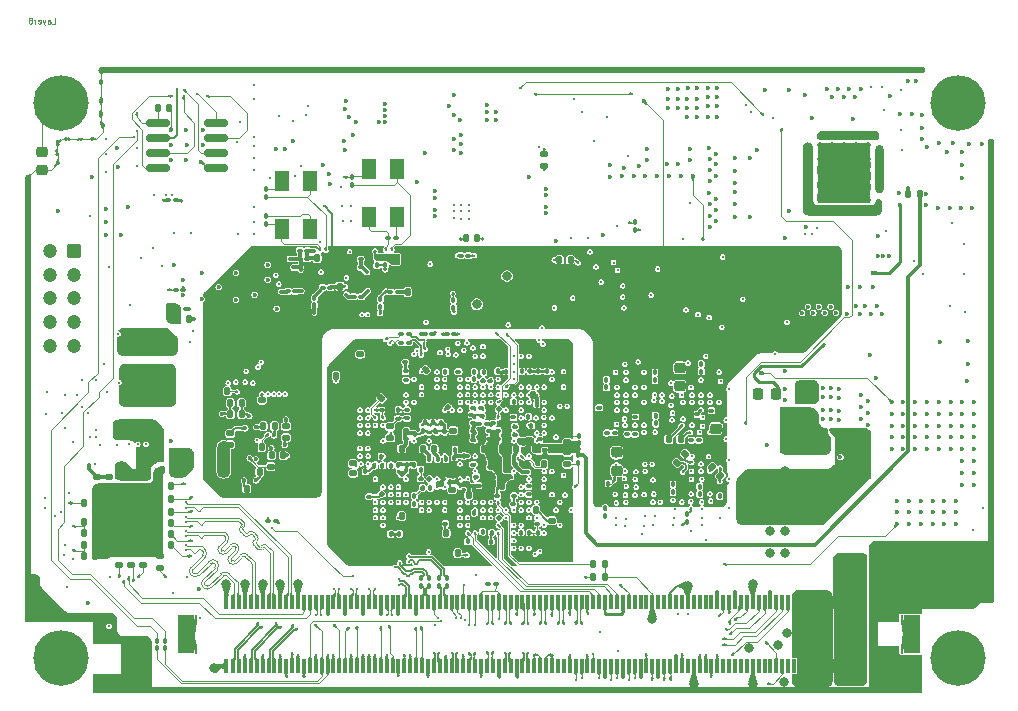
<source format=gbr>
%TF.GenerationSoftware,KiCad,Pcbnew,8.99.0-2767-g6be6680d8c*%
%TF.CreationDate,2024-10-27T19:28:17+01:00*%
%TF.ProjectId,SBC,5342432e-6b69-4636-9164-5f7063625858,rev?*%
%TF.SameCoordinates,Original*%
%TF.FileFunction,Copper,L8,Bot*%
%TF.FilePolarity,Positive*%
%FSLAX46Y46*%
G04 Gerber Fmt 4.6, Leading zero omitted, Abs format (unit mm)*
G04 Created by KiCad (PCBNEW 8.99.0-2767-g6be6680d8c) date 2024-10-27 19:28:17*
%MOMM*%
%LPD*%
G01*
G04 APERTURE LIST*
G04 Aperture macros list*
%AMRoundRect*
0 Rectangle with rounded corners*
0 $1 Rounding radius*
0 $2 $3 $4 $5 $6 $7 $8 $9 X,Y pos of 4 corners*
0 Add a 4 corners polygon primitive as box body*
4,1,4,$2,$3,$4,$5,$6,$7,$8,$9,$2,$3,0*
0 Add four circle primitives for the rounded corners*
1,1,$1+$1,$2,$3*
1,1,$1+$1,$4,$5*
1,1,$1+$1,$6,$7*
1,1,$1+$1,$8,$9*
0 Add four rect primitives between the rounded corners*
20,1,$1+$1,$2,$3,$4,$5,0*
20,1,$1+$1,$4,$5,$6,$7,0*
20,1,$1+$1,$6,$7,$8,$9,0*
20,1,$1+$1,$8,$9,$2,$3,0*%
G04 Aperture macros list end*
%ADD10C,0.100000*%
%TA.AperFunction,NonConductor*%
%ADD11C,0.100000*%
%TD*%
%TA.AperFunction,ComponentPad*%
%ADD12RoundRect,0.250000X-0.350000X0.350000X-0.350000X-0.350000X0.350000X-0.350000X0.350000X0.350000X0*%
%TD*%
%TA.AperFunction,ComponentPad*%
%ADD13C,1.200000*%
%TD*%
%TA.AperFunction,ComponentPad*%
%ADD14C,0.300000*%
%TD*%
%TA.AperFunction,ComponentPad*%
%ADD15C,3.100000*%
%TD*%
%TA.AperFunction,ConnectorPad*%
%ADD16C,4.700000*%
%TD*%
%TA.AperFunction,ComponentPad*%
%ADD17C,0.500000*%
%TD*%
%TA.AperFunction,SMDPad,CuDef*%
%ADD18R,4.500000X5.200000*%
%TD*%
%TA.AperFunction,SMDPad,CuDef*%
%ADD19RoundRect,0.140000X-0.170000X0.140000X-0.170000X-0.140000X0.170000X-0.140000X0.170000X0.140000X0*%
%TD*%
%TA.AperFunction,SMDPad,CuDef*%
%ADD20RoundRect,0.100000X0.130000X0.100000X-0.130000X0.100000X-0.130000X-0.100000X0.130000X-0.100000X0*%
%TD*%
%TA.AperFunction,SMDPad,CuDef*%
%ADD21RoundRect,0.100000X-0.130000X-0.100000X0.130000X-0.100000X0.130000X0.100000X-0.130000X0.100000X0*%
%TD*%
%TA.AperFunction,SMDPad,CuDef*%
%ADD22RoundRect,0.135000X-0.185000X0.135000X-0.185000X-0.135000X0.185000X-0.135000X0.185000X0.135000X0*%
%TD*%
%TA.AperFunction,SMDPad,CuDef*%
%ADD23RoundRect,0.140000X0.140000X0.170000X-0.140000X0.170000X-0.140000X-0.170000X0.140000X-0.170000X0*%
%TD*%
%TA.AperFunction,SMDPad,CuDef*%
%ADD24RoundRect,0.100000X-0.100000X0.130000X-0.100000X-0.130000X0.100000X-0.130000X0.100000X0.130000X0*%
%TD*%
%TA.AperFunction,SMDPad,CuDef*%
%ADD25RoundRect,0.135000X-0.135000X-0.185000X0.135000X-0.185000X0.135000X0.185000X-0.135000X0.185000X0*%
%TD*%
%TA.AperFunction,SMDPad,CuDef*%
%ADD26RoundRect,0.100000X0.100000X-0.130000X0.100000X0.130000X-0.100000X0.130000X-0.100000X-0.130000X0*%
%TD*%
%TA.AperFunction,SMDPad,CuDef*%
%ADD27RoundRect,0.140000X-0.140000X-0.170000X0.140000X-0.170000X0.140000X0.170000X-0.140000X0.170000X0*%
%TD*%
%TA.AperFunction,SMDPad,CuDef*%
%ADD28R,1.400000X3.300000*%
%TD*%
%TA.AperFunction,SMDPad,CuDef*%
%ADD29R,0.250000X0.850000*%
%TD*%
%TA.AperFunction,SMDPad,CuDef*%
%ADD30R,0.450000X1.200000*%
%TD*%
%TA.AperFunction,SMDPad,CuDef*%
%ADD31R,0.300000X1.200000*%
%TD*%
%TA.AperFunction,SMDPad,CuDef*%
%ADD32RoundRect,0.100000X0.021213X0.162635X-0.162635X-0.021213X-0.021213X-0.162635X0.162635X0.021213X0*%
%TD*%
%TA.AperFunction,SMDPad,CuDef*%
%ADD33RoundRect,0.135000X0.185000X-0.135000X0.185000X0.135000X-0.185000X0.135000X-0.185000X-0.135000X0*%
%TD*%
%TA.AperFunction,SMDPad,CuDef*%
%ADD34RoundRect,0.140000X0.170000X-0.140000X0.170000X0.140000X-0.170000X0.140000X-0.170000X-0.140000X0*%
%TD*%
%TA.AperFunction,SMDPad,CuDef*%
%ADD35RoundRect,0.225000X0.225000X0.250000X-0.225000X0.250000X-0.225000X-0.250000X0.225000X-0.250000X0*%
%TD*%
%TA.AperFunction,SMDPad,CuDef*%
%ADD36RoundRect,0.225000X-0.250000X0.225000X-0.250000X-0.225000X0.250000X-0.225000X0.250000X0.225000X0*%
%TD*%
%TA.AperFunction,SMDPad,CuDef*%
%ADD37RoundRect,0.135000X0.135000X0.185000X-0.135000X0.185000X-0.135000X-0.185000X0.135000X-0.185000X0*%
%TD*%
%TA.AperFunction,SMDPad,CuDef*%
%ADD38R,1.200000X1.800000*%
%TD*%
%TA.AperFunction,SMDPad,CuDef*%
%ADD39RoundRect,0.150000X0.825000X0.150000X-0.825000X0.150000X-0.825000X-0.150000X0.825000X-0.150000X0*%
%TD*%
%TA.AperFunction,SMDPad,CuDef*%
%ADD40RoundRect,0.250000X-0.650000X0.325000X-0.650000X-0.325000X0.650000X-0.325000X0.650000X0.325000X0*%
%TD*%
%TA.AperFunction,SMDPad,CuDef*%
%ADD41RoundRect,0.147500X0.147500X0.172500X-0.147500X0.172500X-0.147500X-0.172500X0.147500X-0.172500X0*%
%TD*%
%TA.AperFunction,SMDPad,CuDef*%
%ADD42RoundRect,0.100000X-0.021213X-0.162635X0.162635X0.021213X0.021213X0.162635X-0.162635X-0.021213X0*%
%TD*%
%TA.AperFunction,SMDPad,CuDef*%
%ADD43RoundRect,0.140000X0.021213X-0.219203X0.219203X-0.021213X-0.021213X0.219203X-0.219203X0.021213X0*%
%TD*%
%TA.AperFunction,SMDPad,CuDef*%
%ADD44RoundRect,0.250000X-1.000000X-0.650000X1.000000X-0.650000X1.000000X0.650000X-1.000000X0.650000X0*%
%TD*%
%TA.AperFunction,SMDPad,CuDef*%
%ADD45RoundRect,0.250000X0.650000X-0.325000X0.650000X0.325000X-0.650000X0.325000X-0.650000X-0.325000X0*%
%TD*%
%TA.AperFunction,SMDPad,CuDef*%
%ADD46RoundRect,0.135000X0.226274X0.035355X0.035355X0.226274X-0.226274X-0.035355X-0.035355X-0.226274X0*%
%TD*%
%TA.AperFunction,SMDPad,CuDef*%
%ADD47RoundRect,0.225000X0.250000X-0.225000X0.250000X0.225000X-0.250000X0.225000X-0.250000X-0.225000X0*%
%TD*%
%TA.AperFunction,SMDPad,CuDef*%
%ADD48RoundRect,0.100000X-0.162635X0.021213X0.021213X-0.162635X0.162635X-0.021213X-0.021213X0.162635X0*%
%TD*%
%TA.AperFunction,SMDPad,CuDef*%
%ADD49RoundRect,0.135000X0.035355X-0.226274X0.226274X-0.035355X-0.035355X0.226274X-0.226274X0.035355X0*%
%TD*%
%TA.AperFunction,SMDPad,CuDef*%
%ADD50RoundRect,0.100000X0.162635X-0.021213X-0.021213X0.162635X-0.162635X0.021213X0.021213X-0.162635X0*%
%TD*%
%TA.AperFunction,SMDPad,CuDef*%
%ADD51RoundRect,0.218750X-0.218750X-0.256250X0.218750X-0.256250X0.218750X0.256250X-0.218750X0.256250X0*%
%TD*%
%TA.AperFunction,SMDPad,CuDef*%
%ADD52RoundRect,0.147500X0.172500X-0.147500X0.172500X0.147500X-0.172500X0.147500X-0.172500X-0.147500X0*%
%TD*%
%TA.AperFunction,ViaPad*%
%ADD53C,0.800000*%
%TD*%
%TA.AperFunction,ViaPad*%
%ADD54C,0.300000*%
%TD*%
%TA.AperFunction,ViaPad*%
%ADD55C,0.360000*%
%TD*%
%TA.AperFunction,Conductor*%
%ADD56C,0.110000*%
%TD*%
%TA.AperFunction,Conductor*%
%ADD57C,0.300000*%
%TD*%
%TA.AperFunction,Conductor*%
%ADD58C,0.350000*%
%TD*%
%TA.AperFunction,Conductor*%
%ADD59C,0.200000*%
%TD*%
%TA.AperFunction,Conductor*%
%ADD60C,0.140000*%
%TD*%
%TA.AperFunction,Conductor*%
%ADD61C,0.250000*%
%TD*%
%TA.AperFunction,Conductor*%
%ADD62C,0.180000*%
%TD*%
%TA.AperFunction,Conductor*%
%ADD63C,0.100000*%
%TD*%
%TA.AperFunction,Conductor*%
%ADD64C,0.120000*%
%TD*%
%TA.AperFunction,Conductor*%
%ADD65C,0.130000*%
%TD*%
%TA.AperFunction,Conductor*%
%ADD66C,0.150000*%
%TD*%
G04 APERTURE END LIST*
D10*
D11*
X60854549Y-74851623D02*
X61092644Y-74851623D01*
X61092644Y-74851623D02*
X61092644Y-74351623D01*
X60473596Y-74851623D02*
X60473596Y-74589718D01*
X60473596Y-74589718D02*
X60497406Y-74542099D01*
X60497406Y-74542099D02*
X60545025Y-74518290D01*
X60545025Y-74518290D02*
X60640263Y-74518290D01*
X60640263Y-74518290D02*
X60687882Y-74542099D01*
X60473596Y-74827814D02*
X60521215Y-74851623D01*
X60521215Y-74851623D02*
X60640263Y-74851623D01*
X60640263Y-74851623D02*
X60687882Y-74827814D01*
X60687882Y-74827814D02*
X60711691Y-74780194D01*
X60711691Y-74780194D02*
X60711691Y-74732575D01*
X60711691Y-74732575D02*
X60687882Y-74684956D01*
X60687882Y-74684956D02*
X60640263Y-74661147D01*
X60640263Y-74661147D02*
X60521215Y-74661147D01*
X60521215Y-74661147D02*
X60473596Y-74637337D01*
X60283120Y-74518290D02*
X60164072Y-74851623D01*
X60045025Y-74518290D02*
X60164072Y-74851623D01*
X60164072Y-74851623D02*
X60211691Y-74970671D01*
X60211691Y-74970671D02*
X60235501Y-74994480D01*
X60235501Y-74994480D02*
X60283120Y-75018290D01*
X59664073Y-74827814D02*
X59711692Y-74851623D01*
X59711692Y-74851623D02*
X59806930Y-74851623D01*
X59806930Y-74851623D02*
X59854549Y-74827814D01*
X59854549Y-74827814D02*
X59878358Y-74780194D01*
X59878358Y-74780194D02*
X59878358Y-74589718D01*
X59878358Y-74589718D02*
X59854549Y-74542099D01*
X59854549Y-74542099D02*
X59806930Y-74518290D01*
X59806930Y-74518290D02*
X59711692Y-74518290D01*
X59711692Y-74518290D02*
X59664073Y-74542099D01*
X59664073Y-74542099D02*
X59640263Y-74589718D01*
X59640263Y-74589718D02*
X59640263Y-74637337D01*
X59640263Y-74637337D02*
X59878358Y-74684956D01*
X59425978Y-74851623D02*
X59425978Y-74518290D01*
X59425978Y-74613528D02*
X59402168Y-74565909D01*
X59402168Y-74565909D02*
X59378359Y-74542099D01*
X59378359Y-74542099D02*
X59330740Y-74518290D01*
X59330740Y-74518290D02*
X59283121Y-74518290D01*
X59045025Y-74565909D02*
X59092644Y-74542099D01*
X59092644Y-74542099D02*
X59116454Y-74518290D01*
X59116454Y-74518290D02*
X59140263Y-74470671D01*
X59140263Y-74470671D02*
X59140263Y-74446861D01*
X59140263Y-74446861D02*
X59116454Y-74399242D01*
X59116454Y-74399242D02*
X59092644Y-74375433D01*
X59092644Y-74375433D02*
X59045025Y-74351623D01*
X59045025Y-74351623D02*
X58949787Y-74351623D01*
X58949787Y-74351623D02*
X58902168Y-74375433D01*
X58902168Y-74375433D02*
X58878359Y-74399242D01*
X58878359Y-74399242D02*
X58854549Y-74446861D01*
X58854549Y-74446861D02*
X58854549Y-74470671D01*
X58854549Y-74470671D02*
X58878359Y-74518290D01*
X58878359Y-74518290D02*
X58902168Y-74542099D01*
X58902168Y-74542099D02*
X58949787Y-74565909D01*
X58949787Y-74565909D02*
X59045025Y-74565909D01*
X59045025Y-74565909D02*
X59092644Y-74589718D01*
X59092644Y-74589718D02*
X59116454Y-74613528D01*
X59116454Y-74613528D02*
X59140263Y-74661147D01*
X59140263Y-74661147D02*
X59140263Y-74756385D01*
X59140263Y-74756385D02*
X59116454Y-74804004D01*
X59116454Y-74804004D02*
X59092644Y-74827814D01*
X59092644Y-74827814D02*
X59045025Y-74851623D01*
X59045025Y-74851623D02*
X58949787Y-74851623D01*
X58949787Y-74851623D02*
X58902168Y-74827814D01*
X58902168Y-74827814D02*
X58878359Y-74804004D01*
X58878359Y-74804004D02*
X58854549Y-74756385D01*
X58854549Y-74756385D02*
X58854549Y-74661147D01*
X58854549Y-74661147D02*
X58878359Y-74613528D01*
X58878359Y-74613528D02*
X58902168Y-74589718D01*
X58902168Y-74589718D02*
X58949787Y-74565909D01*
D12*
%TO.P,J2,1,Pin_1*%
%TO.N,Net-(J2-Pin_1)*%
X62677481Y-94118014D03*
D13*
%TO.P,J2,2,Pin_2*%
%TO.N,JTAG_TMS*%
X60677481Y-94118014D03*
%TO.P,J2,3,Pin_3*%
%TO.N,GND*%
X62677481Y-96118014D03*
%TO.P,J2,4,Pin_4*%
%TO.N,JTAG_TCK*%
X60677481Y-96118014D03*
%TO.P,J2,5,Pin_5*%
%TO.N,GND*%
X62677481Y-98118014D03*
%TO.P,J2,6,Pin_6*%
%TO.N,JTAG_TDO*%
X60677481Y-98118014D03*
%TO.P,J2,7,Pin_7*%
%TO.N,Net-(J2-Pin_7)*%
X62677481Y-100118014D03*
%TO.P,J2,8,Pin_8*%
%TO.N,JTAG_TDI*%
X60677481Y-100118014D03*
%TO.P,J2,9,Pin_9*%
%TO.N,Net-(J2-Pin_9)*%
X62677481Y-102118014D03*
%TO.P,J2,10,Pin_10*%
%TO.N,Net-(D9-K)*%
X60677481Y-102118014D03*
%TD*%
D14*
%TO.P,U6,8,GND*%
%TO.N,GND*%
X68751281Y-105159014D03*
X69251281Y-105159014D03*
X69751281Y-105159014D03*
X68751281Y-104159014D03*
X69251281Y-104159014D03*
X69751281Y-104159014D03*
%TD*%
D15*
%TO.P,H3,1,1*%
%TO.N,Net-(C290-Pad1)*%
X61565481Y-81545014D03*
D16*
X61565481Y-81545014D03*
%TD*%
D15*
%TO.P,H1,1,1*%
%TO.N,Net-(C288-Pad1)*%
X137565481Y-81545014D03*
D16*
X137565481Y-81545014D03*
%TD*%
D15*
%TO.P,H2,1,1*%
%TO.N,Net-(C289-Pad1)*%
X61565481Y-128545014D03*
D16*
X61565481Y-128545014D03*
%TD*%
D17*
%TO.P,U1,57,EPGND*%
%TO.N,GND*%
X125893462Y-85120028D03*
X125893462Y-86295028D03*
X125893462Y-87470028D03*
X125893462Y-88645028D03*
X125893462Y-89820028D03*
X126893462Y-85120028D03*
X126893462Y-86295028D03*
X126893462Y-87470028D03*
X126893462Y-88645028D03*
X126893462Y-89820028D03*
X127893462Y-85120028D03*
X127893462Y-86295028D03*
X127893462Y-87470028D03*
D18*
X127893462Y-87470028D03*
D17*
X127893462Y-88645028D03*
X127893462Y-89820028D03*
X128893462Y-85120028D03*
X128893462Y-86295028D03*
X128893462Y-87470028D03*
X128893462Y-88645028D03*
X128893462Y-89820028D03*
X129893462Y-85120028D03*
X129893462Y-86295028D03*
X129893462Y-87470028D03*
X129893462Y-88645028D03*
X129893462Y-89820028D03*
%TD*%
D15*
%TO.P,H4,1,1*%
%TO.N,Net-(C291-Pad1)*%
X137565481Y-128545014D03*
D16*
X137565481Y-128545014D03*
%TD*%
D19*
%TO.P,C166,1*%
%TO.N,VDD_GPU_0V9*%
X93665481Y-113869200D03*
%TO.P,C166,2*%
%TO.N,GND*%
X93665481Y-114829200D03*
%TD*%
D20*
%TO.P,C138,1*%
%TO.N,3.3V_SW_DELAYED*%
X71935481Y-97395014D03*
%TO.P,C138,2*%
%TO.N,GND*%
X71295481Y-97395014D03*
%TD*%
%TO.P,C216,1*%
%TO.N,VDD_DRAM_0V9*%
X97913495Y-112433020D03*
%TO.P,C216,2*%
%TO.N,GND*%
X97273495Y-112433020D03*
%TD*%
D21*
%TO.P,C296,1*%
%TO.N,VDD_1V8*%
X86339081Y-95495214D03*
%TO.P,C296,2*%
%TO.N,GND*%
X86979081Y-95495214D03*
%TD*%
D22*
%TO.P,R37,1*%
%TO.N,GND*%
X86320000Y-111080400D03*
%TO.P,R37,2*%
%TO.N,Net-(U9M-USB1_RESREF)*%
X86320000Y-112100400D03*
%TD*%
D23*
%TO.P,C5,1*%
%TO.N,GND*%
X125873462Y-88557528D03*
%TO.P,C5,2*%
%TO.N,3.3V_SW*%
X124913462Y-88557528D03*
%TD*%
D24*
%TO.P,C181,1*%
%TO.N,GND*%
X110165481Y-91675014D03*
%TO.P,C181,2*%
%TO.N,VDD_VPU_0V9*%
X110165481Y-92315014D03*
%TD*%
D25*
%TO.P,R63,1*%
%TO.N,Net-(U9H-JTAG_MOD)*%
X106610000Y-121730400D03*
%TO.P,R63,2*%
%TO.N,GND*%
X107630000Y-121730400D03*
%TD*%
D21*
%TO.P,C161,1*%
%TO.N,/MPU/VDDA_0P9*%
X98201881Y-108695014D03*
%TO.P,C161,2*%
%TO.N,GND*%
X98841881Y-108695014D03*
%TD*%
D26*
%TO.P,C241,1*%
%TO.N,GND*%
X101315481Y-104943790D03*
%TO.P,C241,2*%
%TO.N,NVCC_DRAM_1V1*%
X101315481Y-104303790D03*
%TD*%
D22*
%TO.P,R74,1*%
%TO.N,SD1_CMD*%
X79343881Y-112358814D03*
%TO.P,R74,2*%
%TO.N,VDD_1V8*%
X79343881Y-113378814D03*
%TD*%
D27*
%TO.P,C284,1*%
%TO.N,VDD_1V8*%
X77445000Y-112825000D03*
%TO.P,C284,2*%
%TO.N,GND*%
X78405000Y-112825000D03*
%TD*%
D20*
%TO.P,C185,1*%
%TO.N,VDD_DRAM_0V9*%
X99882281Y-115561214D03*
%TO.P,C185,2*%
%TO.N,GND*%
X99242281Y-115561214D03*
%TD*%
D19*
%TO.P,C10,1*%
%TO.N,GND*%
X129643462Y-89627528D03*
%TO.P,C10,2*%
%TO.N,3.3V_SW*%
X129643462Y-90587528D03*
%TD*%
D26*
%TO.P,C246,1*%
%TO.N,VDD_GPU_0V9*%
X92068000Y-112619200D03*
%TO.P,C246,2*%
%TO.N,GND*%
X92068000Y-111979200D03*
%TD*%
%TO.P,C198,1*%
%TO.N,GND*%
X99921405Y-107494585D03*
%TO.P,C198,2*%
%TO.N,VDD_DRAM_0V9*%
X99921405Y-106854585D03*
%TD*%
D28*
%TO.P,J1,221*%
%TO.N,N/C*%
X133615481Y-126545014D03*
D29*
%TO.P,J1,221.1*%
X132790481Y-125320014D03*
%TO.P,J1,221.2*%
X132790481Y-127770014D03*
D28*
%TO.P,J1,222*%
X72215481Y-126545014D03*
D29*
%TO.P,J1,222.1*%
X73040481Y-125320014D03*
%TO.P,J1,222.2*%
X73040481Y-127770014D03*
D30*
%TO.P,J1,A1,GND(FIXED)*%
%TO.N,GND*%
X75590481Y-123845014D03*
D31*
%TO.P,J1,A2,GBE0_MDI3-*%
%TO.N,GBE0_MDI3_N*%
X76165481Y-123845014D03*
%TO.P,J1,A3,GBE0_MDI3+*%
%TO.N,GBE0_MDI3_P*%
X76665481Y-123845014D03*
%TO.P,J1,A4,GBE0_LINK100#*%
%TO.N,GND*%
X77165481Y-123845014D03*
%TO.P,J1,A5,GBE0_LINK1000#*%
%TO.N,GBE0_MDI2_N*%
X77665481Y-123845014D03*
%TO.P,J1,A6,GBE0_MDI2-*%
%TO.N,GBE0_MDI2_P*%
X78165481Y-123845014D03*
%TO.P,J1,A7,GBE0_MDI2+*%
%TO.N,GND*%
X78665481Y-123845014D03*
%TO.P,J1,A8,GBE0_LINK#*%
%TO.N,GBE0_MDI1_N*%
X79165481Y-123845014D03*
%TO.P,J1,A9,GBE0_MDI1-*%
%TO.N,GBE0_MDI1_P*%
X79665481Y-123845014D03*
%TO.P,J1,A10,GBE0_MDI1+*%
%TO.N,GND*%
X80165481Y-123845014D03*
%TO.P,J1,A11,GND(FIXED)*%
%TO.N,GBE0_MDI0_N*%
X80665481Y-123845014D03*
%TO.P,J1,A12,GBE0_MDI0-*%
%TO.N,GBE0_MDI0_P*%
X81165481Y-123845014D03*
%TO.P,J1,A13,GBE0_MDI0+*%
%TO.N,GND*%
X81665481Y-123845014D03*
%TO.P,J1,A14,GBE0_CTREF_(\u002A)*%
%TO.N,/IO/LED0*%
X82165481Y-123845014D03*
%TO.P,J1,A15,SUS_S3#*%
%TO.N,/IO/LED1*%
X82665481Y-123845014D03*
%TO.P,J1,A16,SATA0_TX+*%
%TO.N,DSI_D2_N*%
X83165481Y-123845014D03*
%TO.P,J1,A17,SATA0_TX-*%
%TO.N,DSI_D2_P*%
X83665481Y-123845014D03*
%TO.P,J1,A18,SUS_S4#*%
%TO.N,GND*%
X84165481Y-123845014D03*
%TO.P,J1,A19,SATA0_RX+*%
%TO.N,DSI_D0_N*%
X84665481Y-123845014D03*
%TO.P,J1,A20,SATA0_RX-*%
%TO.N,DSI_D0_P*%
X85165481Y-123845014D03*
%TO.P,J1,A21,GND(FIXED)*%
%TO.N,GND*%
X85665481Y-123845014D03*
%TO.P,J1,A22,USB_SSRX0-*%
%TO.N,DSI_D1_N*%
X86165481Y-123845014D03*
%TO.P,J1,A23,USB_SSRX0+*%
%TO.N,DSI_D1_P*%
X86665481Y-123845014D03*
%TO.P,J1,A24,SUS_S5#*%
%TO.N,GND*%
X87165481Y-123845014D03*
%TO.P,J1,A25,USB_SSRX1-_(\u002A)*%
%TO.N,DSI_D3_N*%
X87665481Y-123845014D03*
%TO.P,J1,A26,USB_SSRX1+_(\u002A)*%
%TO.N,DSI_D3_P*%
X88165481Y-123845014D03*
%TO.P,J1,A27,BATLOW#*%
%TO.N,GND*%
X88665481Y-123845014D03*
%TO.P,J1,A28,(S)ATA_ACT#*%
%TO.N,DSI_CLK_N*%
X89165481Y-123845014D03*
%TO.P,J1,A29,AC/HDA_SYNC_(\u002A\u002A)*%
%TO.N,DSI_CLK_P*%
X89665481Y-123845014D03*
%TO.P,J1,A30,AC/HDA_RST#_*%
%TO.N,GND*%
X90165481Y-123845014D03*
%TO.P,J1,A31,GND(FIXED)*%
%TO.N,USB1_DP*%
X90665481Y-123845014D03*
%TO.P,J1,A32,AC/HDA_BITCLK_(\u002A\u002A)*%
%TO.N,USB1_DN*%
X91165481Y-123845014D03*
%TO.P,J1,A33,AC/HDA_SDOUT_(\u002A\u002A)*%
%TO.N,GND*%
X91665481Y-123845014D03*
%TO.P,J1,A34,BIOS_DIS0#*%
%TO.N,USB1_TX_P*%
X92165481Y-123845014D03*
%TO.P,J1,A35,THRMTRIP#*%
%TO.N,USB1_TX_N*%
X92665481Y-123845014D03*
%TO.P,J1,A36,USB6-*%
%TO.N,GND*%
X93165481Y-123845014D03*
%TO.P,J1,A37,USB6+*%
%TO.N,USB1_RX_P*%
X93665481Y-123845014D03*
%TO.P,J1,A38,USB1_VBUS*%
%TO.N,USB1_RX_N*%
X94165481Y-123845014D03*
%TO.P,J1,A39,USB1_RX_N*%
%TO.N,GND*%
X94665481Y-123845014D03*
%TO.P,J1,A40,USB1_RX_P*%
%TO.N,USB1_OC*%
X95165481Y-123845014D03*
%TO.P,J1,A41,GND(FIXED)*%
%TO.N,USB1_VBUS*%
X95665481Y-123845014D03*
%TO.P,J1,A42,USB1_TX_N*%
%TO.N,USB1_ID1*%
X96165481Y-123845014D03*
%TO.P,J1,A43,USB1_TX_P*%
%TO.N,USB1_PWR_EN*%
X96665481Y-123845014D03*
%TO.P,J1,A44,GND(FIXED)*%
%TO.N,GND*%
X97165481Y-123845014D03*
%TO.P,J1,A45,USB1_DN*%
%TO.N,HDMI_TX3_N*%
X97665481Y-123845014D03*
%TO.P,J1,A46,USB1_DP*%
%TO.N,HDMI_TX3_P*%
X98165481Y-123845014D03*
%TO.P,J1,A47,VCC_RTC*%
%TO.N,GND*%
X98665481Y-123845014D03*
%TO.P,J1,A48,EXCD0_PERST#*%
%TO.N,HDMI_TX2_P*%
X99165481Y-123845014D03*
%TO.P,J1,A49,EXCD0_CPPE#*%
%TO.N,HDMI_TX2_N*%
X99665481Y-123845014D03*
%TO.P,J1,A50,LPC_SERIRQ_(\u002A\u002A)*%
%TO.N,GND*%
X100165481Y-123845014D03*
%TO.P,J1,A51,GND(FIXED)*%
%TO.N,HDMI_REFCLK_N*%
X100665481Y-123845014D03*
%TO.P,J1,A52,RSVD*%
%TO.N,HDMI_REFCLK_P*%
X101165481Y-123845014D03*
%TO.P,J1,A53,RSVD*%
%TO.N,GND*%
X101665481Y-123845014D03*
%TO.P,J1,A54,GPI0*%
%TO.N,HDMI_TX0_P*%
X102165481Y-123845014D03*
%TO.P,J1,A55,RSVD*%
%TO.N,HDMI_TX0_N*%
X102665481Y-123845014D03*
%TO.P,J1,A56,RSVD*%
%TO.N,GND*%
X103165481Y-123845014D03*
%TO.P,J1,A57,GND*%
%TO.N,HDMI_TX1_N*%
X103665481Y-123845014D03*
%TO.P,J1,A58,PCIE_TX3+*%
%TO.N,HDMI_TX1_P*%
X104165481Y-123845014D03*
%TO.P,J1,A59,PCIE_TX3-*%
%TO.N,GND*%
X104665481Y-123845014D03*
%TO.P,J1,A60,GND(FIXED)*%
%TO.N,HDMI_AUX_P*%
X105165481Y-123845014D03*
%TO.P,J1,A61,PCIE_TX2+*%
%TO.N,HDMI_AUX_N*%
X105665481Y-123845014D03*
%TO.P,J1,A62,PCIE_TX2-*%
%TO.N,GND*%
X106165481Y-123845014D03*
%TO.P,J1,A63,GPI1*%
%TO.N,HDMI_SDA*%
X106665481Y-123845014D03*
%TO.P,J1,A64,PCIE_TX1+*%
%TO.N,HDMI_SCL*%
X107165481Y-123845014D03*
%TO.P,J1,A65,PCIE_TX1-*%
%TO.N,GND*%
X107665481Y-123845014D03*
%TO.P,J1,A66,GND*%
%TO.N,HDMI_HDP*%
X108165481Y-123845014D03*
%TO.P,J1,A67,GPI2*%
%TO.N,HDMI_CEC*%
X108665481Y-123845014D03*
%TO.P,J1,A68,PCIE_TX0+*%
%TO.N,GND*%
X109165481Y-123845014D03*
%TO.P,J1,A69,PCIE_TX0-*%
%TO.N,BOOT_SEL*%
X109665481Y-123845014D03*
%TO.P,J1,A70,GND(FIXED)*%
%TO.N,unconnected-(J1-GND(FIXED)-PadA70)*%
X110165481Y-123845014D03*
%TO.P,J1,A71,eDP_TX2+/LVDS_A0+*%
%TO.N,unconnected-(J1-eDP_TX2+{slash}LVDS_A0+-PadA71)*%
X110665481Y-123845014D03*
%TO.P,J1,A72,eDP_TX2-/LVDS_A0-*%
%TO.N,unconnected-(J1-eDP_TX2-{slash}LVDS_A0--PadA72)*%
X111165481Y-123845014D03*
%TO.P,J1,A73,eDP_TX1+/LVDS_A1+*%
%TO.N,GND*%
X111665481Y-123845014D03*
%TO.P,J1,A74,eDP_TX1-/LVDS_A1-*%
%TO.N,unconnected-(J1-eDP_TX1-{slash}LVDS_A1--PadA74)*%
X112165481Y-123845014D03*
%TO.P,J1,A75,eDP_TX0+/LVDS_A2+*%
%TO.N,unconnected-(J1-eDP_TX0+{slash}LVDS_A2+-PadA75)*%
X112665481Y-123845014D03*
%TO.P,J1,A76,eDP_TX0-/LVDS_A2-*%
%TO.N,GND*%
X113165481Y-123845014D03*
%TO.P,J1,A77,eDP/LVDS_VDD_EN*%
%TO.N,unconnected-(J1-eDP{slash}LVDS_VDD_EN-PadA77)*%
X113665481Y-123845014D03*
%TO.P,J1,A78,LVDS_A3+*%
%TO.N,unconnected-(J1-LVDS_A3+-PadA78)*%
X114165481Y-123845014D03*
%TO.P,J1,A79,LVDS_A3-*%
%TO.N,GND*%
X114665481Y-123845014D03*
%TO.P,J1,A80,GND(FIXED)*%
%TO.N,unconnected-(J1-GND(FIXED)-PadA80)*%
X115165481Y-123845014D03*
%TO.P,J1,A81,eDP_TX3+/LVDS_A_CK+*%
%TO.N,unconnected-(J1-eDP_TX3+{slash}LVDS_A_CK+-PadA81)*%
X115665481Y-123845014D03*
%TO.P,J1,A82,eDP_TX3-/LVDS_A_CK-*%
%TO.N,unconnected-(J1-eDP_TX3-{slash}LVDS_A_CK--PadA82)*%
X116165481Y-123845014D03*
%TO.P,J1,A83,eDP_AUX+/LVDS_I2C_CK*%
%TO.N,unconnected-(J1-eDP_AUX+{slash}LVDS_I2C_CK-PadA83)*%
X116665481Y-123845014D03*
%TO.P,J1,A84,eDP_AUX-/LVDS_I2C_DAT*%
%TO.N,GND*%
X117165481Y-123845014D03*
%TO.P,J1,A85,GPI3*%
%TO.N,SD2_nRST*%
X117665481Y-123845014D03*
%TO.P,J1,A86,RSVD*%
%TO.N,SD2_nCD*%
X118165481Y-123845014D03*
%TO.P,J1,A87,eDP_HPD*%
%TO.N,GND*%
X118665481Y-123845014D03*
%TO.P,J1,A88,PCIE_CLK_REF+*%
%TO.N,SD2_WP*%
X119165481Y-123845014D03*
%TO.P,J1,A89,PCIE_CLK_REF-*%
%TO.N,SD2_D3*%
X119665481Y-123845014D03*
%TO.P,J1,A90,GND(FIXED)*%
%TO.N,GND*%
X120165481Y-123845014D03*
%TO.P,J1,A91,SPI_POWER*%
%TO.N,SD2_D2*%
X120665481Y-123845014D03*
%TO.P,J1,A92,SPI_MISO_(\u002A\u002A)*%
%TO.N,SD2_D1*%
X121165481Y-123845014D03*
%TO.P,J1,A93,GPO0*%
%TO.N,GND*%
X121665481Y-123845014D03*
%TO.P,J1,A94,SPI_CLK_(\u002A\u002A)*%
%TO.N,SD2_D0*%
X122165481Y-123845014D03*
%TO.P,J1,A95,SPI_MOSI_(\u002A\u002A)*%
%TO.N,SD2_CMD*%
X122665481Y-123845014D03*
%TO.P,J1,A96,TPM_PP_(\u002A)*%
%TO.N,SD2_CLK*%
X123165481Y-123845014D03*
%TO.P,J1,A97,TYPE10#*%
%TO.N,GND*%
X123665481Y-123845014D03*
%TO.P,J1,A98,SER0_TX_(\u002A\u002A)*%
X124165481Y-123845014D03*
%TO.P,J1,A99,SER0_RX_(\u002A\u002A)*%
X124665481Y-123845014D03*
%TO.P,J1,A100,GND(FIXED)*%
X125165481Y-123845014D03*
%TO.P,J1,A101,SER1_TX_(\u002A\u002A)*%
X125665481Y-123845014D03*
%TO.P,J1,A102,SER1_RX_(\u002A\u002A)*%
X126165481Y-123845014D03*
%TO.P,J1,A103,LID#*%
X126665481Y-123845014D03*
%TO.P,J1,A104,VCC_12V*%
%TO.N,VIN*%
X127165481Y-123845014D03*
%TO.P,J1,A105,VCC_12V*%
X127665481Y-123845014D03*
%TO.P,J1,A106,VCC_12V*%
X128165481Y-123845014D03*
%TO.P,J1,A107,VCC_12V*%
X128665481Y-123845014D03*
%TO.P,J1,A108,VCC_12V*%
X129165481Y-123845014D03*
%TO.P,J1,A109,VCC_12V*%
X129665481Y-123845014D03*
D30*
%TO.P,J1,A110,GND(FIXED)*%
%TO.N,GND*%
X130240481Y-123845014D03*
%TO.P,J1,B1,GND(FIXED)*%
X75590481Y-129245014D03*
D31*
%TO.P,J1,B2,GBE0_ACT#*%
%TO.N,USB2_DP*%
X76165481Y-129245014D03*
%TO.P,J1,B3,SPI0_NCS0*%
%TO.N,USB2_DN*%
X76665481Y-129245014D03*
%TO.P,J1,B4,SPI0_IO0*%
%TO.N,GND*%
X77165481Y-129245014D03*
%TO.P,J1,B5,SPI0_IO1*%
%TO.N,USB2_TX_P*%
X77665481Y-129245014D03*
%TO.P,J1,B6,SPI0_IO2*%
%TO.N,USB2_TX_N*%
X78165481Y-129245014D03*
%TO.P,J1,B7,SPI0_IO3*%
%TO.N,GND*%
X78665481Y-129245014D03*
%TO.P,J1,B8,LPC_DRQ0#_(\u002A)*%
%TO.N,USB2_RX_P*%
X79165481Y-129245014D03*
%TO.P,J1,B9,LPC_DRQ1#_(\u002A)*%
%TO.N,USB2_RX_N*%
X79665481Y-129245014D03*
%TO.P,J1,B10,LPC_CLK*%
%TO.N,GND*%
X80165481Y-129245014D03*
%TO.P,J1,B11,GND(FIXED)*%
%TO.N,USB2_ID1*%
X80665481Y-129245014D03*
%TO.P,J1,B12,PWRBTN#*%
%TO.N,USB2_VBUS*%
X81165481Y-129245014D03*
%TO.P,J1,B13,SMB_CK*%
%TO.N,GND*%
X81665481Y-129245014D03*
%TO.P,J1,B14,SMB_DAT*%
%TO.N,USB2_PWR_EN*%
X82165481Y-129245014D03*
%TO.P,J1,B15,SMB_ALERT#*%
%TO.N,USB2_OC*%
X82665481Y-129245014D03*
%TO.P,J1,B16,SATA1_TX+*%
%TO.N,GND*%
X83165481Y-129245014D03*
%TO.P,J1,B17,SATA1_TX-*%
%TO.N,UART1_TXD*%
X83665481Y-129245014D03*
%TO.P,J1,B18,SUS_STAT#*%
%TO.N,UART1_RXD*%
X84165481Y-129245014D03*
%TO.P,J1,B19,SATA1_RX+*%
%TO.N,GND*%
X84665481Y-129245014D03*
%TO.P,J1,B20,SATA1_RX-*%
%TO.N,UART3_TXD*%
X85165481Y-129245014D03*
%TO.P,J1,B21,GND(FIXED)*%
%TO.N,UART3_RXD*%
X85665481Y-129245014D03*
%TO.P,J1,B22,USB_SSTX0-*%
%TO.N,GND*%
X86165481Y-129245014D03*
%TO.P,J1,B23,USB_SSTX0+*%
%TO.N,UART2_RXD*%
X86665481Y-129245014D03*
%TO.P,J1,B24,PWR_OK*%
%TO.N,UART2_TXD*%
X87165481Y-129245014D03*
%TO.P,J1,B25,USB_SSTX1-_(\u002A)*%
%TO.N,GND*%
X87665481Y-129245014D03*
%TO.P,J1,B26,USB_SSTX1+_(\u002A)*%
%TO.N,SPI2_SCLK*%
X88165481Y-129245014D03*
%TO.P,J1,B27,WDT*%
%TO.N,SPI2_SSO*%
X88665481Y-129245014D03*
%TO.P,J1,B28,AC/HDA_SDIN2_(\u002A)*%
%TO.N,SPI2_MOSI*%
X89165481Y-129245014D03*
%TO.P,J1,B29,AC/HDA_SDIN1_(\u002A)*%
%TO.N,SPI2_MISO*%
X89665481Y-129245014D03*
%TO.P,J1,B30,AC/HDA_SDIN0_(\u002A\u002A)*%
%TO.N,GND*%
X90165481Y-129245014D03*
%TO.P,J1,B31,GND(FIXED)*%
%TO.N,SPI1_SCLK*%
X90665481Y-129245014D03*
%TO.P,J1,B32,SPKR*%
%TO.N,SPI1_SSO*%
X91165481Y-129245014D03*
%TO.P,J1,B33,I2C_CK*%
%TO.N,SPI1_MOSI*%
X91665481Y-129245014D03*
%TO.P,J1,B34,I2C_DAT*%
%TO.N,SPI1_MISO*%
X92165481Y-129245014D03*
%TO.P,J1,B35,THRM#*%
%TO.N,GND*%
X92665481Y-129245014D03*
%TO.P,J1,B36,USB7-_(\u002A)*%
%TO.N,PCIE2_TXN*%
X93165481Y-129245014D03*
%TO.P,J1,B37,USB7+_(\u002A)*%
%TO.N,PCIE2_TXP*%
X93665481Y-129245014D03*
%TO.P,J1,B38,USB_4_5_OC#*%
%TO.N,GND*%
X94165481Y-129245014D03*
%TO.P,J1,B39,USB5-*%
%TO.N,PCIE2_RXN*%
X94665481Y-129245014D03*
%TO.P,J1,B40,USB5+*%
%TO.N,PCIE2_RXP*%
X95165481Y-129245014D03*
%TO.P,J1,B41,GND(FIXED)*%
%TO.N,GND*%
X95665481Y-129245014D03*
%TO.P,J1,B42,USB3-*%
%TO.N,HOST_PCIE2_CLK_N*%
X96165481Y-129245014D03*
%TO.P,J1,B43,USB3+*%
%TO.N,HOST_PCIE2_CLK_P*%
X96665481Y-129245014D03*
%TO.P,J1,B44,USB_0_1_OC#*%
%TO.N,GND*%
X97165481Y-129245014D03*
%TO.P,J1,B45,USB1-*%
%TO.N,HOST_PCIE1_CLK_N*%
X97665481Y-129245014D03*
%TO.P,J1,B46,USB1+*%
%TO.N,HOST_PCIE1_CLK_P*%
X98165481Y-129245014D03*
%TO.P,J1,B47,EXCD1_PERST#*%
%TO.N,GND*%
X98665481Y-129245014D03*
%TO.P,J1,B48,EXCD1_CPPE#*%
%TO.N,PCIE1_TXP*%
X99165481Y-129245014D03*
%TO.P,J1,B49,SYS_RESET#*%
%TO.N,PCIE1_TXN*%
X99665481Y-129245014D03*
%TO.P,J1,B50,CB_RESET#*%
%TO.N,GND*%
X100165481Y-129245014D03*
%TO.P,J1,B51,GND(FIXED)*%
%TO.N,PCIE1_RXP*%
X100665481Y-129245014D03*
%TO.P,J1,B52,RSVD*%
%TO.N,PCIE1_RXN*%
X101165481Y-129245014D03*
%TO.P,J1,B53,RSVD*%
%TO.N,GND*%
X101665481Y-129245014D03*
%TO.P,J1,B54,GPO1*%
X102165481Y-129245014D03*
%TO.P,J1,B55,RSVD*%
X102665481Y-129245014D03*
%TO.P,J1,B56,RSVD*%
X103165481Y-129245014D03*
%TO.P,J1,B57,GPO2*%
%TO.N,unconnected-(J1-GPO2-PadB57)*%
X103665481Y-129245014D03*
%TO.P,J1,B58,PCIE_RX3+*%
%TO.N,unconnected-(J1-PCIE_RX3+-PadB58)*%
X104165481Y-129245014D03*
%TO.P,J1,B59,PCIE_RX3-*%
%TO.N,GND*%
X104665481Y-129245014D03*
%TO.P,J1,B60,GND(FIXED)*%
%TO.N,UART4_RXD*%
X105165481Y-129245014D03*
%TO.P,J1,B61,PCIE_RX2+*%
%TO.N,UART4_TXD*%
X105665481Y-129245014D03*
%TO.P,J1,B62,PCIE_RX2-*%
%TO.N,GND*%
X106165481Y-129245014D03*
%TO.P,J1,B63,GPO3*%
%TO.N,I2C1_SCL*%
X106665481Y-129245014D03*
%TO.P,J1,B64,PCIE_RX1+*%
%TO.N,I2C1_SDA*%
X107165481Y-129245014D03*
%TO.P,J1,B65,PCIE_RX1-*%
%TO.N,GND*%
X107665481Y-129245014D03*
%TO.P,J1,B66,WAKE0#*%
%TO.N,I2C2_SDA*%
X108165481Y-129245014D03*
%TO.P,J1,B67,WAKE1#_(\u002A\u002A)*%
%TO.N,I2C2_SCL*%
X108665481Y-129245014D03*
%TO.P,J1,B68,PCIE_RX0+*%
%TO.N,GND*%
X109165481Y-129245014D03*
%TO.P,J1,B69,PCIE_RX0-*%
%TO.N,I2C3_SCL*%
X109665481Y-129245014D03*
%TO.P,J1,B70,GND(FIXED)*%
%TO.N,I2C3_SDA*%
X110165481Y-129245014D03*
%TO.P,J1,B71,DDI0_PAIR0+*%
%TO.N,GND*%
X110665481Y-129245014D03*
%TO.P,J1,B72,DDI0_PAIR0-*%
%TO.N,GPIO10*%
X111165481Y-129245014D03*
%TO.P,J1,B73,DDI0_PAIR1+*%
%TO.N,GPIO9*%
X111665481Y-129245014D03*
%TO.P,J1,B74,DDI0_PAIR1-*%
%TO.N,GND*%
X112165481Y-129245014D03*
%TO.P,J1,B75,DDI0_PAIR2+*%
%TO.N,GPIO8*%
X112665481Y-129245014D03*
%TO.P,J1,B76,DDI0_PAIR2-*%
%TO.N,GPIO6*%
X113165481Y-129245014D03*
%TO.P,J1,B77,DDI0_PAIR4+_(\u002A)*%
%TO.N,GND*%
X113665481Y-129245014D03*
%TO.P,J1,B78,DDI0_PAIR4-_(\u002A)*%
%TO.N,GPIO5*%
X114165481Y-129245014D03*
%TO.P,J1,B79,eDP/LVDS_BKLT_EN*%
%TO.N,unconnected-(J1-eDP{slash}LVDS_BKLT_EN-PadB79)*%
X114665481Y-129245014D03*
%TO.P,J1,B80,GND(FIXED)*%
%TO.N,GND*%
X115165481Y-129245014D03*
%TO.P,J1,B81,DDI0_PAIR3+*%
%TO.N,GPIO0*%
X115665481Y-129245014D03*
%TO.P,J1,B82,DDI0_PAIR3-*%
%TO.N,GPIO3*%
X116165481Y-129245014D03*
%TO.P,J1,B83,eDP/LVDS_BKLT_CTRL*%
%TO.N,GND*%
X116665481Y-129245014D03*
%TO.P,J1,B84,VCC_5V_SBY*%
%TO.N,GPIO4*%
X117165481Y-129245014D03*
%TO.P,J1,B85,VCC_5V_SBY*%
%TO.N,unconnected-(J1-VCC_5V_SBY-PadB85)*%
X117665481Y-129245014D03*
%TO.P,J1,B86,VCC_5V_SBY*%
%TO.N,unconnected-(J1-VCC_5V_SBY-PadB86)*%
X118165481Y-129245014D03*
%TO.P,J1,B87,VCC_5V_SBY*%
%TO.N,unconnected-(J1-VCC_5V_SBY-PadB87)*%
X118665481Y-129245014D03*
%TO.P,J1,B88,BIOS_DIS1#*%
%TO.N,unconnected-(J1-BIOS_DIS1#-PadB88)*%
X119165481Y-129245014D03*
%TO.P,J1,B89,DD0_HPD*%
%TO.N,unconnected-(J1-DD0_HPD-PadB89)*%
X119665481Y-129245014D03*
%TO.P,J1,B90,GND(FIXED)*%
%TO.N,GND*%
X120165481Y-129245014D03*
%TO.P,J1,B91,DDI0_PAIR5+_(\u002A)*%
%TO.N,unconnected-(J1-DDI0_PAIR5+_(\u002A)-PadB91)*%
X120665481Y-129245014D03*
%TO.P,J1,B92,DDI0_PAIR5-_(\u002A)*%
%TO.N,unconnected-(J1-DDI0_PAIR5-_(\u002A)-PadB92)*%
X121165481Y-129245014D03*
%TO.P,J1,B93,DDI0_PAIR6+_(\u002A)*%
%TO.N,unconnected-(J1-DDI0_PAIR6+_(\u002A)-PadB93)*%
X121665481Y-129245014D03*
%TO.P,J1,B94,DDI0_PAIR6-_(\u002A)*%
%TO.N,VBAT*%
X122165481Y-129245014D03*
%TO.P,J1,B95,DDI0_DDC_AUX_SEL*%
%TO.N,SYS_NRST*%
X122665481Y-129245014D03*
%TO.P,J1,B96,RSVD*%
%TO.N,SYS_NRST_OUT*%
X123165481Y-129245014D03*
%TO.P,J1,B97,SPI_CS#_(\u002A\u002A)*%
%TO.N,unconnected-(J1-SPI_CS#_(\u002A\u002A)-PadB97)*%
X123665481Y-129245014D03*
%TO.P,J1,B98,DDI0_CTRLCLK_AUX+*%
%TO.N,GND*%
X124165481Y-129245014D03*
%TO.P,J1,B99,DDI0_CTRLDATA_AUX-*%
X124665481Y-129245014D03*
%TO.P,J1,B100,GND(FIXED)*%
X125165481Y-129245014D03*
%TO.P,J1,B101,FAN_PWMOUT*%
X125665481Y-129245014D03*
%TO.P,J1,B102,FAN_TACHIN*%
X126165481Y-129245014D03*
%TO.P,J1,B103,SLEEP#*%
X126665481Y-129245014D03*
%TO.P,J1,B104,VCC_12V*%
%TO.N,VIN*%
X127165481Y-129245014D03*
%TO.P,J1,B105,VCC_12V*%
X127665481Y-129245014D03*
%TO.P,J1,B106,VCC_12V*%
X128165481Y-129245014D03*
%TO.P,J1,B107,VCC_12V*%
X128665481Y-129245014D03*
%TO.P,J1,B108,VCC_12V*%
X129165481Y-129245014D03*
%TO.P,J1,B109,VCC_12V*%
X129665481Y-129245014D03*
D30*
%TO.P,J1,B110,GND(FIXED)*%
%TO.N,GND*%
X130240481Y-129245014D03*
%TD*%
D26*
%TO.P,C208,1*%
%TO.N,NVCC_DRAM_1V1*%
X101167910Y-108138475D03*
%TO.P,C208,2*%
%TO.N,GND*%
X101167910Y-107498475D03*
%TD*%
D32*
%TO.P,C193,1*%
%TO.N,VDD_PHY_3V3*%
X90478755Y-113016740D03*
%TO.P,C193,2*%
%TO.N,GND*%
X90026207Y-113469288D03*
%TD*%
D20*
%TO.P,C222,1*%
%TO.N,VDD_SNVS_0V9*%
X96479681Y-107376614D03*
%TO.P,C222,2*%
%TO.N,GND*%
X95839681Y-107376614D03*
%TD*%
D22*
%TO.P,R38,1*%
%TO.N,Net-(U9K-PCIE2_RESREF)*%
X86920000Y-102845400D03*
%TO.P,R38,2*%
%TO.N,GND*%
X86920000Y-103865400D03*
%TD*%
D23*
%TO.P,C331,1*%
%TO.N,/IO/ENET_2.5V_A*%
X70900000Y-116180400D03*
%TO.P,C331,2*%
%TO.N,GND*%
X69940000Y-116180400D03*
%TD*%
D24*
%TO.P,C215,1*%
%TO.N,VDD_GPU_0V9*%
X92865481Y-114175014D03*
%TO.P,C215,2*%
%TO.N,GND*%
X92865481Y-114815014D03*
%TD*%
D21*
%TO.P,C211,1*%
%TO.N,GND*%
X95855921Y-110113683D03*
%TO.P,C211,2*%
%TO.N,VDD_SOC_0V9*%
X96495921Y-110113683D03*
%TD*%
D20*
%TO.P,C118,1*%
%TO.N,GND*%
X91535481Y-107545014D03*
%TO.P,C118,2*%
%TO.N,VDD_PHY_0V9*%
X90895481Y-107545014D03*
%TD*%
D24*
%TO.P,C125,1*%
%TO.N,VDD_PHY_0V9*%
X98015481Y-118725014D03*
%TO.P,C125,2*%
%TO.N,GND*%
X98015481Y-119365014D03*
%TD*%
D20*
%TO.P,C227,1*%
%TO.N,VDD_GPU_0V9*%
X93015481Y-101135014D03*
%TO.P,C227,2*%
%TO.N,GND*%
X92375481Y-101135014D03*
%TD*%
D21*
%TO.P,C276,1,1*%
%TO.N,3.3V_SW_DELAYED*%
X71530881Y-99000414D03*
%TO.P,C276,2,2*%
%TO.N,GND*%
X72170881Y-99000414D03*
%TD*%
D20*
%TO.P,C186,1*%
%TO.N,GND*%
X100695430Y-108982430D03*
%TO.P,C186,2*%
%TO.N,VDD_DRAM_0V9*%
X100055430Y-108982430D03*
%TD*%
D33*
%TO.P,R97,1,1*%
%TO.N,Net-(U17-REFCLK_SEL_0)*%
X68547981Y-120715414D03*
%TO.P,R97,2,2*%
%TO.N,GND*%
X68547981Y-119695414D03*
%TD*%
D26*
%TO.P,C255,1*%
%TO.N,DRAMREF*%
X105480400Y-110406800D03*
%TO.P,C255,2*%
%TO.N,GND*%
X105480400Y-109766800D03*
%TD*%
D25*
%TO.P,R72,1*%
%TO.N,DRAM_VREF*%
X133288462Y-89325028D03*
%TO.P,R72,2*%
%TO.N,DRAMREF*%
X134308462Y-89325028D03*
%TD*%
D27*
%TO.P,C213,1*%
%TO.N,VDD_ARM_0V9*%
X84885481Y-104695014D03*
%TO.P,C213,2*%
%TO.N,GND*%
X85845481Y-104695014D03*
%TD*%
D34*
%TO.P,C12,1*%
%TO.N,GND*%
X129793462Y-85350028D03*
%TO.P,C12,2*%
%TO.N,3.3V_SW*%
X129793462Y-84390028D03*
%TD*%
D21*
%TO.P,C113,1*%
%TO.N,GND*%
X90175481Y-105045014D03*
%TO.P,C113,2*%
%TO.N,VDD_PHY_0V9*%
X90815481Y-105045014D03*
%TD*%
D35*
%TO.P,C29,1,1*%
%TO.N,/POWER/SIC4020A_VDD*%
X122140481Y-106245014D03*
%TO.P,C29,2,2*%
%TO.N,GND*%
X120590481Y-106245014D03*
%TD*%
D26*
%TO.P,C183,1*%
%TO.N,VDD_VPU_0V9*%
X94515481Y-113665014D03*
%TO.P,C183,2*%
%TO.N,GND*%
X94515481Y-113025014D03*
%TD*%
D20*
%TO.P,C89,1*%
%TO.N,/MPU/pi_P*%
X91043081Y-101896014D03*
%TO.P,C89,2*%
%TO.N,PCIE1_TXN*%
X90403081Y-101896014D03*
%TD*%
D21*
%TO.P,C209,1*%
%TO.N,GND*%
X101285425Y-117212665D03*
%TO.P,C209,2*%
%TO.N,NVCC_DRAM_1V1*%
X101925425Y-117212665D03*
%TD*%
D27*
%TO.P,C334,1*%
%TO.N,NVCC_ENET_2V5*%
X63515000Y-115455400D03*
%TO.P,C334,2*%
%TO.N,GND*%
X64475000Y-115455400D03*
%TD*%
D20*
%TO.P,C178,1*%
%TO.N,GND*%
X101826365Y-114026235D03*
%TO.P,C178,2*%
%TO.N,NVCC_DRAM_1V1*%
X101186365Y-114026235D03*
%TD*%
D36*
%TO.P,C256,1*%
%TO.N,NVCC_DRAM_1V1*%
X108637513Y-111151881D03*
%TO.P,C256,2*%
%TO.N,GND*%
X108637513Y-112701881D03*
%TD*%
D21*
%TO.P,C123,1*%
%TO.N,GND*%
X89495481Y-108295014D03*
%TO.P,C123,2*%
%TO.N,VDD_PHY_0V9*%
X90135481Y-108295014D03*
%TD*%
D26*
%TO.P,C250,1*%
%TO.N,GND*%
X100615481Y-104943790D03*
%TO.P,C250,2*%
%TO.N,NVCC_DRAM_1V1*%
X100615481Y-104303790D03*
%TD*%
%TO.P,C202,1*%
%TO.N,GND*%
X94191800Y-112362632D03*
%TO.P,C202,2*%
%TO.N,VDD_SOC_0V9*%
X94191800Y-111722632D03*
%TD*%
%TO.P,C267,1*%
%TO.N,GND*%
X111883000Y-105024200D03*
%TO.P,C267,2*%
%TO.N,NVCC_DRAM_1V1*%
X111883000Y-104384200D03*
%TD*%
D20*
%TO.P,C90,1*%
%TO.N,/MPU/pi_N*%
X91043081Y-101159414D03*
%TO.P,C90,2*%
%TO.N,PCIE1_TXP*%
X90403081Y-101159414D03*
%TD*%
D24*
%TO.P,C265,1*%
%TO.N,GND*%
X114620000Y-116410400D03*
%TO.P,C265,2*%
%TO.N,NVCC_DRAM_1V1*%
X114620000Y-117050400D03*
%TD*%
D26*
%TO.P,C234,1*%
%TO.N,GND*%
X94903000Y-112245014D03*
%TO.P,C234,2*%
%TO.N,VDD_SOC_0V9*%
X94903000Y-111605014D03*
%TD*%
D24*
%TO.P,C190,1*%
%TO.N,VDD_PHY_1V8*%
X96015481Y-118700014D03*
%TO.P,C190,2*%
%TO.N,GND*%
X96015481Y-119340014D03*
%TD*%
D26*
%TO.P,C162,1*%
%TO.N,VDD_PHY_3V3*%
X90865481Y-112265014D03*
%TO.P,C162,2*%
%TO.N,GND*%
X90865481Y-111625014D03*
%TD*%
D22*
%TO.P,R70,1*%
%TO.N,DRAMREF*%
X104464400Y-111151600D03*
%TO.P,R70,2*%
%TO.N,NVCC_DRAM_1V1*%
X104464400Y-112171600D03*
%TD*%
D37*
%TO.P,R75,1*%
%TO.N,SD1_nRST*%
X78609281Y-110735214D03*
%TO.P,R75,2*%
%TO.N,VDD_1V8*%
X77589281Y-110735214D03*
%TD*%
D20*
%TO.P,C220,1*%
%TO.N,VDD_SOC_0V9*%
X96489301Y-112193369D03*
%TO.P,C220,2*%
%TO.N,GND*%
X95849301Y-112193369D03*
%TD*%
%TO.P,C72,1,1*%
%TO.N,GND*%
X98397481Y-122268014D03*
%TO.P,C72,2,2*%
%TO.N,NVCC_ENET_2V5*%
X97757481Y-122268014D03*
%TD*%
D34*
%TO.P,C203,1*%
%TO.N,VDD_ARM_0V9*%
X94812400Y-109327600D03*
%TO.P,C203,2*%
%TO.N,GND*%
X94812400Y-108367600D03*
%TD*%
D23*
%TO.P,C159,1*%
%TO.N,GND*%
X102547705Y-106274790D03*
%TO.P,C159,2*%
%TO.N,NVCC_DRAM_1V1*%
X101587705Y-106274790D03*
%TD*%
D24*
%TO.P,R100,1,1*%
%TO.N,ESP32_RX*%
X70403081Y-127103014D03*
%TO.P,R100,2,2*%
%TO.N,UART1_TXD*%
X70403081Y-127743014D03*
%TD*%
D20*
%TO.P,C197,1*%
%TO.N,VDD_DRAM_0V9*%
X99955481Y-114865014D03*
%TO.P,C197,2*%
%TO.N,GND*%
X99315481Y-114865014D03*
%TD*%
D24*
%TO.P,C117,1*%
%TO.N,VDD_PHY_0V9*%
X88115481Y-112300014D03*
%TO.P,C117,2*%
%TO.N,GND*%
X88115481Y-112940014D03*
%TD*%
D20*
%TO.P,C235,1*%
%TO.N,VDD_ARM_0V9*%
X90820000Y-109300000D03*
%TO.P,C235,2*%
%TO.N,GND*%
X90180000Y-109300000D03*
%TD*%
D21*
%TO.P,C135,1*%
%TO.N,GND*%
X95700481Y-107970014D03*
%TO.P,C135,2*%
%TO.N,VDDA_1V8*%
X96340481Y-107970014D03*
%TD*%
D27*
%TO.P,C281,1*%
%TO.N,3.3V_SW_DELAYED*%
X78720000Y-108930400D03*
%TO.P,C281,2*%
%TO.N,GND*%
X79680000Y-108930400D03*
%TD*%
D26*
%TO.P,C189,1*%
%TO.N,GND*%
X102015481Y-104952045D03*
%TO.P,C189,2*%
%TO.N,NVCC_DRAM_1V1*%
X102015481Y-104312045D03*
%TD*%
D20*
%TO.P,C206,1*%
%TO.N,VDD_DRAM_0V9*%
X99894695Y-108189414D03*
%TO.P,C206,2*%
%TO.N,GND*%
X99254695Y-108189414D03*
%TD*%
%TO.P,C175,1*%
%TO.N,VDD_DRAM_0V9*%
X97863965Y-110047325D03*
%TO.P,C175,2*%
%TO.N,GND*%
X97223965Y-110047325D03*
%TD*%
D22*
%TO.P,R71,1*%
%TO.N,GND*%
X104464400Y-109272000D03*
%TO.P,R71,2*%
%TO.N,DRAMREF*%
X104464400Y-110292000D03*
%TD*%
D19*
%TO.P,C285,1*%
%TO.N,3.3V_SW_DELAYED*%
X75920000Y-109550400D03*
%TO.P,C285,2*%
%TO.N,GND*%
X75920000Y-110510400D03*
%TD*%
D24*
%TO.P,R99,1,1*%
%TO.N,ESP32_TX*%
X69691881Y-127103014D03*
%TO.P,R99,2,2*%
%TO.N,UART1_RXD*%
X69691881Y-127743014D03*
%TD*%
D21*
%TO.P,C128,1*%
%TO.N,3.3V_SW_DELAYED*%
X94145481Y-117195014D03*
%TO.P,C128,2*%
%TO.N,GND*%
X94785481Y-117195014D03*
%TD*%
D24*
%TO.P,C299,1*%
%TO.N,Net-(U15-VDDA1.8)*%
X89046681Y-94682414D03*
%TO.P,C299,2*%
%TO.N,GND*%
X89046681Y-95322414D03*
%TD*%
D20*
%TO.P,C237,1*%
%TO.N,VDD_GPU_0V9*%
X92038000Y-113374200D03*
%TO.P,C237,2*%
%TO.N,GND*%
X91398000Y-113374200D03*
%TD*%
D24*
%TO.P,C177,1*%
%TO.N,NVCC_DRAM_1V1*%
X101250460Y-117957560D03*
%TO.P,C177,2*%
%TO.N,GND*%
X101250460Y-118597560D03*
%TD*%
D20*
%TO.P,C248,1*%
%TO.N,GND*%
X100695430Y-109684105D03*
%TO.P,C248,2*%
%TO.N,VDD_DRAM_0V9*%
X100055430Y-109684105D03*
%TD*%
D19*
%TO.P,C7,1*%
%TO.N,GND*%
X126793462Y-89627528D03*
%TO.P,C7,2*%
%TO.N,3.3V_SW*%
X126793462Y-90587528D03*
%TD*%
D38*
%TO.P,Y4,1,1*%
%TO.N,/IO/25MHZ_P2O*%
X80277481Y-92212014D03*
%TO.P,Y4,2,2*%
%TO.N,GND*%
X80277481Y-88212014D03*
%TO.P,Y4,3,3*%
%TO.N,/IO/25MHZ_P2I*%
X82677481Y-88212014D03*
%TO.P,Y4,4,4*%
%TO.N,GND*%
X82677481Y-92212014D03*
%TD*%
D21*
%TO.P,C304,1*%
%TO.N,Net-(U16-VDD1.8_1)*%
X80801881Y-97527214D03*
%TO.P,C304,2*%
%TO.N,GND*%
X81441881Y-97527214D03*
%TD*%
D34*
%TO.P,C134,1*%
%TO.N,VDD_VPU_0V9*%
X95865481Y-113825014D03*
%TO.P,C134,2*%
%TO.N,GND*%
X95865481Y-112865014D03*
%TD*%
D24*
%TO.P,C233,1*%
%TO.N,VDD_SOC_0V9*%
X92769400Y-111724400D03*
%TO.P,C233,2*%
%TO.N,GND*%
X92769400Y-112364400D03*
%TD*%
D23*
%TO.P,C6,1*%
%TO.N,GND*%
X125873462Y-89507528D03*
%TO.P,C6,2*%
%TO.N,3.3V_SW*%
X124913462Y-89507528D03*
%TD*%
D26*
%TO.P,C151,1*%
%TO.N,VDD_PHY_3V3*%
X90165481Y-112265014D03*
%TO.P,C151,2*%
%TO.N,GND*%
X90165481Y-111625014D03*
%TD*%
D38*
%TO.P,Y3,1,1*%
%TO.N,/IO/25MHZ_P1O*%
X87643481Y-91196014D03*
%TO.P,Y3,2,2*%
%TO.N,GND*%
X87643481Y-87196014D03*
%TO.P,Y3,3,3*%
%TO.N,/IO/25MHZ_P1I*%
X90043481Y-87196014D03*
%TO.P,Y3,4,4*%
%TO.N,GND*%
X90043481Y-91196014D03*
%TD*%
D27*
%TO.P,C275,1,1*%
%TO.N,3.3V_SW_DELAYED*%
X71497481Y-99838614D03*
%TO.P,C275,2,2*%
%TO.N,GND*%
X72457481Y-99838614D03*
%TD*%
D24*
%TO.P,C201,1*%
%TO.N,VDD_SOC_0V9*%
X94815481Y-98275014D03*
%TO.P,C201,2*%
%TO.N,GND*%
X94815481Y-98915014D03*
%TD*%
D39*
%TO.P,U18,1,~{CE}*%
%TO.N,/IO/RAM_CS*%
X74727481Y-83268014D03*
%TO.P,U18,2,SO/SIO*%
%TO.N,/IO/SIO1*%
X74727481Y-84538014D03*
%TO.P,U18,3,SIO2*%
%TO.N,/IO/SIO2*%
X74727481Y-85808014D03*
%TO.P,U18,4,VSS*%
%TO.N,GND*%
X74727481Y-87078014D03*
%TO.P,U18,5,SI/SIO*%
%TO.N,/IO/SIO0*%
X69777481Y-87078014D03*
%TO.P,U18,6,SCLK*%
%TO.N,/IO/SCLK*%
X69777481Y-85808014D03*
%TO.P,U18,7,SIO3*%
%TO.N,/IO/SIO3*%
X69777481Y-84538014D03*
%TO.P,U18,8,VCC*%
%TO.N,3.3V_SW_DELAYED*%
X69777481Y-83268014D03*
%TD*%
D26*
%TO.P,C306,1*%
%TO.N,Net-(U16-VDDA1.8)*%
X83052281Y-98726014D03*
%TO.P,C306,2*%
%TO.N,GND*%
X83052281Y-98086014D03*
%TD*%
D24*
%TO.P,C214,1*%
%TO.N,GND*%
X91535800Y-109004800D03*
%TO.P,C214,2*%
%TO.N,VDD_ARM_0V9*%
X91535800Y-109644800D03*
%TD*%
D27*
%TO.P,C283,1*%
%TO.N,3.3V_SW_DELAYED*%
X79450000Y-111425000D03*
%TO.P,C283,2*%
%TO.N,GND*%
X80410000Y-111425000D03*
%TD*%
D34*
%TO.P,C2,1*%
%TO.N,GND*%
X127493462Y-85350028D03*
%TO.P,C2,2*%
%TO.N,3.3V_SW*%
X127493462Y-84390028D03*
%TD*%
D23*
%TO.P,C324,1*%
%TO.N,VDD_1V*%
X70950000Y-113980400D03*
%TO.P,C324,2*%
%TO.N,GND*%
X69990000Y-113980400D03*
%TD*%
D40*
%TO.P,C42,1,1*%
%TO.N,VIN*%
X125893462Y-110395028D03*
%TO.P,C42,2,2*%
%TO.N,GND*%
X125893462Y-113345028D03*
%TD*%
D21*
%TO.P,C187,1*%
%TO.N,NVCC_ENET_2V5*%
X97134000Y-107369000D03*
%TO.P,C187,2*%
%TO.N,GND*%
X97774000Y-107369000D03*
%TD*%
D20*
%TO.P,C303,1*%
%TO.N,Net-(U16-VDD1.8_1)*%
X84388281Y-97222414D03*
%TO.P,C303,2*%
%TO.N,GND*%
X83748281Y-97222414D03*
%TD*%
D24*
%TO.P,C140,1*%
%TO.N,3.3V_SW_DELAYED*%
X91515481Y-115575014D03*
%TO.P,C140,2*%
%TO.N,GND*%
X91515481Y-116215014D03*
%TD*%
D23*
%TO.P,C321,1*%
%TO.N,/IO/ENET_2.5V_A*%
X71100000Y-112692900D03*
%TO.P,C321,2*%
%TO.N,GND*%
X70140000Y-112692900D03*
%TD*%
D24*
%TO.P,C115,1*%
%TO.N,VDD_PHY_0V9*%
X87370281Y-112777414D03*
%TO.P,C115,2*%
%TO.N,GND*%
X87370281Y-113417414D03*
%TD*%
D27*
%TO.P,C13,1*%
%TO.N,GND*%
X129913462Y-88707528D03*
%TO.P,C13,2*%
%TO.N,3.3V_SW*%
X130873462Y-88707528D03*
%TD*%
D26*
%TO.P,C300,1*%
%TO.N,Net-(U15-VDDA1.8)*%
X88640281Y-98812414D03*
%TO.P,C300,2*%
%TO.N,GND*%
X88640281Y-98172414D03*
%TD*%
D20*
%TO.P,C308,1*%
%TO.N,Net-(U16-VDDA1.8)*%
X82457881Y-94072814D03*
%TO.P,C308,2*%
%TO.N,GND*%
X81817881Y-94072814D03*
%TD*%
D26*
%TO.P,C263,1*%
%TO.N,GND*%
X107670000Y-116525400D03*
%TO.P,C263,2*%
%TO.N,NVCC_DRAM_1V1*%
X107670000Y-115885400D03*
%TD*%
D21*
%TO.P,C305,1*%
%TO.N,VDD_1V8*%
X86339081Y-94784014D03*
%TO.P,C305,2*%
%TO.N,GND*%
X86979081Y-94784014D03*
%TD*%
D24*
%TO.P,C94,1*%
%TO.N,Net-(U9M-USB1_RX_N)*%
X94279081Y-121819814D03*
%TO.P,C94,2*%
%TO.N,USB1_RX_N*%
X94279081Y-122459814D03*
%TD*%
D21*
%TO.P,C298,1*%
%TO.N,VDD_1V8*%
X80395481Y-94784014D03*
%TO.P,C298,2*%
%TO.N,GND*%
X81035481Y-94784014D03*
%TD*%
D41*
%TO.P,FB6,1*%
%TO.N,VDD_1V8*%
X84248481Y-94733214D03*
%TO.P,FB6,2*%
%TO.N,Net-(U16-VDDA1.8)*%
X83278481Y-94733214D03*
%TD*%
D27*
%TO.P,C330,1*%
%TO.N,/IO/VDDMDIO*%
X63515000Y-118980400D03*
%TO.P,C330,2*%
%TO.N,GND*%
X64475000Y-118980400D03*
%TD*%
D23*
%TO.P,C191,1*%
%TO.N,VDD_SOC_0V9*%
X92273683Y-110847139D03*
%TO.P,C191,2*%
%TO.N,GND*%
X91313683Y-110847139D03*
%TD*%
D24*
%TO.P,C116,1*%
%TO.N,VDD_PHY_0V9*%
X89515481Y-112275014D03*
%TO.P,C116,2*%
%TO.N,GND*%
X89515481Y-112915014D03*
%TD*%
D42*
%TO.P,C196,1*%
%TO.N,VDD_GPU_0V9*%
X92789207Y-113421288D03*
%TO.P,C196,2*%
%TO.N,GND*%
X93241755Y-112968740D03*
%TD*%
D43*
%TO.P,C171,1*%
%TO.N,VDD_PHY_3V3*%
X92466470Y-104165825D03*
%TO.P,C171,2*%
%TO.N,GND*%
X93145292Y-103487003D03*
%TD*%
D23*
%TO.P,C336,1*%
%TO.N,/IO/VDD1A*%
X70950000Y-115080400D03*
%TO.P,C336,2*%
%TO.N,GND*%
X69990000Y-115080400D03*
%TD*%
D42*
%TO.P,C139,1*%
%TO.N,3.3V_SW_DELAYED*%
X94339207Y-107296288D03*
%TO.P,C139,2*%
%TO.N,GND*%
X94791755Y-106843740D03*
%TD*%
D24*
%TO.P,C180,1*%
%TO.N,GND*%
X95684181Y-110840157D03*
%TO.P,C180,2*%
%TO.N,VDD_SOC_0V9*%
X95684181Y-111480157D03*
%TD*%
D26*
%TO.P,C253,1*%
%TO.N,NVCC_DRAM_1V1*%
X113415481Y-114515014D03*
%TO.P,C253,2*%
%TO.N,GND*%
X113415481Y-113875014D03*
%TD*%
%TO.P,C172,1*%
%TO.N,VDD_VPU_0V9*%
X95115481Y-113615014D03*
%TO.P,C172,2*%
%TO.N,GND*%
X95115481Y-112975014D03*
%TD*%
D20*
%TO.P,C217,1*%
%TO.N,GND*%
X99292080Y-111698325D03*
%TO.P,C217,2*%
%TO.N,VDD_DRAM_0V9*%
X98652080Y-111698325D03*
%TD*%
D44*
%TO.P,D1,1,A1*%
%TO.N,VIN*%
X128246481Y-120762414D03*
%TO.P,D1,2,A2*%
%TO.N,GND*%
X132246481Y-120762414D03*
%TD*%
D34*
%TO.P,C155,1*%
%TO.N,VDD_GPU_0V9*%
X102515481Y-86875014D03*
%TO.P,C155,2*%
%TO.N,GND*%
X102515481Y-85915014D03*
%TD*%
D26*
%TO.P,C254,1*%
%TO.N,NVCC_DRAM_1V1*%
X105378800Y-112032400D03*
%TO.P,C254,2*%
%TO.N,DRAMREF*%
X105378800Y-111392400D03*
%TD*%
D34*
%TO.P,C333,1*%
%TO.N,NVCC_ENET_2V5*%
X66520000Y-120665414D03*
%TO.P,C333,2*%
%TO.N,GND*%
X66520000Y-119705414D03*
%TD*%
D19*
%TO.P,C329,1*%
%TO.N,VDD_1V*%
X65620000Y-113212900D03*
%TO.P,C329,2*%
%TO.N,GND*%
X65620000Y-114172900D03*
%TD*%
D40*
%TO.P,C68,1,1*%
%TO.N,GND*%
X68929881Y-106390014D03*
%TO.P,C68,2,2*%
%TO.N,NVCC_ENET_2V5*%
X68929881Y-109340014D03*
%TD*%
D20*
%TO.P,FB2,1*%
%TO.N,/MPU/VDDA_0P9*%
X97648081Y-108722814D03*
%TO.P,FB2,2*%
%TO.N,VDD_SOC_0V9*%
X97008081Y-108722814D03*
%TD*%
D21*
%TO.P,C238,1*%
%TO.N,VDD_DRAM_0V9*%
X98635570Y-110063835D03*
%TO.P,C238,2*%
%TO.N,GND*%
X99275570Y-110063835D03*
%TD*%
D24*
%TO.P,C93,1*%
%TO.N,Net-(U9M-USB1_RX_P)*%
X93567881Y-121819814D03*
%TO.P,C93,2*%
%TO.N,USB1_RX_P*%
X93567881Y-122459814D03*
%TD*%
D27*
%TO.P,C156,1*%
%TO.N,VDD_DRAM_0V9*%
X98326980Y-110881080D03*
%TO.P,C156,2*%
%TO.N,GND*%
X99286980Y-110881080D03*
%TD*%
D24*
%TO.P,R57,1*%
%TO.N,CLK1_N*%
X96565000Y-104331200D03*
%TO.P,R57,2*%
%TO.N,CLK1_P*%
X96565000Y-104971200D03*
%TD*%
D26*
%TO.P,C219,1*%
%TO.N,GND*%
X102715481Y-104952045D03*
%TO.P,C219,2*%
%TO.N,NVCC_DRAM_1V1*%
X102715481Y-104312045D03*
%TD*%
D23*
%TO.P,C280,1*%
%TO.N,VDD_1V8*%
X76530000Y-111875000D03*
%TO.P,C280,2*%
%TO.N,GND*%
X75570000Y-111875000D03*
%TD*%
D24*
%TO.P,C92,1*%
%TO.N,Net-(U9M-USB1_TX_N)*%
X92780481Y-121819814D03*
%TO.P,C92,2*%
%TO.N,USB1_TX_N*%
X92780481Y-122459814D03*
%TD*%
D34*
%TO.P,C15,1*%
%TO.N,GND*%
X126368462Y-85380028D03*
%TO.P,C15,2*%
%TO.N,3.3V_SW*%
X126368462Y-84420028D03*
%TD*%
D26*
%TO.P,C146,1*%
%TO.N,3.3V_SW_DELAYED*%
X89515481Y-118065014D03*
%TO.P,C146,2*%
%TO.N,GND*%
X89515481Y-117425014D03*
%TD*%
D20*
%TO.P,C221,1*%
%TO.N,GND*%
X97385175Y-113208990D03*
%TO.P,C221,2*%
%TO.N,VDD_SOC_0V9*%
X96745175Y-113208990D03*
%TD*%
D34*
%TO.P,C326,1*%
%TO.N,/IO/VDD1A*%
X69970000Y-120910400D03*
%TO.P,C326,2*%
%TO.N,GND*%
X69970000Y-119950400D03*
%TD*%
D24*
%TO.P,C153,1*%
%TO.N,GND*%
X97377800Y-103747000D03*
%TO.P,C153,2*%
%TO.N,VDDA_1V8*%
X97377800Y-104387000D03*
%TD*%
D19*
%TO.P,C319,1*%
%TO.N,VDD_1V*%
X64670000Y-113250400D03*
%TO.P,C319,2*%
%TO.N,GND*%
X64670000Y-114210400D03*
%TD*%
D20*
%TO.P,C231,1*%
%TO.N,GND*%
X101834620Y-114723014D03*
%TO.P,C231,2*%
%TO.N,NVCC_DRAM_1V1*%
X101194620Y-114723014D03*
%TD*%
D21*
%TO.P,C232,1*%
%TO.N,VDD_PHY_1V8*%
X88745481Y-107570014D03*
%TO.P,C232,2*%
%TO.N,GND*%
X89385481Y-107570014D03*
%TD*%
D37*
%TO.P,R35,1*%
%TO.N,GND*%
X103528281Y-112136614D03*
%TO.P,R35,2*%
%TO.N,Net-(U9B-ZQ_{slash}_ZQ_{slash}_ZQ)*%
X102508281Y-112136614D03*
%TD*%
D19*
%TO.P,C152,1*%
%TO.N,VDD_VPU_0V9*%
X94715481Y-114315014D03*
%TO.P,C152,2*%
%TO.N,GND*%
X94715481Y-115275014D03*
%TD*%
D26*
%TO.P,C264,1*%
%TO.N,NVCC_DRAM_1V1*%
X115673000Y-114694200D03*
%TO.P,C264,2*%
%TO.N,GND*%
X115673000Y-114054200D03*
%TD*%
D27*
%TO.P,C169,1*%
%TO.N,NVCC_DRAM_1V1*%
X100151335Y-110917414D03*
%TO.P,C169,2*%
%TO.N,GND*%
X101111335Y-110917414D03*
%TD*%
D33*
%TO.P,R39,1*%
%TO.N,GND*%
X86320000Y-113950400D03*
%TO.P,R39,2*%
%TO.N,Net-(U9M-USB2_RESREF)*%
X86320000Y-112930400D03*
%TD*%
D45*
%TO.P,C44,1,1*%
%TO.N,VIN*%
X124878462Y-108745028D03*
%TO.P,C44,2,2*%
%TO.N,GND*%
X124878462Y-105795028D03*
%TD*%
D21*
%TO.P,C88,1*%
%TO.N,DRAMREF*%
X101909200Y-110950400D03*
%TO.P,C88,2*%
%TO.N,GND*%
X102549200Y-110950400D03*
%TD*%
D24*
%TO.P,C121,1*%
%TO.N,GND*%
X88690481Y-110875014D03*
%TO.P,C121,2*%
%TO.N,VDD_PHY_0V9*%
X88690481Y-111515014D03*
%TD*%
D26*
%TO.P,C225,1*%
%TO.N,GND*%
X93999600Y-110000400D03*
%TO.P,C225,2*%
%TO.N,VDD_ARM_0V9*%
X93999600Y-109360400D03*
%TD*%
D23*
%TO.P,C332,1*%
%TO.N,/IO/VDD1A*%
X70900000Y-118080400D03*
%TO.P,C332,2*%
%TO.N,GND*%
X69940000Y-118080400D03*
%TD*%
D24*
%TO.P,C91,1*%
%TO.N,Net-(U9M-USB1_TX_P)*%
X92069281Y-121819814D03*
%TO.P,C91,2*%
%TO.N,USB1_TX_P*%
X92069281Y-122459814D03*
%TD*%
D21*
%TO.P,C228,1*%
%TO.N,VDD_DRAM_0V9*%
X98660335Y-112424765D03*
%TO.P,C228,2*%
%TO.N,GND*%
X99300335Y-112424765D03*
%TD*%
D27*
%TO.P,C286,1*%
%TO.N,VDD_1V8*%
X76370000Y-114225000D03*
%TO.P,C286,2*%
%TO.N,GND*%
X77330000Y-114225000D03*
%TD*%
D21*
%TO.P,C294,1*%
%TO.N,Net-(U15-VDD1.8_1)*%
X86389881Y-97984414D03*
%TO.P,C294,2*%
%TO.N,GND*%
X87029881Y-97984414D03*
%TD*%
D25*
%TO.P,R64,1*%
%TO.N,DRAM_CKA_P*%
X113032863Y-110064729D03*
%TO.P,R64,2*%
%TO.N,DRAM_CKA_N*%
X114052863Y-110064729D03*
%TD*%
D20*
%TO.P,C242,1*%
%TO.N,VDD_SOC_0V9*%
X96479681Y-108672014D03*
%TO.P,C242,2*%
%TO.N,GND*%
X95839681Y-108672014D03*
%TD*%
D24*
%TO.P,C204,1*%
%TO.N,GND*%
X93741052Y-108000546D03*
%TO.P,C204,2*%
%TO.N,VDD_ARM_0V9*%
X93741052Y-108640546D03*
%TD*%
D37*
%TO.P,R73,1*%
%TO.N,SD1_D0*%
X75680000Y-105992900D03*
%TO.P,R73,2*%
%TO.N,VDD_1V8*%
X74660000Y-105992900D03*
%TD*%
D23*
%TO.P,C131,1*%
%TO.N,GND*%
X104745481Y-94845014D03*
%TO.P,C131,2*%
%TO.N,VDDA_1V8*%
X103785481Y-94845014D03*
%TD*%
%TO.P,C335,1*%
%TO.N,/IO/ENET_2.5V_A*%
X70900000Y-117130400D03*
%TO.P,C335,2*%
%TO.N,GND*%
X69940000Y-117130400D03*
%TD*%
D27*
%TO.P,C179,1*%
%TO.N,VDD_SOC_0V9*%
X93189481Y-110864632D03*
%TO.P,C179,2*%
%TO.N,GND*%
X94149481Y-110864632D03*
%TD*%
D24*
%TO.P,C218,1*%
%TO.N,NVCC_DRAM_1V1*%
X101416400Y-108903200D03*
%TO.P,C218,2*%
%TO.N,GND*%
X101416400Y-109543200D03*
%TD*%
D21*
%TO.P,C240,1*%
%TO.N,NVCC_DRAM_1V1*%
X101037775Y-112821005D03*
%TO.P,C240,2*%
%TO.N,GND*%
X101677775Y-112821005D03*
%TD*%
D26*
%TO.P,C262,1*%
%TO.N,NVCC_DRAM_1V1*%
X107765481Y-105665014D03*
%TO.P,C262,2*%
%TO.N,GND*%
X107765481Y-105025014D03*
%TD*%
D24*
%TO.P,C269,1*%
%TO.N,VDD_1V8*%
X117370000Y-114210400D03*
%TO.P,C269,2*%
%TO.N,GND*%
X117370000Y-114850400D03*
%TD*%
D40*
%TO.P,C37,1,1*%
%TO.N,VIN*%
X123593462Y-110395028D03*
%TO.P,C37,2,2*%
%TO.N,GND*%
X123593462Y-113345028D03*
%TD*%
D21*
%TO.P,C260,1*%
%TO.N,NVCC_DRAM_1V1*%
X109543000Y-109614200D03*
%TO.P,C260,2*%
%TO.N,GND*%
X110183000Y-109614200D03*
%TD*%
D46*
%TO.P,R34,1*%
%TO.N,GND*%
X117430624Y-113141024D03*
%TO.P,R34,2*%
%TO.N,DRAM_nRST*%
X116709376Y-112419776D03*
%TD*%
D26*
%TO.P,C126,1*%
%TO.N,VDD_PHY_0V9*%
X90165481Y-107540014D03*
%TO.P,C126,2*%
%TO.N,GND*%
X90165481Y-106900014D03*
%TD*%
D19*
%TO.P,C9,1*%
%TO.N,GND*%
X128693462Y-89627528D03*
%TO.P,C9,2*%
%TO.N,3.3V_SW*%
X128693462Y-90587528D03*
%TD*%
D47*
%TO.P,C257,1*%
%TO.N,GND*%
X113989400Y-105553200D03*
%TO.P,C257,2*%
%TO.N,NVCC_DRAM_1V1*%
X113989400Y-104003200D03*
%TD*%
D27*
%TO.P,C277,1*%
%TO.N,Net-(U13-VDDI)*%
X75945000Y-107925000D03*
%TO.P,C277,2*%
%TO.N,GND*%
X76905000Y-107925000D03*
%TD*%
D20*
%TO.P,C295,1*%
%TO.N,Net-(U15-VDD1.8_1)*%
X90113481Y-97578014D03*
%TO.P,C295,2*%
%TO.N,GND*%
X89473481Y-97578014D03*
%TD*%
%TO.P,C271,1*%
%TO.N,VDD_1V8*%
X117303000Y-107624200D03*
%TO.P,C271,2*%
%TO.N,GND*%
X116663000Y-107624200D03*
%TD*%
%TO.P,C244,1*%
%TO.N,VDD_ARM_0V9*%
X90830000Y-110002538D03*
%TO.P,C244,2*%
%TO.N,GND*%
X90190000Y-110002538D03*
%TD*%
D40*
%TO.P,C67,1,1*%
%TO.N,3.3V_SW_DELAYED*%
X70098281Y-101665614D03*
%TO.P,C67,2,2*%
%TO.N,GND*%
X70098281Y-104615614D03*
%TD*%
D27*
%TO.P,C158,1*%
%TO.N,NVCC_DRAM_1V1*%
X101789481Y-116023945D03*
%TO.P,C158,2*%
%TO.N,GND*%
X102749481Y-116023945D03*
%TD*%
D26*
%TO.P,C302,1*%
%TO.N,/IO/25MHZ_P2O*%
X78937481Y-91802014D03*
%TO.P,C302,2*%
%TO.N,GND*%
X78937481Y-91162014D03*
%TD*%
D20*
%TO.P,C114,1*%
%TO.N,GND*%
X91385481Y-103545014D03*
%TO.P,C114,2*%
%TO.N,VDD_PHY_0V9*%
X90745481Y-103545014D03*
%TD*%
D26*
%TO.P,C210,1*%
%TO.N,VDD_SOC_0V9*%
X94951837Y-110927400D03*
%TO.P,C210,2*%
%TO.N,GND*%
X94951837Y-110287400D03*
%TD*%
D21*
%TO.P,C293,1*%
%TO.N,/IO/25MHZ_P1O*%
X89310881Y-93006014D03*
%TO.P,C293,2*%
%TO.N,GND*%
X89950881Y-93006014D03*
%TD*%
D26*
%TO.P,C226,1*%
%TO.N,VDD_PHY_3V3*%
X91472481Y-112238014D03*
%TO.P,C226,2*%
%TO.N,GND*%
X91472481Y-111598014D03*
%TD*%
D47*
%TO.P,C268,1*%
%TO.N,VDD_1V8*%
X117020000Y-110705400D03*
%TO.P,C268,2*%
%TO.N,GND*%
X117020000Y-109155400D03*
%TD*%
D48*
%TO.P,C147,1*%
%TO.N,3.3V_SW_DELAYED*%
X98675607Y-116731940D03*
%TO.P,C147,2*%
%TO.N,GND*%
X99128155Y-117184488D03*
%TD*%
D24*
%TO.P,C120,1*%
%TO.N,VDD_PHY_0V9*%
X88815481Y-112275014D03*
%TO.P,C120,2*%
%TO.N,GND*%
X88815481Y-112915014D03*
%TD*%
%TO.P,C251,1*%
%TO.N,VDD_SOC_0V9*%
X93480600Y-111725742D03*
%TO.P,C251,2*%
%TO.N,GND*%
X93480600Y-112365742D03*
%TD*%
D26*
%TO.P,C136,1*%
%TO.N,VDDA_1V8*%
X98565481Y-104273414D03*
%TO.P,C136,2*%
%TO.N,GND*%
X98565481Y-103633414D03*
%TD*%
D21*
%TO.P,C168,1*%
%TO.N,GND*%
X97905481Y-114875014D03*
%TO.P,C168,2*%
%TO.N,VDD_DRAM_0V9*%
X98545481Y-114875014D03*
%TD*%
D20*
%TO.P,C137,1*%
%TO.N,3.3V_SW_DELAYED*%
X87695481Y-114905014D03*
%TO.P,C137,2*%
%TO.N,GND*%
X87055481Y-114905014D03*
%TD*%
D37*
%TO.P,R41,1*%
%TO.N,Net-(U9J-HDMI_REXT)*%
X95180000Y-119692900D03*
%TO.P,R41,2*%
%TO.N,GND*%
X94160000Y-119692900D03*
%TD*%
D21*
%TO.P,C124,1*%
%TO.N,VDD_PHY_0V9*%
X90895481Y-108270014D03*
%TO.P,C124,2*%
%TO.N,GND*%
X91535481Y-108270014D03*
%TD*%
D23*
%TO.P,C4,1*%
%TO.N,GND*%
X125873462Y-87207528D03*
%TO.P,C4,2*%
%TO.N,3.3V_SW*%
X124913462Y-87207528D03*
%TD*%
D24*
%TO.P,C249,1*%
%TO.N,NVCC_DRAM_1V1*%
X101869585Y-107118745D03*
%TO.P,C249,2*%
%TO.N,GND*%
X101869585Y-107758745D03*
%TD*%
D49*
%TO.P,R40,1*%
%TO.N,Net-(U9L-MIPI_DSI_REXT)*%
X88720000Y-106580400D03*
%TO.P,R40,2*%
%TO.N,GND*%
X89441248Y-105859152D03*
%TD*%
D21*
%TO.P,C230,1*%
%TO.N,NVCC_DRAM_1V1*%
X100071940Y-112127585D03*
%TO.P,C230,2*%
%TO.N,GND*%
X100711940Y-112127585D03*
%TD*%
D27*
%TO.P,C338,1*%
%TO.N,NVCC_ENET_2V5*%
X63515000Y-117970400D03*
%TO.P,C338,2*%
%TO.N,GND*%
X64475000Y-117970400D03*
%TD*%
D24*
%TO.P,C272,1*%
%TO.N,GND*%
X107918881Y-113808614D03*
%TO.P,C272,2*%
%TO.N,VDD_1V8*%
X107918881Y-114448614D03*
%TD*%
D41*
%TO.P,FB4,1*%
%TO.N,VDD_1V8*%
X90875481Y-94799214D03*
%TO.P,FB4,2*%
%TO.N,Net-(U15-VDDA1.8)*%
X89905481Y-94799214D03*
%TD*%
D27*
%TO.P,C130,1*%
%TO.N,VDD_VPU_0V9*%
X96124800Y-114787600D03*
%TO.P,C130,2*%
%TO.N,GND*%
X97084800Y-114787600D03*
%TD*%
D24*
%TO.P,C188,1*%
%TO.N,NVCC_DRAM_1V1*%
X100548785Y-117957560D03*
%TO.P,C188,2*%
%TO.N,GND*%
X100548785Y-118597560D03*
%TD*%
D26*
%TO.P,C266,1*%
%TO.N,NVCC_DRAM_1V1*%
X111933000Y-108704200D03*
%TO.P,C266,2*%
%TO.N,GND*%
X111933000Y-108064200D03*
%TD*%
D24*
%TO.P,C148,1*%
%TO.N,3.3V_SW_DELAYED*%
X96590481Y-116275014D03*
%TO.P,C148,2*%
%TO.N,GND*%
X96590481Y-116915014D03*
%TD*%
D27*
%TO.P,C3,1*%
%TO.N,GND*%
X129913462Y-86807528D03*
%TO.P,C3,2*%
%TO.N,3.3V_SW*%
X130873462Y-86807528D03*
%TD*%
D26*
%TO.P,C245,1*%
%TO.N,GND*%
X92265481Y-110015014D03*
%TO.P,C245,2*%
%TO.N,VDD_ARM_0V9*%
X92265481Y-109375014D03*
%TD*%
D20*
%TO.P,C309,1*%
%TO.N,Net-(U16-VDDA1.8)*%
X82457881Y-94784014D03*
%TO.P,C309,2*%
%TO.N,GND*%
X81817881Y-94784014D03*
%TD*%
%TO.P,C252,1*%
%TO.N,GND*%
X96085481Y-94495014D03*
%TO.P,C252,2*%
%TO.N,VDD_SOC_0V9*%
X95445481Y-94495014D03*
%TD*%
D24*
%TO.P,C184,1*%
%TO.N,VDD_GPU_0V9*%
X92215481Y-114175014D03*
%TO.P,C184,2*%
%TO.N,GND*%
X92215481Y-114815014D03*
%TD*%
D21*
%TO.P,C243,1*%
%TO.N,GND*%
X95828870Y-109378670D03*
%TO.P,C243,2*%
%TO.N,VDD_SOC_0V9*%
X96468870Y-109378670D03*
%TD*%
%TO.P,C259,1*%
%TO.N,GND*%
X114963000Y-110124200D03*
%TO.P,C259,2*%
%TO.N,NVCC_DRAM_1V1*%
X115603000Y-110124200D03*
%TD*%
D20*
%TO.P,C239,1*%
%TO.N,GND*%
X100274425Y-113225500D03*
%TO.P,C239,2*%
%TO.N,VDD_DRAM_0V9*%
X99634425Y-113225500D03*
%TD*%
D34*
%TO.P,C170,1*%
%TO.N,GND*%
X103158481Y-117903014D03*
%TO.P,C170,2*%
%TO.N,NVCC_DRAM_1V1*%
X103158481Y-116943014D03*
%TD*%
D27*
%TO.P,C141,1*%
%TO.N,3.3V_SW_DELAYED*%
X94210481Y-118020014D03*
%TO.P,C141,2*%
%TO.N,GND*%
X95170481Y-118020014D03*
%TD*%
%TO.P,C339,1*%
%TO.N,/IO/VDDMDIO*%
X63515000Y-119905400D03*
%TO.P,C339,2*%
%TO.N,GND*%
X64475000Y-119905400D03*
%TD*%
D21*
%TO.P,C258,1*%
%TO.N,NVCC_DRAM_1V1*%
X107833000Y-109514200D03*
%TO.P,C258,2*%
%TO.N,GND*%
X108473000Y-109514200D03*
%TD*%
D27*
%TO.P,C311,1*%
%TO.N,3.3V_SW_DELAYED*%
X69767481Y-81968014D03*
%TO.P,C311,2*%
%TO.N,GND*%
X70727481Y-81968014D03*
%TD*%
D20*
%TO.P,C144,1*%
%TO.N,3.3V_SW_DELAYED*%
X79775481Y-116946014D03*
%TO.P,C144,2*%
%TO.N,GND*%
X79135481Y-116946014D03*
%TD*%
D21*
%TO.P,C274,1*%
%TO.N,GND*%
X110233000Y-108169814D03*
%TO.P,C274,2*%
%TO.N,VDD_1V8*%
X110873000Y-108169814D03*
%TD*%
%TO.P,C207,1*%
%TO.N,GND*%
X97273495Y-111706580D03*
%TO.P,C207,2*%
%TO.N,VDD_DRAM_0V9*%
X97913495Y-111706580D03*
%TD*%
%TO.P,C223,1*%
%TO.N,NVCC_SD2*%
X95225481Y-104335014D03*
%TO.P,C223,2*%
%TO.N,GND*%
X95865481Y-104335014D03*
%TD*%
D26*
%TO.P,C129,1*%
%TO.N,3.3V_SW_DELAYED*%
X90255481Y-118055014D03*
%TO.P,C129,2*%
%TO.N,GND*%
X90255481Y-117415014D03*
%TD*%
D21*
%TO.P,C270,1*%
%TO.N,GND*%
X107143000Y-107384200D03*
%TO.P,C270,2*%
%TO.N,VDD_1V8*%
X107783000Y-107384200D03*
%TD*%
D19*
%TO.P,C337,1*%
%TO.N,NVCC_ENET_2V5*%
X68824519Y-113050400D03*
%TO.P,C337,2*%
%TO.N,GND*%
X68824519Y-114010400D03*
%TD*%
D21*
%TO.P,C307,1*%
%TO.N,VDD_1V8*%
X80700281Y-95495214D03*
%TO.P,C307,2*%
%TO.N,GND*%
X81340281Y-95495214D03*
%TD*%
D36*
%TO.P,C290,1,1*%
%TO.N,Net-(C290-Pad1)*%
X59965481Y-85745014D03*
%TO.P,C290,2,2*%
%TO.N,GND*%
X59965481Y-87295014D03*
%TD*%
D21*
%TO.P,C199,1*%
%TO.N,NVCC_DRAM_1V1*%
X102112400Y-110036000D03*
%TO.P,C199,2*%
%TO.N,GND*%
X102752400Y-110036000D03*
%TD*%
D20*
%TO.P,R56,1*%
%TO.N,CLK2_N*%
X97941600Y-105159200D03*
%TO.P,R56,2*%
%TO.N,CLK2_P*%
X97301600Y-105159200D03*
%TD*%
D24*
%TO.P,C165,1*%
%TO.N,GND*%
X99265481Y-103690400D03*
%TO.P,C165,2*%
%TO.N,VDDA_1V8*%
X99265481Y-104330400D03*
%TD*%
D19*
%TO.P,C8,1*%
%TO.N,GND*%
X127743462Y-89627528D03*
%TO.P,C8,2*%
%TO.N,3.3V_SW*%
X127743462Y-90587528D03*
%TD*%
D23*
%TO.P,C194,1*%
%TO.N,VDD_ARM_0V9*%
X90426706Y-110837857D03*
%TO.P,C194,2*%
%TO.N,GND*%
X89466706Y-110837857D03*
%TD*%
D26*
%TO.P,C205,1*%
%TO.N,VDD_GPU_0V9*%
X91515481Y-114815014D03*
%TO.P,C205,2*%
%TO.N,GND*%
X91515481Y-114175014D03*
%TD*%
D33*
%TO.P,R98,1,1*%
%TO.N,Net-(U17-REFCLK_SEL_1)*%
X67547981Y-120715414D03*
%TO.P,R98,2,2*%
%TO.N,GND*%
X67547981Y-119695414D03*
%TD*%
D21*
%TO.P,C164,1*%
%TO.N,VDD_VPU_0V9*%
X96959805Y-113968450D03*
%TO.P,C164,2*%
%TO.N,GND*%
X97599805Y-113968450D03*
%TD*%
D24*
%TO.P,C127,1*%
%TO.N,GND*%
X98065481Y-117325014D03*
%TO.P,C127,2*%
%TO.N,VDD_PHY_0V9*%
X98065481Y-117965014D03*
%TD*%
D20*
%TO.P,C145,1*%
%TO.N,3.3V_SW_DELAYED*%
X71295481Y-89835014D03*
%TO.P,C145,2*%
%TO.N,GND*%
X70655481Y-89835014D03*
%TD*%
D23*
%TO.P,C167,1*%
%TO.N,VDD_DRAM_0V9*%
X97446115Y-110914100D03*
%TO.P,C167,2*%
%TO.N,GND*%
X96486115Y-110914100D03*
%TD*%
D20*
%TO.P,C229,1*%
%TO.N,GND*%
X99259060Y-109329140D03*
%TO.P,C229,2*%
%TO.N,VDD_DRAM_0V9*%
X98619060Y-109329140D03*
%TD*%
%TO.P,C122,1*%
%TO.N,GND*%
X91410481Y-104295014D03*
%TO.P,C122,2*%
%TO.N,VDD_PHY_0V9*%
X90770481Y-104295014D03*
%TD*%
D27*
%TO.P,C323,1*%
%TO.N,NVCC_ENET_2V5*%
X63515000Y-117050400D03*
%TO.P,C323,2*%
%TO.N,GND*%
X64475000Y-117050400D03*
%TD*%
D21*
%TO.P,C132,1*%
%TO.N,VDDA_1V8*%
X97235600Y-108054800D03*
%TO.P,C132,2*%
%TO.N,GND*%
X97875600Y-108054800D03*
%TD*%
D27*
%TO.P,C11,1*%
%TO.N,GND*%
X129913462Y-87807528D03*
%TO.P,C11,2*%
%TO.N,3.3V_SW*%
X130873462Y-87807528D03*
%TD*%
D21*
%TO.P,C176,1*%
%TO.N,GND*%
X97190945Y-109329140D03*
%TO.P,C176,2*%
%TO.N,VDD_DRAM_0V9*%
X97830945Y-109329140D03*
%TD*%
D23*
%TO.P,C157,1*%
%TO.N,GND*%
X99856575Y-114042745D03*
%TO.P,C157,2*%
%TO.N,VDD_DRAM_0V9*%
X98896575Y-114042745D03*
%TD*%
D21*
%TO.P,C273,1*%
%TO.N,VDD_1V8*%
X114833000Y-107934200D03*
%TO.P,C273,2*%
%TO.N,GND*%
X115473000Y-107934200D03*
%TD*%
D26*
%TO.P,C182,1*%
%TO.N,NVCC_SD1_1V8*%
X94126681Y-104340014D03*
%TO.P,C182,2*%
%TO.N,GND*%
X94126681Y-103700014D03*
%TD*%
D21*
%TO.P,C48,1,1*%
%TO.N,VIN*%
X126273462Y-109270028D03*
%TO.P,C48,2,2*%
%TO.N,GND*%
X126913462Y-109270028D03*
%TD*%
D24*
%TO.P,C224,1*%
%TO.N,VDD_ARM_0V9*%
X93288400Y-109378119D03*
%TO.P,C224,2*%
%TO.N,GND*%
X93288400Y-110018119D03*
%TD*%
D26*
%TO.P,C292,1*%
%TO.N,/IO/25MHZ_P1I*%
X86237881Y-88500014D03*
%TO.P,C292,2*%
%TO.N,GND*%
X86237881Y-87860014D03*
%TD*%
D50*
%TO.P,C143,1*%
%TO.N,3.3V_SW_DELAYED*%
X88741755Y-114646288D03*
%TO.P,C143,2*%
%TO.N,GND*%
X88289207Y-114193740D03*
%TD*%
D23*
%TO.P,C325,1*%
%TO.N,/IO/ENET_2.5V_A*%
X70900000Y-119030400D03*
%TO.P,C325,2*%
%TO.N,GND*%
X69940000Y-119030400D03*
%TD*%
D51*
%TO.P,FB7,1*%
%TO.N,NVCC_ENET_2V5*%
X69832500Y-111492900D03*
%TO.P,FB7,2*%
%TO.N,/IO/ENET_2.5V_A*%
X71407500Y-111492900D03*
%TD*%
D26*
%TO.P,C301,1*%
%TO.N,/IO/25MHZ_P2I*%
X78937481Y-89516014D03*
%TO.P,C301,2*%
%TO.N,GND*%
X78937481Y-88876014D03*
%TD*%
D27*
%TO.P,C279,1*%
%TO.N,Net-(U13-VDDI)*%
X75920000Y-106975000D03*
%TO.P,C279,2*%
%TO.N,GND*%
X76880000Y-106975000D03*
%TD*%
D20*
%TO.P,C247,1*%
%TO.N,VDD_DRAM_0V9*%
X98801891Y-113213067D03*
%TO.P,C247,2*%
%TO.N,GND*%
X98161891Y-113213067D03*
%TD*%
D23*
%TO.P,C174,1*%
%TO.N,VDD_GPU_0V9*%
X96845481Y-93045014D03*
%TO.P,C174,2*%
%TO.N,GND*%
X95885481Y-93045014D03*
%TD*%
D34*
%TO.P,C278,1*%
%TO.N,VDD_1V8*%
X78600000Y-107705000D03*
%TO.P,C278,2*%
%TO.N,GND*%
X78600000Y-106745000D03*
%TD*%
D25*
%TO.P,R62,1*%
%TO.N,Net-(U9H-TEST_MODE)*%
X106610000Y-120630400D03*
%TO.P,R62,2*%
%TO.N,GND*%
X107630000Y-120630400D03*
%TD*%
D24*
%TO.P,C297,1*%
%TO.N,Net-(U15-VDDA1.8)*%
X88335481Y-94682414D03*
%TO.P,C297,2*%
%TO.N,GND*%
X88335481Y-95322414D03*
%TD*%
D42*
%TO.P,C154,1*%
%TO.N,VDDA_1V8*%
X98675526Y-107519074D03*
%TO.P,C154,2*%
%TO.N,GND*%
X99128074Y-107066526D03*
%TD*%
D23*
%TO.P,C142,1*%
%TO.N,3.3V_SW_DELAYED*%
X90425481Y-116545014D03*
%TO.P,C142,2*%
%TO.N,GND*%
X89465481Y-116545014D03*
%TD*%
D26*
%TO.P,C200,1*%
%TO.N,GND*%
X101968645Y-118597560D03*
%TO.P,C200,2*%
%TO.N,NVCC_DRAM_1V1*%
X101968645Y-117957560D03*
%TD*%
D19*
%TO.P,C327,1*%
%TO.N,NVCC_ENET_2V5*%
X66520000Y-113075400D03*
%TO.P,C327,2*%
%TO.N,GND*%
X66520000Y-114035400D03*
%TD*%
D24*
%TO.P,C236,1*%
%TO.N,GND*%
X92445481Y-107985014D03*
%TO.P,C236,2*%
%TO.N,VDD_ARM_0V9*%
X92445481Y-108625014D03*
%TD*%
D26*
%TO.P,C119,1*%
%TO.N,VDD_PHY_0V9*%
X97290481Y-117865014D03*
%TO.P,C119,2*%
%TO.N,GND*%
X97290481Y-117225014D03*
%TD*%
D41*
%TO.P,FB3,1*%
%TO.N,VDD_1V8*%
X91919281Y-97578014D03*
%TO.P,FB3,2*%
%TO.N,Net-(U15-VDD1.8_1)*%
X90949281Y-97578014D03*
%TD*%
D20*
%TO.P,C192,1*%
%TO.N,GND*%
X94885481Y-101145014D03*
%TO.P,C192,2*%
%TO.N,VDD_SOC_0V9*%
X94245481Y-101145014D03*
%TD*%
D24*
%TO.P,C195,1*%
%TO.N,GND*%
X93085200Y-107988800D03*
%TO.P,C195,2*%
%TO.N,VDD_ARM_0V9*%
X93085200Y-108628800D03*
%TD*%
D40*
%TO.P,C71,1,1*%
%TO.N,3.3V_SW_DELAYED*%
X67659881Y-101640214D03*
%TO.P,C71,2,2*%
%TO.N,GND*%
X67659881Y-104590214D03*
%TD*%
D23*
%TO.P,C282,1*%
%TO.N,VDD_1V8*%
X76530000Y-112825000D03*
%TO.P,C282,2*%
%TO.N,GND*%
X75570000Y-112825000D03*
%TD*%
D49*
%TO.P,R65,1*%
%TO.N,DRAM_CKB_P*%
X113746386Y-112039795D03*
%TO.P,R65,2*%
%TO.N,DRAM_CKB_N*%
X114467634Y-111318547D03*
%TD*%
D24*
%TO.P,C261,1*%
%TO.N,GND*%
X115803000Y-103684200D03*
%TO.P,C261,2*%
%TO.N,NVCC_DRAM_1V1*%
X115803000Y-104324200D03*
%TD*%
D34*
%TO.P,C287,1*%
%TO.N,3.3V_SW_DELAYED*%
X80650000Y-109905000D03*
%TO.P,C287,2*%
%TO.N,GND*%
X80650000Y-108945000D03*
%TD*%
D41*
%TO.P,FB5,1*%
%TO.N,VDD_1V8*%
X86178881Y-97120814D03*
%TO.P,FB5,2*%
%TO.N,Net-(U16-VDD1.8_1)*%
X85208881Y-97120814D03*
%TD*%
D52*
%TO.P,FB1,1*%
%TO.N,Net-(U9A-MIPI_VDD1)*%
X89450000Y-109925000D03*
%TO.P,FB1,2*%
%TO.N,VDD_PHY_0V9*%
X89450000Y-108955000D03*
%TD*%
D53*
%TO.N,GND*%
X122880481Y-112736014D03*
D54*
X77977481Y-81218014D03*
X140318681Y-120409414D03*
X58693462Y-96720028D03*
X114895000Y-110101400D03*
D55*
X128885481Y-98766014D03*
X116543462Y-92057528D03*
D54*
X79125481Y-116746014D03*
D55*
X102650481Y-88857014D03*
X65120000Y-83430400D03*
D54*
X68620000Y-115692900D03*
D55*
X64970216Y-82503204D03*
D54*
X96020000Y-108880400D03*
X104693462Y-78720028D03*
D55*
X129893462Y-110220028D03*
D54*
X72685081Y-131376614D03*
X58683081Y-92902214D03*
X140343462Y-108370028D03*
D55*
X126443462Y-80370028D03*
D54*
X58693462Y-101720028D03*
X92770000Y-112780400D03*
D53*
X114665481Y-122457014D03*
D55*
X79090181Y-95269314D03*
D54*
X71693462Y-78720028D03*
X62120000Y-84630400D03*
X83611081Y-95876214D03*
X97165481Y-130179514D03*
X111776400Y-106730000D03*
X72300000Y-121712900D03*
X140343462Y-104370028D03*
D55*
X130193462Y-99420028D03*
D54*
X117435000Y-105148400D03*
X65377481Y-84618014D03*
D55*
X79832321Y-85458099D03*
X134818462Y-90225028D03*
D54*
X140318681Y-114409414D03*
X89520000Y-111480400D03*
X103495000Y-105955400D03*
X91470000Y-107580400D03*
X101220000Y-104980400D03*
D53*
X125165481Y-124900514D03*
D54*
X78600000Y-106225000D03*
D53*
X137365481Y-120520028D03*
D54*
X100570000Y-108880400D03*
X90043481Y-91196014D03*
X113420000Y-113980400D03*
D55*
X59515481Y-125070014D03*
X135870000Y-90470400D03*
D54*
X113420000Y-115230400D03*
X113670000Y-128430900D03*
X96020000Y-116030400D03*
D55*
X85728981Y-81410014D03*
D54*
X140318681Y-117409414D03*
X99270000Y-110180400D03*
X140318681Y-122409414D03*
X92120000Y-108230400D03*
X140343462Y-101415014D03*
X140320000Y-85230400D03*
X129693462Y-131370028D03*
X82677481Y-92212014D03*
X140320000Y-89430400D03*
X79600000Y-106225000D03*
X58693462Y-97720028D03*
X88693462Y-131370028D03*
X99270000Y-111480400D03*
X76777481Y-83218014D03*
X106165481Y-128346014D03*
X67320000Y-118292900D03*
X96020000Y-107580400D03*
D55*
X72202481Y-83873014D03*
X135890481Y-123770014D03*
X67249481Y-90392014D03*
D54*
X65227481Y-103668014D03*
D53*
X122880481Y-119721014D03*
D55*
X129243462Y-99420028D03*
D54*
X90693462Y-78720028D03*
D55*
X70932481Y-85143014D03*
X64715481Y-125720014D03*
D54*
X97320000Y-113430400D03*
X58683081Y-93902214D03*
X91693462Y-78720028D03*
X66020000Y-115692900D03*
X138843462Y-120720028D03*
X97320000Y-109530400D03*
X132749481Y-80475014D03*
X92871481Y-95198014D03*
X58693462Y-122720028D03*
X58693462Y-98720028D03*
X122693462Y-78720028D03*
D55*
X85565481Y-84830900D03*
D54*
X99465481Y-100345014D03*
X77977481Y-85218014D03*
X97320000Y-112130400D03*
X58693462Y-117720028D03*
X86693462Y-131370028D03*
D55*
X124855962Y-98820028D03*
X134436481Y-78782014D03*
D53*
X137365481Y-122395014D03*
D54*
X65720000Y-121730400D03*
X114133000Y-105529400D03*
X80693462Y-131370028D03*
X111920000Y-116530400D03*
X110196000Y-109593400D03*
X95365481Y-93095014D03*
X140320000Y-86230400D03*
X100165481Y-130179514D03*
D55*
X128343462Y-80370028D03*
D54*
X65444481Y-85905014D03*
X92120000Y-117930400D03*
X116693462Y-131370028D03*
D55*
X64715481Y-131245014D03*
D53*
X111665481Y-125233014D03*
D54*
X88220000Y-114080400D03*
D55*
X137160191Y-84971449D03*
D54*
X123693462Y-78720028D03*
X95693462Y-78720028D03*
D55*
X64986726Y-81372269D03*
D54*
X87693462Y-131370028D03*
X131693462Y-131370028D03*
X109149481Y-98001014D03*
X58693462Y-120720028D03*
X101220000Y-103680400D03*
D55*
X67790481Y-128545014D03*
D54*
X127693462Y-131370028D03*
X90820000Y-114080400D03*
X115784000Y-107561400D03*
X106191681Y-124832214D03*
X92770000Y-108230400D03*
D53*
X115165481Y-130745014D03*
D55*
X117043462Y-90607528D03*
X124878462Y-106733429D03*
D54*
X85565481Y-87860014D03*
D55*
X136825000Y-90470400D03*
D54*
X96020000Y-104330400D03*
X138843462Y-121720028D03*
X119693462Y-131370028D03*
X133840481Y-94970014D03*
X58683081Y-90902214D03*
X90170000Y-106930400D03*
X107665481Y-130146014D03*
D55*
X128893462Y-110220028D03*
D54*
X101930500Y-113435280D03*
D55*
X85982981Y-82807014D03*
D54*
X81985481Y-97501814D03*
X63153481Y-84666014D03*
X101870000Y-108880400D03*
X99270000Y-114730400D03*
X108545000Y-109466400D03*
D55*
X72227481Y-85168014D03*
D54*
X129621481Y-78747814D03*
D55*
X127393462Y-80370028D03*
D54*
X132693462Y-131370028D03*
X130693462Y-131370028D03*
X68620000Y-116992900D03*
X92762384Y-104976717D03*
X140343462Y-107370028D03*
X114903881Y-115866014D03*
X140343462Y-112370028D03*
X85693462Y-78720028D03*
X90163035Y-124848460D03*
D55*
X85677481Y-82118014D03*
D54*
X102520000Y-116030400D03*
X114937279Y-105665169D03*
X103143681Y-103230400D03*
D53*
X131365481Y-129395014D03*
D54*
X125621481Y-78747814D03*
X77944481Y-92635014D03*
X118693462Y-131370028D03*
D55*
X117043462Y-87757528D03*
D54*
X114693462Y-78720028D03*
X87165481Y-124846014D03*
X89122881Y-97501814D03*
X79693462Y-78720028D03*
D55*
X126255962Y-99320028D03*
D54*
X102720000Y-119230400D03*
X89520000Y-117330400D03*
X72577481Y-92618014D03*
D53*
X123093462Y-126470028D03*
D54*
X108672000Y-107561400D03*
D55*
X73472481Y-86540014D03*
D54*
X140343462Y-105370028D03*
X58693462Y-107720028D03*
X87420000Y-118780400D03*
X99920000Y-107580400D03*
X117693462Y-78720028D03*
D55*
X91697981Y-88268014D03*
D54*
X103693462Y-131370028D03*
X85846281Y-104131214D03*
X140343462Y-90370028D03*
X109693462Y-131370028D03*
X98665481Y-125230014D03*
D53*
X99358481Y-96223014D03*
D54*
X67320000Y-115792900D03*
X69412481Y-93895014D03*
X140320000Y-88630400D03*
X96670000Y-117330400D03*
D55*
X77100000Y-113525000D03*
X124878462Y-105896627D03*
D54*
X72693462Y-78720028D03*
X94070000Y-114730400D03*
X140318681Y-123409414D03*
D55*
X65690481Y-126695014D03*
X129893462Y-106820028D03*
D54*
X117165481Y-122946014D03*
D55*
X93221981Y-89030014D03*
D54*
X92120000Y-112130400D03*
X91470000Y-104330400D03*
X97320000Y-111480400D03*
X95370000Y-109530400D03*
X140343462Y-92370028D03*
X109327626Y-103711393D03*
D55*
X131818462Y-80965028D03*
D54*
X103165481Y-128290514D03*
D55*
X101253481Y-87841014D03*
X126893462Y-81070028D03*
D54*
X102076286Y-85275614D03*
X115670000Y-114080400D03*
D53*
X121610481Y-115911014D03*
D54*
X96693462Y-131370028D03*
X117611081Y-94613814D03*
X89693462Y-78720028D03*
D55*
X64715481Y-130270014D03*
D54*
X96020000Y-110180400D03*
D55*
X61313481Y-86699014D03*
X124893462Y-106320028D03*
D54*
X97320000Y-114730400D03*
X117420000Y-112480400D03*
X121665481Y-122946014D03*
D55*
X131205962Y-94570028D03*
D54*
X68693462Y-78720028D03*
D55*
X122927481Y-106768014D03*
D54*
X110255681Y-112792614D03*
D55*
X128655962Y-82920028D03*
D54*
X58693462Y-95720028D03*
X71177481Y-92618014D03*
X114265481Y-93065014D03*
X94865481Y-99295014D03*
X92693462Y-131370028D03*
X86770000Y-118080400D03*
X66020000Y-117092900D03*
D55*
X134847962Y-89325028D03*
D54*
X99920000Y-105630400D03*
X86693462Y-78720028D03*
X115770000Y-112130400D03*
D55*
X124243462Y-106720028D03*
D54*
X90170000Y-108880400D03*
X109470000Y-114030400D03*
X99270000Y-108880400D03*
X104915481Y-98096014D03*
D55*
X70932481Y-86413014D03*
D54*
X107805481Y-82745014D03*
D55*
X132622481Y-82507014D03*
X73527281Y-98187614D03*
D54*
X99270000Y-117980400D03*
X58693462Y-102720028D03*
X80277481Y-88212014D03*
D55*
X130693462Y-98770028D03*
D54*
X81883881Y-95749214D03*
D55*
X84339551Y-88405134D03*
D54*
X130138591Y-80221514D03*
D55*
X128793462Y-81070028D03*
X75251687Y-112374401D03*
X127893462Y-81070028D03*
D54*
X58693462Y-116720028D03*
X106714481Y-84784014D03*
X107783000Y-105021400D03*
X91665481Y-124846014D03*
X119315481Y-98195014D03*
D55*
X129393462Y-109620028D03*
D54*
X105030562Y-81272095D03*
X140343462Y-100415014D03*
X97970000Y-114080400D03*
D55*
X107476481Y-92774514D03*
X135971471Y-84971449D03*
D54*
X97970000Y-113430400D03*
X79100000Y-106225000D03*
X113371000Y-107815400D03*
X92665481Y-130141495D03*
X58693462Y-112720028D03*
D55*
X131143462Y-99420028D03*
D54*
X87570000Y-103030400D03*
D55*
X66377481Y-85418014D03*
D54*
X95370000Y-110180400D03*
X89693462Y-131370028D03*
D55*
X117043462Y-89707528D03*
D54*
X117370000Y-113630400D03*
X103320000Y-118830400D03*
X104693462Y-131370028D03*
X95693462Y-131370028D03*
D55*
X138720000Y-90470400D03*
D53*
X125165481Y-130516014D03*
D54*
X116546000Y-109466400D03*
D55*
X129693462Y-98770028D03*
X134265481Y-131245014D03*
D53*
X133365481Y-129395014D03*
D55*
X93221981Y-89665014D03*
X124355962Y-99370028D03*
D54*
X124693462Y-131370028D03*
X95265481Y-101145014D03*
D55*
X95472286Y-84285014D03*
D54*
X92025481Y-101145014D03*
X140318681Y-121409414D03*
X86165481Y-128346014D03*
X116673000Y-107688400D03*
X87665481Y-128335014D03*
X88870000Y-112780400D03*
X100570000Y-103680400D03*
X58693462Y-99720028D03*
D53*
X133365481Y-122395014D03*
D54*
X94070000Y-110180400D03*
X82477481Y-81818014D03*
X76693462Y-131370028D03*
X94165481Y-128369014D03*
D55*
X65003236Y-79779054D03*
D54*
X58683081Y-91902214D03*
D53*
X122880481Y-117816014D03*
D54*
X123693462Y-131370028D03*
X104665481Y-128346014D03*
D55*
X125755962Y-98820028D03*
D54*
X100175481Y-124965014D03*
D55*
X76402681Y-95936814D03*
X72202481Y-86413014D03*
D54*
X113693462Y-131370028D03*
X77165481Y-128346014D03*
D53*
X122783992Y-130606543D03*
D54*
X140343462Y-93370028D03*
X58835481Y-87841014D03*
D55*
X92436481Y-85855014D03*
X129893462Y-107820028D03*
D54*
X58693462Y-100720028D03*
X117693462Y-131370028D03*
X105693462Y-78720028D03*
X140343462Y-110370028D03*
D55*
X65882500Y-124890400D03*
X94903481Y-84666014D03*
D54*
X103155481Y-125016014D03*
X138843462Y-119720028D03*
X70685081Y-131376614D03*
X83693462Y-131370028D03*
X99270000Y-117330400D03*
X93693462Y-131370028D03*
X140343462Y-102370028D03*
X105376567Y-95098792D03*
D55*
X73599481Y-83873014D03*
D54*
X100570000Y-113430400D03*
X100693462Y-131370028D03*
X94693462Y-131370028D03*
X140265481Y-98545014D03*
X120693462Y-131370028D03*
X58693462Y-119720028D03*
X101220000Y-118630400D03*
D55*
X139611926Y-85053999D03*
X126755962Y-98820028D03*
D54*
X116665481Y-130146014D03*
X109590481Y-86045014D03*
D55*
X138505756Y-85020979D03*
D54*
X138843462Y-123720028D03*
D55*
X129893462Y-108820028D03*
D54*
X58693462Y-109720028D03*
X94070000Y-112780400D03*
D55*
X117043462Y-85857528D03*
D54*
X83693462Y-78720028D03*
X67458329Y-98660965D03*
X108672000Y-106291400D03*
D55*
X86315481Y-84331014D03*
X133615481Y-78782014D03*
D54*
X68620000Y-118292900D03*
X107665481Y-124845014D03*
D55*
X120565481Y-85577528D03*
D54*
X94693462Y-78720028D03*
X140343462Y-113370028D03*
X87693462Y-78720028D03*
X58693462Y-103720028D03*
D53*
X135365481Y-122395014D03*
D54*
X77977481Y-91618014D03*
D53*
X131365481Y-120520028D03*
D54*
X101665481Y-128290514D03*
D55*
X102650481Y-89365014D03*
X116543462Y-91107528D03*
X116493462Y-89207528D03*
D54*
X109265481Y-98918014D03*
X120693462Y-78720028D03*
D55*
X64715481Y-126695014D03*
D54*
X75693462Y-131370028D03*
D55*
X67315481Y-127345014D03*
X77546846Y-108071846D03*
D54*
X102520000Y-114730400D03*
X140318681Y-116409414D03*
D55*
X84323041Y-87629164D03*
D54*
X92490481Y-100151014D03*
X77693462Y-78720028D03*
X82693462Y-131370028D03*
X98693462Y-131370028D03*
X92120000Y-114730400D03*
X81693462Y-78720028D03*
X131621481Y-78747814D03*
D55*
X65003236Y-78887514D03*
X117043462Y-86757528D03*
D54*
X109645481Y-91727028D03*
X115784000Y-103624400D03*
X75693462Y-78720028D03*
X97693462Y-131370028D03*
X140318681Y-119409414D03*
X108693462Y-131370028D03*
D55*
X128185481Y-99416014D03*
D54*
X108693462Y-78720028D03*
X62640000Y-110292900D03*
D55*
X94903481Y-85555014D03*
D54*
X93420000Y-110180400D03*
X67320000Y-116992900D03*
X87573481Y-97502314D03*
X86920000Y-103680400D03*
X140343462Y-103370028D03*
D55*
X134315481Y-128495014D03*
X102650481Y-90889014D03*
D54*
X94070000Y-108230400D03*
D55*
X132505962Y-89220028D03*
D54*
X110693462Y-131370028D03*
X140343462Y-109370028D03*
X101693462Y-131370028D03*
X88250981Y-111492900D03*
D55*
X61313481Y-90699014D03*
D54*
X102693462Y-131370028D03*
D55*
X63415481Y-125070014D03*
X128893462Y-111570028D03*
D53*
X121610481Y-119721014D03*
D55*
X123255962Y-90720028D03*
X65427481Y-92768014D03*
D54*
X64320000Y-84630400D03*
X97320000Y-110180400D03*
D55*
X134265481Y-123770014D03*
X86565481Y-83188014D03*
X137780000Y-90470400D03*
X73552681Y-95936814D03*
X124893462Y-105470028D03*
X67315481Y-129945014D03*
D54*
X91470000Y-114080400D03*
X90820000Y-111480400D03*
D53*
X96808481Y-98623014D03*
D54*
X73693462Y-78720028D03*
D55*
X116543462Y-88207528D03*
D54*
X96565481Y-94495014D03*
X90170000Y-104980400D03*
X97970000Y-104330400D03*
X108626800Y-112216400D03*
D55*
X70932481Y-83873014D03*
D54*
X77977481Y-87218014D03*
X111855881Y-105020214D03*
X90170000Y-106280400D03*
X115055481Y-111486014D03*
X78693462Y-131370028D03*
D55*
X121193462Y-80497528D03*
X134465962Y-84630028D03*
X134465962Y-83680028D03*
X76402681Y-98236814D03*
D54*
X78665481Y-128346014D03*
D55*
X129893462Y-111570028D03*
D54*
X115870000Y-115917273D03*
X99693462Y-78720028D03*
X138065481Y-96045014D03*
D55*
X81252181Y-84789444D03*
D54*
X66693462Y-78720028D03*
D55*
X94456286Y-81821214D03*
D53*
X135365481Y-120520028D03*
D55*
X130755962Y-94570028D03*
D54*
X140343462Y-111370028D03*
D55*
X121365481Y-110570014D03*
D54*
X58693462Y-114720028D03*
D55*
X95472286Y-85809014D03*
D54*
X140265481Y-99445014D03*
X138843462Y-122720028D03*
X103693462Y-78720028D03*
X88665481Y-124846014D03*
D55*
X65427481Y-90568014D03*
D54*
X92770000Y-114730400D03*
X67693462Y-78720028D03*
D55*
X62440481Y-125070014D03*
D54*
X70693462Y-78720028D03*
X69693462Y-78720028D03*
X115693462Y-78720028D03*
X83165481Y-128346014D03*
X101220000Y-117330400D03*
X105693462Y-131370028D03*
X112693462Y-78720028D03*
D55*
X124643462Y-92050028D03*
D54*
X61970281Y-106264814D03*
X99270000Y-112130400D03*
X74693462Y-78720028D03*
X66020000Y-118292900D03*
X93420000Y-108230400D03*
D53*
X119855481Y-127755014D03*
X133365481Y-124395014D03*
X75590481Y-122345014D03*
D54*
X98693462Y-78720028D03*
D55*
X66417481Y-87018014D03*
D54*
X92770000Y-107580400D03*
D55*
X83794721Y-86869704D03*
D54*
X92120000Y-106930400D03*
X76619481Y-92635014D03*
D55*
X133290481Y-79713014D03*
D54*
X99270000Y-103030400D03*
X67685081Y-131376614D03*
X96670000Y-114730400D03*
D53*
X74523872Y-129442223D03*
D54*
X106693462Y-131370028D03*
X108620000Y-115430400D03*
X89046681Y-95698414D03*
D55*
X122865353Y-104250528D03*
D54*
X58693462Y-104720028D03*
D55*
X116543462Y-87257528D03*
D54*
X83560281Y-97501814D03*
X88870000Y-109530400D03*
X111847000Y-107942400D03*
X107620000Y-116380400D03*
X111565481Y-97845014D03*
X122693462Y-131370028D03*
X60420000Y-106018462D03*
D55*
X85601981Y-85601014D03*
D54*
X136865481Y-98745014D03*
X140343462Y-94370028D03*
X116693462Y-78720028D03*
X93420000Y-114730400D03*
X120955481Y-106235014D03*
X113693462Y-78720028D03*
D53*
X120165481Y-130745014D03*
D54*
X93420000Y-112780400D03*
X114693462Y-131370028D03*
X100570000Y-109530400D03*
X101220000Y-112130400D03*
X99693462Y-131370028D03*
D55*
X80567016Y-85474609D03*
D54*
X89520000Y-107580400D03*
D55*
X128393462Y-109620028D03*
X131705962Y-94570028D03*
D54*
X98665481Y-130195014D03*
D55*
X72400881Y-99000414D03*
D54*
X68685081Y-131376614D03*
D53*
X80165481Y-122345014D03*
D54*
X99270000Y-103680400D03*
D55*
X73242500Y-122730400D03*
X65690481Y-131245014D03*
D54*
X97970000Y-114730400D03*
X100693462Y-78720028D03*
X65377481Y-87418014D03*
X140343462Y-106370028D03*
X109165481Y-130146014D03*
X101693462Y-78720028D03*
X96020000Y-112780400D03*
X77977481Y-80018014D03*
X117434996Y-108958400D03*
X97970000Y-107580400D03*
X92120000Y-111480400D03*
D53*
X133365481Y-120520028D03*
D55*
X116493462Y-85357528D03*
D54*
X112165481Y-130146014D03*
X139643462Y-115870028D03*
X97970000Y-117330400D03*
D55*
X74952681Y-97174314D03*
X63920000Y-123952900D03*
X61375481Y-84920014D03*
D54*
X83539924Y-93381971D03*
X130621481Y-78747814D03*
D55*
X134493826Y-82618774D03*
D54*
X58693462Y-110720028D03*
D55*
X65427481Y-91618014D03*
D54*
X100570000Y-116680400D03*
X101220000Y-107580400D03*
X80588481Y-106214014D03*
X95370000Y-117980400D03*
D53*
X121610481Y-117816014D03*
D54*
X99920000Y-114080400D03*
X99270000Y-115380400D03*
D55*
X79620000Y-109730400D03*
D54*
X90693462Y-131370028D03*
X102693462Y-78720028D03*
D53*
X131365481Y-124395014D03*
D54*
X131138591Y-80221514D03*
X140320000Y-87830400D03*
D55*
X116543462Y-90157528D03*
D54*
X58693462Y-115720028D03*
D55*
X72831281Y-99838614D03*
D54*
X140343462Y-95370028D03*
D55*
X127593462Y-110220028D03*
D54*
X107693462Y-78720028D03*
D55*
X78100000Y-113525000D03*
D54*
X84665481Y-128346014D03*
X91693462Y-131370028D03*
D55*
X125305962Y-99320028D03*
D54*
X82693462Y-78720028D03*
X58683081Y-88902214D03*
X99920000Y-116680400D03*
D55*
X122880000Y-93030400D03*
D54*
X109693462Y-78720028D03*
X111693462Y-78720028D03*
D55*
X102650481Y-90381014D03*
D54*
X117308000Y-106926400D03*
X69685081Y-131376614D03*
D55*
X129293462Y-80370028D03*
D54*
X121693462Y-78720028D03*
X126621481Y-78747814D03*
X128621481Y-78747814D03*
D55*
X93221981Y-91189014D03*
D53*
X122295481Y-127475014D03*
D54*
X88693462Y-78720028D03*
X121693462Y-131370028D03*
X87497281Y-95901614D03*
X85665481Y-124846014D03*
X102520000Y-111480400D03*
X100570000Y-118630400D03*
X77693462Y-131370028D03*
X93693462Y-78720028D03*
X109149481Y-97051014D03*
X61248481Y-85809014D03*
X140318681Y-115409414D03*
X91470000Y-108230400D03*
D55*
X129293462Y-107320028D03*
D54*
X140320000Y-87030400D03*
X133693462Y-131370028D03*
D55*
X116543462Y-86307528D03*
D54*
X102515481Y-85445014D03*
X70245481Y-89835014D03*
X77977481Y-84418014D03*
X80693462Y-78720028D03*
X70657081Y-97374814D03*
X124621481Y-78747814D03*
X107693462Y-131370028D03*
X101665481Y-124946014D03*
D53*
X81665481Y-122345014D03*
D54*
X66450000Y-101120000D03*
X138843462Y-117720028D03*
D55*
X94837286Y-80932214D03*
D54*
X127621481Y-78747814D03*
X111693462Y-131370028D03*
D53*
X131365481Y-122395014D03*
D55*
X80700000Y-111425000D03*
D54*
X78693462Y-78720028D03*
X138065481Y-93545014D03*
X76693462Y-78720028D03*
X107275000Y-107307400D03*
X93477481Y-125143014D03*
X89520000Y-112780400D03*
D55*
X70885681Y-110201814D03*
X93221981Y-90681014D03*
D54*
X79693462Y-131370028D03*
X71685081Y-131376614D03*
X140265481Y-97545014D03*
X84693462Y-131370028D03*
D53*
X122880481Y-115911014D03*
D54*
X58693462Y-113720028D03*
X97693462Y-78720028D03*
X115693462Y-131370028D03*
X90170000Y-111480400D03*
D55*
X133638481Y-82507014D03*
D54*
X58693462Y-121720028D03*
D55*
X129293462Y-108320028D03*
D54*
X140318681Y-118409414D03*
X113303000Y-106374200D03*
X132621481Y-78747814D03*
X110204881Y-105655214D03*
X110665481Y-130146014D03*
D55*
X134365481Y-124545014D03*
D54*
X91470000Y-113430400D03*
X58683081Y-94902214D03*
X95052481Y-125168014D03*
X112693462Y-131370028D03*
X58683081Y-89902214D03*
X92120000Y-107580400D03*
D53*
X77165481Y-122345014D03*
D54*
X58693462Y-111720028D03*
X106693462Y-78720028D03*
X96693462Y-78720028D03*
X92120000Y-110180400D03*
X90165481Y-130125514D03*
D55*
X94837286Y-82583214D03*
D54*
X115657000Y-109466400D03*
D55*
X129293462Y-106320028D03*
D54*
X81665481Y-128346014D03*
X110196000Y-108196400D03*
X110693462Y-78720028D03*
X62945000Y-106308462D03*
D55*
X134019481Y-79713014D03*
D54*
X58693462Y-124720028D03*
D55*
X127205962Y-99320028D03*
D54*
X90170000Y-110180400D03*
D55*
X60490481Y-125070014D03*
D54*
X119693462Y-78720028D03*
X95665481Y-128345014D03*
X80080481Y-106214014D03*
D55*
X73599481Y-85143014D03*
D54*
X58693462Y-123720028D03*
X116420000Y-111530400D03*
D55*
X117043462Y-91607528D03*
D54*
X58693462Y-108720028D03*
X111720000Y-113480400D03*
D55*
X65690481Y-130270014D03*
D54*
X99270000Y-108230400D03*
X99270000Y-112780400D03*
X58693462Y-105720028D03*
D55*
X80650000Y-108375000D03*
D54*
X71062500Y-123040400D03*
X80165481Y-128346014D03*
X95370000Y-112780400D03*
D55*
X103539481Y-93241014D03*
D54*
X84693462Y-78720028D03*
X118693462Y-78720028D03*
X99270000Y-109530400D03*
X111770000Y-114680400D03*
X84165481Y-124846014D03*
D55*
X134893462Y-85277528D03*
D54*
X104665481Y-124919514D03*
D53*
X78665481Y-122345014D03*
D54*
X92693462Y-78720028D03*
X138843462Y-118720028D03*
X117534881Y-100582814D03*
X97320000Y-112780400D03*
X66685081Y-131376614D03*
X77977481Y-90418014D03*
X100570000Y-112130400D03*
X103377481Y-98918014D03*
D55*
X64262481Y-87829014D03*
X129393462Y-110870028D03*
D54*
X74685081Y-131376614D03*
X81693462Y-131370028D03*
X65470000Y-106018462D03*
D53*
X120165481Y-122345014D03*
D54*
X73685081Y-131376614D03*
D55*
X66677481Y-92768014D03*
X95472286Y-85047014D03*
D54*
X108470000Y-113480400D03*
X91470000Y-111480400D03*
X117320000Y-114780400D03*
D55*
X61465481Y-125070014D03*
D54*
X140265481Y-96445014D03*
X95370000Y-108230400D03*
D55*
X95411481Y-83015014D03*
D54*
X58693462Y-118720028D03*
X58693462Y-106720028D03*
X118665481Y-122946014D03*
X77977481Y-86218014D03*
X85693462Y-131370028D03*
D55*
X128393462Y-110870028D03*
D54*
X140343462Y-91370028D03*
%TO.N,GBE0_MDI3_N*%
X72185800Y-119455400D03*
%TO.N,GBE0_MDI3_P*%
X72186800Y-119005400D03*
%TO.N,/IO/LED0*%
X67320000Y-121730400D03*
%TO.N,/IO/LED1*%
X66920000Y-122030400D03*
%TO.N,GBE0_MDI2_N*%
X72186800Y-118255400D03*
%TO.N,GBE0_MDI2_P*%
X72186800Y-117805400D03*
%TO.N,/MPU/VDDA_0P9*%
X97970898Y-108878794D03*
%TO.N,GBE0_MDI1_N*%
X72186800Y-117055400D03*
%TO.N,GBE0_MDI1_P*%
X72186800Y-116605400D03*
%TO.N,GBE0_MDI0_N*%
X72186800Y-115855400D03*
%TO.N,GBE0_MDI0_P*%
X72186800Y-115405400D03*
D55*
%TO.N,/POWER/SIC4020A_VDD*%
X122328462Y-106270028D03*
D54*
X126165481Y-101945014D03*
%TO.N,3.3V_SW*%
X114865481Y-90045014D03*
D55*
X115420981Y-82803014D03*
X137393462Y-116245028D03*
X133918462Y-108895028D03*
X128693462Y-84407528D03*
X134918462Y-110895028D03*
X115420981Y-82003014D03*
X136918462Y-109895028D03*
X133918462Y-106895028D03*
X131918462Y-109895028D03*
X127493462Y-90557528D03*
X130843462Y-85470028D03*
X129493462Y-84407528D03*
X115420981Y-81203014D03*
X138918462Y-112895028D03*
X133393462Y-117245028D03*
X137918462Y-113895028D03*
X137918462Y-110895028D03*
X138918462Y-111895028D03*
X130843462Y-90557528D03*
X134393462Y-116245028D03*
X124893462Y-89670028D03*
X138918462Y-113895028D03*
X113820981Y-81203014D03*
X132918462Y-110895028D03*
X117156481Y-82775014D03*
X123193462Y-80497528D03*
X135918462Y-106895028D03*
X127638838Y-84403766D03*
X135918462Y-107895028D03*
X133918462Y-109895028D03*
X133393462Y-115245028D03*
X138918462Y-109895028D03*
X132393462Y-115245028D03*
X136918462Y-107895028D03*
X116356481Y-81075014D03*
X134918462Y-106895028D03*
X131918462Y-107895028D03*
X135393462Y-117245028D03*
X130843462Y-87057528D03*
X117156481Y-80275014D03*
X122893462Y-105770028D03*
X113820981Y-82003014D03*
X131918462Y-108895028D03*
X136918462Y-110895028D03*
X136393462Y-117245028D03*
X116356481Y-81875014D03*
X113020981Y-80403014D03*
X115467481Y-80275014D03*
X113020981Y-82003014D03*
X137918462Y-109895028D03*
X124893462Y-88070028D03*
D54*
X117765481Y-120645014D03*
D55*
X136918462Y-108895028D03*
X136393462Y-116245028D03*
X131918462Y-110895028D03*
X130843462Y-87670028D03*
X135393462Y-116245028D03*
X129893462Y-90557528D03*
X125793462Y-84420028D03*
X124893462Y-87357528D03*
D54*
X121915481Y-82820014D03*
D55*
X138918462Y-107895028D03*
X114620981Y-81203014D03*
X137918462Y-107895028D03*
X113020981Y-81203014D03*
X134393462Y-115245028D03*
X137918462Y-112895028D03*
X129093462Y-90557528D03*
X117156481Y-81075014D03*
X131918462Y-106895028D03*
X137393462Y-117245028D03*
X137918462Y-108895028D03*
X116356481Y-82775014D03*
D54*
X99270000Y-107580400D03*
D55*
X132393462Y-116245028D03*
X116356481Y-80275014D03*
X117156481Y-81875014D03*
X130840643Y-89870028D03*
X124893462Y-85870028D03*
X114620981Y-82803014D03*
X114705481Y-80275014D03*
D54*
X137065481Y-91745014D03*
D55*
X134918462Y-108895028D03*
X135393462Y-115245028D03*
X120833500Y-104463796D03*
X126693462Y-84407528D03*
D54*
X101703767Y-80847014D03*
D55*
X136393462Y-115245028D03*
X128293462Y-90557528D03*
X126693462Y-90553941D03*
X132918462Y-108895028D03*
X138918462Y-108895028D03*
X135918462Y-110895028D03*
X135918462Y-109895028D03*
X130840643Y-89070028D03*
X136918462Y-106895028D03*
X137393462Y-115245028D03*
X132393462Y-117245028D03*
D54*
X108715481Y-95745014D03*
D55*
X134918462Y-107895028D03*
X133918462Y-107895028D03*
X134393462Y-117245028D03*
X124893462Y-86670028D03*
X130643462Y-84407528D03*
X132918462Y-109895028D03*
D54*
X109915481Y-80795014D03*
D55*
X124893462Y-88870028D03*
X133918462Y-110895028D03*
X125893462Y-90557528D03*
X137918462Y-111895028D03*
X132918462Y-106895028D03*
X138918462Y-110895028D03*
X137918462Y-106895028D03*
X135918462Y-108895028D03*
X130843462Y-86270028D03*
X134918462Y-109895028D03*
X113820981Y-80403014D03*
X130840643Y-88470028D03*
X133393462Y-116245028D03*
X114620981Y-82003014D03*
X125093462Y-90557528D03*
X132918462Y-107895028D03*
X138918462Y-106895028D03*
D54*
%TO.N,VBAT*%
X132749481Y-83895014D03*
X121260000Y-127220000D03*
%TO.N,I2C1_SCL*%
X89520000Y-114730400D03*
X106665481Y-128268014D03*
%TO.N,I2C1_SDA*%
X89520000Y-114080400D03*
X107165481Y-130243014D03*
%TO.N,I2C2_SCL*%
X108665481Y-130243014D03*
X72790681Y-100918014D03*
X86027481Y-94168014D03*
X79777481Y-96168014D03*
X90820000Y-115380400D03*
%TO.N,I2C2_SDA*%
X72537481Y-101818014D03*
X80027481Y-96918014D03*
X108165481Y-130431014D03*
X73404983Y-125168014D03*
X85767481Y-96378014D03*
X90170000Y-115380400D03*
%TO.N,I2C3_SCL*%
X109665481Y-130431014D03*
X90820000Y-114730400D03*
%TO.N,I2C3_SDA*%
X110165481Y-130243014D03*
X90170000Y-114080400D03*
%TO.N,USB1_OC*%
X95450344Y-125143014D03*
X92770000Y-116030400D03*
%TO.N,USB1_PWR_EN*%
X96612550Y-125807945D03*
X93420000Y-115380400D03*
%TO.N,UART2_TXD*%
X88870000Y-115380400D03*
X87165481Y-128346014D03*
%TO.N,UART2_RXD*%
X86664800Y-125907800D03*
%TO.N,UART1_TXD*%
X83132981Y-125762514D03*
%TO.N,UART1_RXD*%
X88220000Y-115380400D03*
X84165481Y-128346014D03*
%TO.N,/IO/ENET_2.5V_A*%
X72649566Y-116134784D03*
X71320000Y-112942900D03*
X71845000Y-111492900D03*
X72670481Y-117415414D03*
X72562081Y-119930014D03*
%TO.N,USB2_RX_N*%
X81556777Y-126147177D03*
%TO.N,USB2_RX_P*%
X81203223Y-125793623D03*
%TO.N,USB2_TX_N*%
X80186777Y-125987177D03*
%TO.N,USB2_TX_P*%
X79833223Y-125633623D03*
%TO.N,USB2_DP*%
X78263223Y-125633623D03*
%TO.N,VDD_1V*%
X64002281Y-112233814D03*
X61690881Y-107865014D03*
X72070000Y-113830400D03*
X61952556Y-109139557D03*
X60344681Y-107890414D03*
%TO.N,UART3_RXD*%
X85938081Y-126009400D03*
%TO.N,UART3_TXD*%
X84718800Y-125780800D03*
%TO.N,UART4_RXD*%
X105165481Y-130431014D03*
X88220000Y-116030400D03*
%TO.N,NVCC_DRAM_1V1*%
X118120000Y-105830400D03*
X100570000Y-112780400D03*
X101220000Y-117980400D03*
X109320000Y-117430400D03*
D55*
X128193462Y-97157528D03*
D54*
X114207000Y-117353000D03*
X113445000Y-117302200D03*
X118120000Y-111830400D03*
D55*
X129243462Y-97157528D03*
D54*
X105087698Y-114076115D03*
X111974000Y-108831400D03*
X115784000Y-104386400D03*
X100570000Y-104330400D03*
X115657000Y-110101400D03*
X101870000Y-110180400D03*
X112487600Y-106831600D03*
X101220000Y-114080400D03*
X101870000Y-116030400D03*
X109434000Y-107561400D03*
X101220000Y-106280400D03*
X114133000Y-106291400D03*
X99920000Y-112130400D03*
X107745100Y-116001529D03*
X111720000Y-117330400D03*
X113370000Y-114430400D03*
X112338481Y-115383414D03*
X117920000Y-110030400D03*
X108630000Y-108791400D03*
X113548400Y-115979600D03*
X111847000Y-104386400D03*
X101220000Y-108880400D03*
X118120000Y-115830400D03*
X114260000Y-104259400D03*
X101870000Y-106280400D03*
X113323912Y-108404900D03*
X101220000Y-108230400D03*
X100570000Y-117980400D03*
X107783000Y-105656400D03*
X110789081Y-118101214D03*
X99920000Y-110180400D03*
X110303200Y-114096000D03*
X109434000Y-104386400D03*
X101220000Y-104330400D03*
X102459381Y-108190191D03*
X110477481Y-103488014D03*
X101220000Y-114730400D03*
X109434000Y-109593400D03*
X115680200Y-114660600D03*
D55*
X130343462Y-95957528D03*
X130343462Y-97157528D03*
D54*
X113244000Y-107180400D03*
X101220000Y-116030400D03*
X99920000Y-111480400D03*
X112482000Y-106291400D03*
D55*
X132648462Y-90220028D03*
D54*
X107783000Y-109593400D03*
X115870000Y-117288414D03*
X118155481Y-113415014D03*
X115784000Y-106926400D03*
X117920000Y-108430400D03*
X108566581Y-111573414D03*
%TO.N,DRAM_DQ21*%
X99920000Y-119280400D03*
X111717800Y-115371800D03*
%TO.N,DRAM_DQ19*%
X103495000Y-116030400D03*
X108525200Y-114705600D03*
%TO.N,DRAM_DQ25*%
X117356600Y-116692600D03*
X99920000Y-117330400D03*
%TO.N,DRAM_DQ24*%
X116188200Y-118572200D03*
X100570000Y-117330400D03*
%TO.N,DRAM_DQ26*%
X99920000Y-117980400D03*
X116594600Y-115270200D03*
%TO.N,DRAM_DQ28*%
X114969000Y-114660600D03*
X100570000Y-114730400D03*
%TO.N,DRAM_DQ27*%
X99920000Y-116030400D03*
X116543800Y-114660600D03*
%TO.N,DRAM_DQ30*%
X100570000Y-115380400D03*
X114912426Y-117855069D03*
%TO.N,DRAM_VREF*%
X133318800Y-88801600D03*
%TO.N,DRAM_DQ15*%
X113244000Y-105275400D03*
X100570000Y-108230400D03*
%TO.N,DRAM_DQ12*%
X100570000Y-107580400D03*
X114260000Y-106926400D03*
%TO.N,DRAM_DQ14*%
X114672000Y-103580400D03*
X100570000Y-106930400D03*
%TO.N,DRAM_DQ11*%
X116546000Y-106926400D03*
X99920000Y-106280400D03*
D55*
%TO.N,Net-(U13-VDDI)*%
X75211268Y-107875000D03*
D54*
%TO.N,DRAM_DQ9*%
X117339000Y-104342400D03*
X99920000Y-104980400D03*
%TO.N,DRAM_DQ10*%
X99920000Y-104330400D03*
X116546000Y-106291400D03*
%TO.N,DRAM_DQ4*%
X99920000Y-103680400D03*
X110958000Y-106926400D03*
%TO.N,DRAM_DQ6*%
X100570000Y-103030400D03*
X110958000Y-105656400D03*
%TO.N,DRAM_DQ22*%
X100570000Y-119280400D03*
X111032000Y-116540200D03*
%TO.N,DRAM_DQ23*%
X110963600Y-117429200D03*
X101220000Y-119280400D03*
%TO.N,DRAM_DQS3_P*%
X101220000Y-116680400D03*
X115832600Y-115371800D03*
%TO.N,DRAM_DM3*%
X100570000Y-116030400D03*
X115870000Y-116679472D03*
%TO.N,DRAMREF*%
X100570000Y-110180400D03*
%TO.N,DRAM_DQ13*%
X101220000Y-106930400D03*
X115022000Y-106926400D03*
%TO.N,DRAM_DM1*%
X100570000Y-106280400D03*
X115784000Y-105021400D03*
%TO.N,DRAM_DQS1_P*%
X101220000Y-105630400D03*
X115784000Y-106291400D03*
%TO.N,DRAM_DQ8*%
X100570000Y-105630400D03*
X116170000Y-103030400D03*
%TO.N,DRAM_DQ7*%
X110958000Y-104386400D03*
X101220000Y-103030400D03*
%TO.N,DRAM_DQS2_N*%
X101761000Y-119791400D03*
X110193800Y-114762200D03*
%TO.N,DRAM_DQS2_P*%
X102116600Y-119537400D03*
X109417100Y-115394300D03*
%TO.N,DRAM_DQS3_N*%
X114918200Y-115321000D03*
X101870000Y-116680400D03*
%TO.N,Net-(U15-VDD1.8_1)*%
X90926281Y-97578014D03*
X85746234Y-97799378D03*
%TO.N,DRAM_nCS0_B*%
X101220000Y-113430400D03*
X111065200Y-112775200D03*
%TO.N,DRAM_CKE0_A*%
X101870000Y-109530400D03*
X110958000Y-109466400D03*
%TO.N,DRAM_DQS1_N*%
X101870000Y-105630400D03*
X115022000Y-106291400D03*
%TO.N,DRAM_DQS0_P*%
X102398564Y-101979764D03*
X109434000Y-106291400D03*
%TO.N,DRAM_DQS0_N*%
X110196000Y-106291400D03*
X102087436Y-101668636D03*
%TO.N,DRAM_DQ16*%
X103820000Y-117330400D03*
X108626800Y-117347200D03*
%TO.N,DRAM_DM2*%
X102520000Y-117330400D03*
X109439600Y-116788400D03*
%TO.N,DRAM_DQ18*%
X104795000Y-116030400D03*
X109388800Y-114756400D03*
%TO.N,PMIC_SCL*%
X90170000Y-114730400D03*
X120020000Y-82330400D03*
%TO.N,DRAM_nCS1_B*%
X110220000Y-113455400D03*
X102449290Y-114080400D03*
%TO.N,DRAM_CKE0_B*%
X111014400Y-112165600D03*
X102520000Y-112780400D03*
%TO.N,DRAM_CA0_A*%
X102520000Y-108880400D03*
X109307000Y-108323400D03*
%TO.N,DRAM_CA2_A*%
X104470000Y-107255400D03*
X114260000Y-108323400D03*
%TO.N,DRAM_DQ3*%
X102520000Y-105630400D03*
X108672000Y-106926400D03*
%TO.N,DRAM_DM0*%
X109434000Y-105021400D03*
X103170000Y-104980400D03*
%TO.N,DRAM_DQ1*%
X108672000Y-105656400D03*
X103170000Y-104330400D03*
%TO.N,DRAM_DQ17*%
X108576000Y-116686800D03*
X102520000Y-117980400D03*
%TO.N,DRAM_CA1_A*%
X102520000Y-109530400D03*
X109338000Y-108863600D03*
%TO.N,DRAM_CKE1_A*%
X103495000Y-109855400D03*
X111921000Y-109428200D03*
%TO.N,DRAM_CA5_A*%
X102520000Y-107580400D03*
X115911000Y-108958400D03*
%TO.N,DRAM_DQ2*%
X109434000Y-106926400D03*
X104145000Y-105630400D03*
%TO.N,DRAM_DQ0*%
X108545000Y-104386400D03*
X104145000Y-104330400D03*
%TO.N,SPI1_MOSI*%
X91637481Y-126000614D03*
%TO.N,SPI2_SSO*%
X88671400Y-125949814D03*
%TO.N,UART4_TXD*%
X105665481Y-130243014D03*
X89520000Y-115380400D03*
%TO.N,Net-(U9A-MIPI_VDD1)*%
X89520000Y-109530400D03*
D55*
%TO.N,Net-(L6-Pad1)*%
X130090000Y-102880000D03*
X126793462Y-106470028D03*
X138430000Y-101700000D03*
X127493462Y-108420028D03*
X127493462Y-106520028D03*
X126793462Y-108370028D03*
X126093462Y-105720028D03*
X126793462Y-105720028D03*
X138310000Y-105140000D03*
X126093462Y-108370028D03*
X138350000Y-103720000D03*
X126093462Y-106470028D03*
X127493462Y-107620028D03*
X130580000Y-104870000D03*
X136010000Y-101780000D03*
X126093462Y-107570028D03*
X127493462Y-105770028D03*
X126793462Y-107570028D03*
D54*
%TO.N,SPI1_MISO*%
X92110200Y-125984000D03*
%TO.N,HDMI_TX3_P*%
X98165481Y-125685014D03*
%TO.N,Net-(U9M-USB1_TX_P)*%
X89911304Y-120894191D03*
X86920000Y-111479900D03*
%TO.N,PCIE2_RXN*%
X94710481Y-128108814D03*
%TO.N,SPI2_MISO*%
X89408000Y-125857000D03*
%TO.N,SPI2_SCLK*%
X88165481Y-128346014D03*
X88220000Y-116680400D03*
%TO.N,PCIE2_RXP*%
X95120481Y-128108814D03*
%TO.N,PCIE1_TXN*%
X89426658Y-101920391D03*
X99620481Y-128108814D03*
%TO.N,SPI1_SSO*%
X91165481Y-128346014D03*
X88870000Y-117330400D03*
%TO.N,Net-(U9B-ZQ_{slash}_ZQ_{slash}_ZQ)*%
X100570000Y-111480400D03*
%TO.N,PCIE1_TXP*%
X89073104Y-101566837D03*
X99210481Y-128108814D03*
%TO.N,HDMI_TX2_P*%
X99165481Y-125665014D03*
%TO.N,Net-(U9M-USB1_RESREF)*%
X86578131Y-112323939D03*
%TO.N,Net-(U9K-PCIE2_RESREF)*%
X86920000Y-103030400D03*
%TO.N,Net-(U9M-USB2_RESREF)*%
X86396521Y-112744944D03*
D55*
%TO.N,QSPIA_SCLK*%
X71952481Y-96587414D03*
D54*
X90820000Y-106930400D03*
%TO.N,Net-(U9J-HDMI_REXT)*%
X95970708Y-119859514D03*
%TO.N,NAND_DATA0*%
X90820000Y-106280400D03*
D55*
X77980181Y-97809314D03*
D54*
%TO.N,Net-(U9L-MIPI_DSI_REXT)*%
X88220000Y-108230400D03*
%TO.N,QSPIA_nSS0 *%
X91470000Y-106930400D03*
D55*
X79848162Y-98984314D03*
%TO.N,NAND_DATA2*%
X71952745Y-97865013D03*
D54*
X91470000Y-104980400D03*
%TO.N,PCIE1_RXP*%
X91720000Y-102540400D03*
X100710481Y-128108814D03*
D55*
%TO.N,NAND_DATA1*%
X79090181Y-96539314D03*
D54*
X92120000Y-106280400D03*
%TO.N,SPI1_SCLK*%
X88870000Y-116030400D03*
X90652481Y-128293014D03*
%TO.N,NAND_DATA3*%
X92120000Y-105630400D03*
D55*
X71200054Y-95283419D03*
D54*
%TO.N,SPI2_MOSI*%
X89165481Y-128359400D03*
X88870000Y-116680400D03*
%TO.N,SD2_nCD*%
X118165481Y-124775014D03*
X93420000Y-105630400D03*
%TO.N,SD2_CLK*%
X93420000Y-104980400D03*
X118435481Y-128325014D03*
D55*
%TO.N,SD1_CMD*%
X77565881Y-111675014D03*
D54*
X93420000Y-104330400D03*
%TO.N,SD1_CLK*%
X93695037Y-102708970D03*
D55*
X78100000Y-111725000D03*
D54*
%TO.N,SD2_WP*%
X118204481Y-125685014D03*
X94070000Y-105630400D03*
%TO.N,HDMI_REFCLK_N*%
X100665481Y-125685014D03*
%TO.N,HDMI_REFCLK_P*%
X101165481Y-125685014D03*
%TO.N,USB2_PWR_EN*%
X82165481Y-130212014D03*
X95817593Y-125377659D03*
X92770000Y-115380400D03*
%TO.N,SD2_CMD*%
X94070000Y-104980400D03*
X117665481Y-127435014D03*
%TO.N,SD1_D1*%
X94326250Y-102436650D03*
X77197492Y-105197161D03*
%TO.N,SD1_D0*%
X76520000Y-106030400D03*
X94395000Y-102855400D03*
%TO.N,ENET_MDIO*%
X94720000Y-107580400D03*
X61817881Y-119830400D03*
%TO.N,ENET_MDC*%
X61944881Y-119030400D03*
X95420000Y-106930400D03*
%TO.N,SD2_D1*%
X95370000Y-105630400D03*
X118265481Y-126546014D03*
%TO.N,HDMI_TX0_P*%
X102165481Y-125665014D03*
%TO.N,GPIO9*%
X94070000Y-116030400D03*
X111652481Y-130393014D03*
%TO.N,GPIO10*%
X111165481Y-128246014D03*
X94070000Y-115380400D03*
%TO.N,GPIO6*%
X95370000Y-116680400D03*
X113202481Y-130418014D03*
%TO.N,SD2_D0*%
X117665481Y-126946014D03*
X95370000Y-104980400D03*
%TO.N,SD1_D4*%
X76397481Y-105198014D03*
X95175984Y-101932397D03*
%TO.N,SD1_D2*%
X77835142Y-105285527D03*
X95045000Y-102894909D03*
%TO.N,ENET_TX_CTL*%
X95370000Y-107580400D03*
X64434081Y-112106814D03*
%TO.N,ENET_TD3*%
X95370000Y-106280400D03*
X61106681Y-116577214D03*
%TO.N,Net-(U9H-TEST_MODE)*%
X98620000Y-115380400D03*
%TO.N,GPIO8*%
X95370000Y-115380400D03*
X112677481Y-130418014D03*
%TO.N,GPIO3*%
X113865481Y-124846014D03*
X95370000Y-117330400D03*
X116165481Y-128346014D03*
%TO.N,SD2_D3*%
X96020000Y-105630400D03*
X118665481Y-125346014D03*
%TO.N,SD2_D2*%
X117865481Y-126146014D03*
X96020000Y-104980400D03*
%TO.N,SD1_D5*%
X77286481Y-104309014D03*
X95958100Y-101884987D03*
%TO.N,SD1_D3*%
X95695000Y-102525014D03*
X75762481Y-105295400D03*
%TO.N,ENET_TD2*%
X96020000Y-106930400D03*
X61563881Y-116221614D03*
%TO.N,ENET_TD0*%
X60265000Y-115030400D03*
X96020000Y-106280400D03*
%TO.N,HDMI_TX1_P*%
X104165481Y-125655014D03*
%TO.N,GPIO4*%
X114665481Y-124846014D03*
X96020000Y-116680400D03*
X117165481Y-128346014D03*
%TO.N,ENET_TD1*%
X60265000Y-115840614D03*
X96670000Y-106280400D03*
%TO.N,SD2_nRST*%
X117265481Y-125046014D03*
X96670000Y-105630400D03*
%TO.N,CLK1_P*%
X96670000Y-104980400D03*
%TO.N,SD1_nRST*%
X96670000Y-103030400D03*
X79120000Y-109630400D03*
%TO.N,SD1_D6*%
X78261481Y-103928014D03*
X96470000Y-102292900D03*
%TO.N,JTAG_TCK*%
X97320000Y-116680400D03*
X70127481Y-95418014D03*
%TO.N,ENET_TXC*%
X62282500Y-114630400D03*
X96670000Y-106930400D03*
%TO.N,ENET_RXC*%
X97320000Y-106280400D03*
X64916681Y-110506614D03*
%TO.N,GPIO5*%
X114185481Y-128266014D03*
X96020000Y-115380400D03*
%TO.N,ENET_RX_CTL*%
X66480000Y-105248814D03*
X97320000Y-105630400D03*
%TO.N,CLK2_P*%
X97320000Y-104980400D03*
%TO.N,CLK1_N*%
X96670000Y-104330400D03*
%TO.N,SD1_STROBE*%
X97320000Y-103008014D03*
X78220000Y-110130400D03*
%TO.N,SD1_D7*%
X78556481Y-103547014D03*
X97314135Y-102200971D03*
%TO.N,JTAG_TDO*%
X97970000Y-116680400D03*
%TO.N,JTAG_nTRS*%
X97320000Y-115380400D03*
X68377481Y-94668014D03*
%TO.N,ENET_RD0*%
X66339081Y-110506614D03*
X97320000Y-106930400D03*
%TO.N,ENET_RD2*%
X97970000Y-106280400D03*
X68091681Y-110481214D03*
%TO.N,ENET_RD1*%
X67380481Y-110481214D03*
X97970000Y-105630400D03*
%TO.N,CLK2_N*%
X97970000Y-104980400D03*
%TO.N,JTAG_TMS*%
X97970000Y-116030400D03*
%TO.N,BOOT_MODE1*%
X98620000Y-116030400D03*
X116493481Y-99744614D03*
%TO.N,Net-(U9H-JTAG_MOD)*%
X105937681Y-121730014D03*
X97970000Y-115380400D03*
%TO.N,ENET_RD3*%
X68802881Y-110481214D03*
X97970000Y-106930400D03*
%TO.N,PMIC_ON_REQ*%
X98466852Y-101043452D03*
X108645481Y-91996014D03*
X98620000Y-106930400D03*
%TO.N,PMIC_STBY_REQ*%
X105665481Y-82345014D03*
X106892738Y-95436014D03*
X98620000Y-105630400D03*
%TO.N,JTAG_TDI*%
X99270000Y-116680400D03*
%TO.N,BOOT_MODE0*%
X99270000Y-116030400D03*
X115528281Y-99490614D03*
%TO.N,POR_B*%
X106395481Y-94165514D03*
X64027481Y-91118014D03*
X98620000Y-106280400D03*
%TO.N,ONOFF*%
X99325981Y-101149379D03*
X123065481Y-100145014D03*
X99270000Y-105630400D03*
%TO.N,/MPU/RTC_nRST*%
X99270000Y-106280400D03*
X108376081Y-95088814D03*
%TO.N,DRAM_DQ20*%
X99920000Y-118630400D03*
X110988354Y-114729646D03*
%TO.N,DRAM_DQ5*%
X111847000Y-106291400D03*
X99920000Y-103030400D03*
%TO.N,DRAM_nRST*%
X101220000Y-111480400D03*
X116551600Y-112724400D03*
%TO.N,/POWER/PMIC_ON*%
X100491481Y-80339014D03*
X121045000Y-82555400D03*
%TO.N,Net-(U15-VDDA1.8)*%
X88167284Y-94114011D03*
X88614881Y-99411680D03*
%TO.N,Net-(U16-VDD1.8_1)*%
X80207481Y-97578014D03*
X85644381Y-97115731D03*
%TO.N,Net-(U16-VDDA1.8)*%
X83052281Y-94072814D03*
X83051646Y-99385646D03*
%TO.N,PMIC_SDA*%
X90820000Y-113430400D03*
X119552000Y-81780400D03*
%TO.N,PMIC_nINT*%
X122600000Y-83772400D03*
X119552000Y-108791400D03*
X95370000Y-116030400D03*
X107247881Y-126342948D03*
D55*
%TO.N,VIN*%
X125193462Y-107970028D03*
X128015481Y-127570028D03*
X129415481Y-130370028D03*
X129415481Y-124770028D03*
X123893462Y-111170028D03*
X125393462Y-110470028D03*
X128715481Y-125470028D03*
X127593462Y-111570028D03*
X127315481Y-128270028D03*
X123893462Y-110470028D03*
X128015481Y-124770028D03*
X125393462Y-111170028D03*
X123193462Y-109770028D03*
X129415481Y-126170028D03*
X128715481Y-126870028D03*
X129415481Y-127570028D03*
X127315481Y-126870028D03*
D54*
X122041445Y-102803214D03*
D55*
X128015481Y-126170028D03*
X123193462Y-111170028D03*
X124593462Y-108470028D03*
X123893462Y-109770028D03*
X124693462Y-111170028D03*
X128715481Y-128270028D03*
X124693462Y-110470028D03*
X124593462Y-107470028D03*
X123193462Y-110470028D03*
X122993462Y-107770028D03*
X128015481Y-130370028D03*
X127315481Y-125470028D03*
D54*
%TO.N,VDDA_1V8*%
X97320000Y-104330400D03*
X97320000Y-108230400D03*
X98620000Y-108230400D03*
X99270000Y-104330400D03*
X92770000Y-110180400D03*
X96670000Y-108230400D03*
X99920000Y-112780400D03*
X103365481Y-94845014D03*
X95370000Y-112130400D03*
X131479481Y-92404014D03*
%TO.N,DRAM_CA2_B*%
X114976800Y-112775200D03*
X101870000Y-115380400D03*
%TO.N,DRAM_nCS1_A*%
X110196000Y-108831400D03*
X101814500Y-108230400D03*
%TO.N,DRAM_CA5_B*%
X104268900Y-114762200D03*
X115789600Y-112724400D03*
%TO.N,DRAM_CA4_A*%
X115911000Y-108196400D03*
X102520000Y-106930400D03*
%TO.N,DRAM_CA4_B*%
X115840400Y-113435600D03*
X103820000Y-115380400D03*
%TO.N,DRAM_CA3_B*%
X114976800Y-113435600D03*
X103170000Y-114730400D03*
%TO.N,DRAM_CA0_B*%
X109305222Y-113380300D03*
X104145000Y-113105400D03*
%TO.N,DRAM_CA1_B*%
X102512548Y-113422947D03*
X109352013Y-112728400D03*
%TO.N,DRAM_CKE1_B*%
X103143681Y-112780400D03*
X111667000Y-112171400D03*
%TO.N,DRAM_nCS0_A*%
X110958000Y-108831400D03*
X103170000Y-108230400D03*
%TO.N,DRAM_CA3_A*%
X103820000Y-107255400D03*
X115022000Y-108831400D03*
%TO.N,VDD_PHY_0V9*%
X97970000Y-117980400D03*
X90820000Y-104980400D03*
X89520000Y-112130400D03*
X124613462Y-92645014D03*
X88870000Y-111480400D03*
X125563462Y-92195014D03*
X88870000Y-112130400D03*
X90820000Y-104330400D03*
X90170000Y-107580400D03*
X90170000Y-108230400D03*
X125163462Y-92645014D03*
X97320000Y-117980400D03*
X90820000Y-108230400D03*
X88220000Y-112130400D03*
%TO.N,VDD_PHY_1V8*%
X95989500Y-118660960D03*
X108793945Y-127970350D03*
X88220000Y-107580400D03*
D55*
X130755962Y-92810028D03*
D54*
X88870000Y-108230400D03*
%TO.N,VDD_PHY_3V3*%
X90820000Y-112130400D03*
X90820000Y-112780400D03*
X92120000Y-104330400D03*
X132840000Y-85580000D03*
X91470000Y-112130400D03*
X90170000Y-112130400D03*
X90170000Y-112780400D03*
%TO.N,VDD_ARM_0V9*%
X86109981Y-91570014D03*
X92770000Y-108880400D03*
X92120000Y-108880400D03*
X94070000Y-108880400D03*
X90820000Y-110180400D03*
X93420000Y-108880400D03*
X84865481Y-105095014D03*
X90820000Y-109530400D03*
X85474981Y-91570014D03*
X85347981Y-90300014D03*
X92770000Y-109530400D03*
X91470000Y-109530400D03*
X92120000Y-109530400D03*
X93420000Y-109530400D03*
X86109981Y-90300014D03*
X91470000Y-110180400D03*
X94070000Y-109530400D03*
D55*
%TO.N,VDD_GPU_0V9*%
X118693462Y-86207528D03*
X118693462Y-87307528D03*
X119893462Y-86207528D03*
D54*
X93289625Y-100939513D03*
X93420000Y-113430400D03*
X92770000Y-114080400D03*
X102515481Y-87295014D03*
X94070000Y-113430400D03*
X94070000Y-114080400D03*
X97365481Y-93095014D03*
X92120000Y-113430400D03*
D55*
X118693462Y-88357528D03*
D54*
X93420000Y-114080400D03*
X92770000Y-113430400D03*
X92120000Y-114080400D03*
%TO.N,VDD_SOC_0V9*%
X96115767Y-90745095D03*
X94765481Y-97695014D03*
X96020000Y-111480400D03*
X95193481Y-94495014D03*
X96107286Y-91380095D03*
X96670000Y-108880400D03*
X94837286Y-90203214D03*
X96670000Y-109530400D03*
X94070000Y-111480400D03*
X93867062Y-101144141D03*
X93420000Y-111480400D03*
X96670000Y-112130400D03*
X92770000Y-111480400D03*
X95472286Y-90237095D03*
X94845767Y-90745095D03*
X96670000Y-112780400D03*
X96107286Y-90203214D03*
X95472286Y-91380095D03*
X96670000Y-111480400D03*
X96670000Y-110180400D03*
X95480767Y-90745095D03*
X96670000Y-113430400D03*
X94837286Y-91346214D03*
%TO.N,NVCC_SD1_1V8*%
X94070000Y-104330400D03*
%TO.N,VDD_VPU_0V9*%
X110615481Y-92295014D03*
D55*
X118693462Y-90157528D03*
D54*
X96020000Y-114080400D03*
X95370000Y-113430400D03*
X96020000Y-113430400D03*
D55*
X118693462Y-91257528D03*
X118693462Y-89107528D03*
D54*
X95370000Y-114080400D03*
D55*
X119893462Y-91257528D03*
D54*
%TO.N,NVCC_SD2*%
X95370000Y-104330400D03*
%TO.N,VDD_SNVS_0V9*%
X81227481Y-83068014D03*
X82327481Y-82568014D03*
X131318462Y-82205028D03*
X96670000Y-107580400D03*
X80077481Y-82668014D03*
%TO.N,NVCC_ENET_2V5*%
X97652481Y-122393014D03*
D55*
X66165481Y-109545014D03*
D54*
X62307249Y-115455149D03*
X62620000Y-117430400D03*
X69281905Y-112092444D03*
X66520000Y-121730400D03*
X66821681Y-112157614D03*
X67135481Y-109656214D03*
X97320000Y-107580400D03*
X66895481Y-108705014D03*
%TO.N,VDD_DRAM_0V9*%
X99920000Y-106930400D03*
X99920000Y-108230400D03*
X98620000Y-112130400D03*
X97970000Y-110180400D03*
X98620000Y-111480400D03*
D55*
X137843462Y-86857528D03*
D54*
X98620000Y-109530400D03*
X99920000Y-114730400D03*
X97970000Y-109530400D03*
X98620000Y-114080400D03*
X99920000Y-109530400D03*
X97970000Y-111480400D03*
D55*
X136643462Y-85757528D03*
X137843462Y-85757528D03*
D54*
X99920000Y-115380400D03*
X99270000Y-113430400D03*
X99920000Y-108880400D03*
D55*
X137843462Y-87907528D03*
D54*
X98620000Y-112780400D03*
X97970000Y-112130400D03*
X98620000Y-110180400D03*
X98620000Y-113430400D03*
%TO.N,USB1_DP*%
X86920000Y-110830400D03*
X90215081Y-122415214D03*
%TO.N,USB1_DN*%
X90215081Y-121915214D03*
X87570000Y-110830400D03*
%TO.N,USB1_ID1*%
X86302481Y-121668014D03*
X79452481Y-117568014D03*
X96102481Y-125818014D03*
%TO.N,USB1_VBUS*%
X88870000Y-110180400D03*
X95681593Y-122409400D03*
%TO.N,HDMI_SDA*%
X96020000Y-117980400D03*
%TO.N,HDMI_SCL*%
X96670000Y-117980400D03*
D55*
%TO.N,VDD_1V8*%
X77083281Y-111649614D03*
D54*
X110958000Y-108196400D03*
D55*
X78100000Y-108025000D03*
D54*
X107783000Y-107434400D03*
X115022000Y-107561400D03*
D55*
X110943000Y-81428000D03*
D54*
X80180000Y-95740000D03*
X86277481Y-95168014D03*
D55*
X77200000Y-112375000D03*
X127343462Y-97157528D03*
X126293462Y-97157528D03*
D54*
X111050980Y-113556192D03*
X107763200Y-114705600D03*
X117435000Y-114165400D03*
D55*
X77600000Y-113525000D03*
D54*
X117308000Y-107561400D03*
X97276281Y-94022014D03*
X76600000Y-113525000D03*
X83890481Y-90313614D03*
D55*
X125193462Y-95957528D03*
X125193462Y-97157528D03*
D54*
X114960757Y-114095014D03*
%TO.N,DRAM_DQ29*%
X101220000Y-115380400D03*
X114156200Y-115371800D03*
%TO.N,/IO/VDD1A*%
X64053081Y-109846214D03*
X64535681Y-109287414D03*
X70520000Y-121730400D03*
X72670481Y-114951614D03*
X72670481Y-118634614D03*
X64561081Y-109820814D03*
%TO.N,GPIO0*%
X115665481Y-128346014D03*
%TO.N,Net-(U9M-USB1_TX_N)*%
X90264858Y-120540637D03*
X87620000Y-111479900D03*
D55*
%TO.N,3.3V_SW_DELAYED*%
X113070981Y-87803014D03*
X97697481Y-82380014D03*
D54*
X80035400Y-117144800D03*
X70477481Y-89368014D03*
X90170000Y-116680400D03*
D55*
X111070981Y-87803014D03*
X125143462Y-82882528D03*
D54*
X62122681Y-122597014D03*
X68011481Y-85418014D03*
D55*
X69620000Y-101730400D03*
X77200000Y-109125000D03*
D54*
X63349556Y-107361557D03*
X71952481Y-97146214D03*
D55*
X97697481Y-83015014D03*
D54*
X63857556Y-107869557D03*
X94070000Y-107580400D03*
D55*
X115070981Y-87803014D03*
D54*
X63341881Y-105045614D03*
D55*
X110070981Y-87803014D03*
X124603462Y-80935028D03*
D54*
X91470000Y-115380400D03*
X65650000Y-95450000D03*
D55*
X70820000Y-102730400D03*
X98459481Y-83015014D03*
D54*
X70977481Y-89368014D03*
X81877481Y-86918014D03*
X76527481Y-84918014D03*
D55*
X97697481Y-81745014D03*
D54*
X81433791Y-87802519D03*
X112106681Y-95629814D03*
X69477481Y-89368014D03*
D55*
X88522981Y-83188014D03*
X108073661Y-87810622D03*
X89030981Y-82680014D03*
X79414310Y-110810690D03*
X98459481Y-82380014D03*
X111240481Y-86420014D03*
X114815481Y-86420014D03*
X70815181Y-99079314D03*
X111240481Y-85445014D03*
X89030981Y-81664014D03*
X113840481Y-86745014D03*
D54*
X64535681Y-105020214D03*
X96670000Y-116030400D03*
D55*
X80537681Y-110557414D03*
X114815481Y-85445014D03*
X109070981Y-87803014D03*
X109290481Y-87070014D03*
D54*
X92120000Y-115380400D03*
X89520000Y-117980400D03*
X115945481Y-93216014D03*
X71725481Y-89845014D03*
D55*
X110524481Y-86952014D03*
X78100000Y-109025000D03*
X108073661Y-86810622D03*
X112070981Y-87803014D03*
X112865481Y-86745014D03*
X89030981Y-83188014D03*
D54*
X88870000Y-114730400D03*
D55*
X89030981Y-82172014D03*
D54*
X68014481Y-86918014D03*
D55*
X70820000Y-101730400D03*
D54*
X98620000Y-116680400D03*
D55*
X114070981Y-87803014D03*
D54*
X68011481Y-82418014D03*
X94070000Y-117974214D03*
%TO.N,ENET_INT*%
X62620000Y-120230400D03*
X92718250Y-119602245D03*
X65670000Y-125892900D03*
%TO.N,DSI_D3_N*%
X87690481Y-122756214D03*
X86920000Y-109530400D03*
%TO.N,DSI_D1_N*%
X86190481Y-122756214D03*
X86920000Y-108880400D03*
%TO.N,DSI_D0_N*%
X84690481Y-122756214D03*
X86920000Y-108230400D03*
%TO.N,DSI_D2_N*%
X83190481Y-124933814D03*
X86920000Y-107580400D03*
%TO.N,DSI_D3_P*%
X87570000Y-109530400D03*
X88140481Y-122756214D03*
%TO.N,DSI_D1_P*%
X86640481Y-122756214D03*
X87570000Y-108880400D03*
%TO.N,DSI_D0_P*%
X87570000Y-108230400D03*
X85140481Y-122756214D03*
%TO.N,DSI_D2_P*%
X87570000Y-107580400D03*
X83640481Y-124933814D03*
%TO.N,DSI_CLK_N*%
X89190481Y-124933814D03*
X88220000Y-108880400D03*
%TO.N,DSI_CLK_P*%
X88870000Y-108880400D03*
X89640481Y-124933814D03*
%TO.N,USB2_DN*%
X78616777Y-125987177D03*
%TO.N,USB2_ID1*%
X80705481Y-130196014D03*
X93302481Y-125818014D03*
X88220000Y-113430400D03*
%TO.N,/IO/VDDMDIO*%
X62620000Y-119430400D03*
%TO.N,DRAM_DQ31*%
X100570000Y-114080400D03*
X113511843Y-116680679D03*
%TO.N,/MPU/RTC_CLK*%
X107334681Y-96739814D03*
X98620000Y-104980400D03*
%TO.N,DRAM_CKB_P*%
X114239258Y-112810868D03*
%TO.N,DRAM_CKA_P*%
X114167281Y-108881014D03*
%TO.N,DRAM_CKB_N*%
X114992124Y-112012614D03*
%TO.N,DRAM_CKA_N*%
X114878481Y-109481400D03*
%TO.N,HDMI_AUX_P*%
X105165481Y-125655014D03*
%TO.N,HDMI_HDP*%
X98620000Y-117980400D03*
%TO.N,HDMI_CEC*%
X98620000Y-117330400D03*
%TO.N,HDMI_TX3_N*%
X97665481Y-125685014D03*
%TO.N,HDMI_TX2_N*%
X99665481Y-125665014D03*
%TO.N,HDMI_TX0_N*%
X102665481Y-125665014D03*
%TO.N,HDMI_TX1_N*%
X103665481Y-125655014D03*
%TO.N,HDMI_AUX_N*%
X105665481Y-125655014D03*
%TO.N,USB2_OC*%
X92120000Y-116030400D03*
X96727481Y-121518014D03*
X93802481Y-125468014D03*
%TO.N,USB2_VBUS*%
X88870000Y-114080400D03*
X81165481Y-128146014D03*
%TO.N,PCIE2_TXN*%
X93210481Y-128108814D03*
%TO.N,PCIE2_TXP*%
X93620481Y-128108814D03*
%TO.N,PCIE1_RXN*%
X91460000Y-102870900D03*
X101120481Y-128108814D03*
%TO.N,Net-(U17-REFCLK_SEL_0)*%
X68120000Y-121730400D03*
%TO.N,SYS_NRST*%
X134565481Y-96045014D03*
X106206481Y-93039014D03*
X121421081Y-130732614D03*
%TO.N,NWDOG*%
X104815481Y-93045014D03*
X96020000Y-117330400D03*
%TO.N,Net-(U17-REFCLK_SEL_1)*%
X67720000Y-122067900D03*
%TO.N,BOOT_SEL*%
X108956392Y-122397703D03*
%TO.N,PG_VIN*%
X138115481Y-99295014D03*
X85327481Y-88705014D03*
%TO.N,Net-(U9M-USB1_RX_P)*%
X91027881Y-120408614D03*
X87008589Y-112127052D03*
%TO.N,Net-(U9M-USB1_RX_N)*%
X91027881Y-119908614D03*
X87616097Y-112142900D03*
%TO.N,/IO/SIO1*%
X73977481Y-81018014D03*
%TO.N,/IO/SIO3*%
X71427481Y-80418014D03*
%TO.N,/IO/SCLK*%
X71977481Y-81018014D03*
%TO.N,/IO/SIO2*%
X72027481Y-80468014D03*
%TO.N,/IO/SIO0*%
X70977481Y-81018014D03*
%TO.N,ESP32_RX*%
X67990081Y-83912814D03*
%TO.N,ESP32_TX*%
X67761481Y-84420814D03*
%TO.N,/IO/RAM_CS*%
X73077481Y-80818014D03*
%TO.N,HOST_PCIE1_CLK_P*%
X98165481Y-128091014D03*
X87100481Y-99493762D03*
%TO.N,HOST_PCIE2_CLK_P*%
X96665481Y-128115144D03*
%TO.N,/IO/25MHZ_P1I*%
X89605481Y-94022014D03*
%TO.N,/IO/25MHZ_P1O*%
X89097481Y-94022014D03*
%TO.N,/IO/25MHZ_P2I*%
X84017481Y-94062514D03*
%TO.N,/IO/25MHZ_P2O*%
X83509481Y-94062514D03*
%TO.N,HOST_PCIE2_CLK_N*%
X96165481Y-128115144D03*
%TO.N,HOST_PCIE1_CLK_N*%
X97665481Y-128091014D03*
X87550481Y-99493762D03*
%TO.N,/MPU/pi_P*%
X92098711Y-102918403D03*
%TO.N,/MPU/pi_N*%
X92438969Y-102424724D03*
%TO.N,PCIE2_nCLKREQ*%
X97320000Y-116030400D03*
X79277481Y-87918014D03*
X114522881Y-99076614D03*
%TO.N,PCIE1_nCLKREQ*%
X96670000Y-115380400D03*
X102317178Y-100619308D03*
%TD*%
D56*
%TO.N,*%
X72215481Y-126545014D02*
X72215481Y-127105014D01*
X132790481Y-127370014D02*
X133615481Y-126545014D01*
X72215481Y-127105014D02*
X72880481Y-127770014D01*
X72880481Y-127770014D02*
X73040481Y-127770014D01*
X132790481Y-125720014D02*
X133615481Y-126545014D01*
X73040481Y-125720014D02*
X72215481Y-126545014D01*
X73040481Y-125320014D02*
X73040481Y-125720014D01*
X132790481Y-125320014D02*
X132790481Y-125720014D01*
X132790481Y-127770014D02*
X132790481Y-127370014D01*
%TO.N,GND*%
X61665095Y-84630400D02*
X61375481Y-84920014D01*
X64521095Y-84630400D02*
X64320000Y-84630400D01*
D57*
X77165481Y-123845014D02*
X77165481Y-122345014D01*
D56*
X79135481Y-116946014D02*
X79135481Y-116756014D01*
D58*
X81340281Y-95495214D02*
X81883881Y-95495214D01*
D56*
X97165481Y-123845014D02*
X97165481Y-123030014D01*
D58*
X87573481Y-97502314D02*
X87091381Y-97984414D01*
D56*
X95052481Y-125168014D02*
X95052481Y-125018014D01*
X103704400Y-109272000D02*
X103677000Y-109299400D01*
X97165481Y-130179514D02*
X97165481Y-129245014D01*
X70657081Y-97374814D02*
X70677281Y-97395014D01*
X104959200Y-109766800D02*
X104464400Y-109272000D01*
X95885481Y-93045014D02*
X95415481Y-93045014D01*
X65120000Y-84031495D02*
X64521095Y-84630400D01*
D59*
X76905000Y-107925000D02*
X77400000Y-107925000D01*
D56*
X108141786Y-113808614D02*
X108470000Y-113480400D01*
D59*
X89397281Y-97501814D02*
X89473481Y-97578014D01*
D56*
X109645481Y-91727028D02*
X110113467Y-91727028D01*
X98327481Y-122718014D02*
X98397481Y-122648014D01*
X86165481Y-128346014D02*
X86165481Y-129245014D01*
X108470000Y-112869394D02*
X108637513Y-112701881D01*
X59965481Y-87295014D02*
X60717481Y-87295014D01*
X87094481Y-87745014D02*
X87643481Y-87196014D01*
X61313481Y-86699014D02*
X61313481Y-85874014D01*
D57*
X88665481Y-123845014D02*
X88665481Y-124846014D01*
D56*
X79135481Y-116756014D02*
X79125481Y-116746014D01*
X81797481Y-91162014D02*
X78937481Y-91162014D01*
X101665481Y-128290514D02*
X101665481Y-129245014D01*
D60*
X114903881Y-116126519D02*
X114620000Y-116410400D01*
D59*
X113165481Y-123045014D02*
X113753481Y-122457014D01*
D58*
X74523872Y-129442223D02*
X74721081Y-129245014D01*
D56*
X94885481Y-101145014D02*
X95265481Y-101145014D01*
X80277481Y-88212014D02*
X80277481Y-88618014D01*
X64986726Y-82486694D02*
X64970216Y-82503204D01*
X102165481Y-128456014D02*
X101999981Y-128290514D01*
D57*
X121665481Y-122946014D02*
X121665481Y-123845014D01*
D56*
X81665481Y-128346014D02*
X81665481Y-129245014D01*
D60*
X115473000Y-107934200D02*
X115473000Y-107872400D01*
D59*
X89046681Y-95698414D02*
X89046681Y-95322414D01*
D57*
X87165481Y-124846014D02*
X87165481Y-123845014D01*
D58*
X86979081Y-94784014D02*
X86979081Y-95495214D01*
D56*
X107630000Y-121730400D02*
X110260867Y-121730400D01*
X70677281Y-97395014D02*
X71295481Y-97395014D01*
X85846281Y-104131214D02*
X85846281Y-104694214D01*
X61313481Y-85874014D02*
X61248481Y-85809014D01*
X89950881Y-93006014D02*
X89950881Y-91288614D01*
D59*
X80700000Y-111425000D02*
X80410000Y-111425000D01*
D58*
X87091381Y-97984414D02*
X87029881Y-97984414D01*
D57*
X81960081Y-97527214D02*
X81985481Y-97501814D01*
D56*
X103155481Y-125016014D02*
X103165481Y-125006014D01*
X104745481Y-94845014D02*
X105122789Y-94845014D01*
X85565481Y-87860014D02*
X86237881Y-87860014D01*
D57*
X85665481Y-123845014D02*
X85665481Y-124846014D01*
D56*
X64970216Y-83280616D02*
X65120000Y-83430400D01*
D58*
X86979081Y-95495214D02*
X87090881Y-95495214D01*
D56*
X59965481Y-87295014D02*
X59381481Y-87295014D01*
X95415481Y-93045014D02*
X95365481Y-93095014D01*
X78665481Y-128346014D02*
X78665481Y-129245014D01*
X70932481Y-82173014D02*
X70932481Y-83873014D01*
D59*
X79680000Y-109670400D02*
X79680000Y-109025000D01*
D57*
X83052281Y-98009814D02*
X83560281Y-97501814D01*
D56*
X83165481Y-128346014D02*
X83165481Y-129245014D01*
X64970216Y-82503204D02*
X64970216Y-83280616D01*
X98502481Y-122918014D02*
X98327481Y-122918014D01*
X61248481Y-85047014D02*
X61375481Y-84920014D01*
X100165481Y-123845014D02*
X100165481Y-124955014D01*
X98397481Y-122648014D02*
X98397481Y-122268014D01*
D59*
X79620000Y-109730400D02*
X79680000Y-109670400D01*
D56*
X80277481Y-88618014D02*
X80019481Y-88876014D01*
D58*
X120165481Y-123845014D02*
X120165481Y-122345014D01*
D56*
X101999981Y-128290514D02*
X101665481Y-128290514D01*
D59*
X77400000Y-107925000D02*
X77546846Y-108071846D01*
D58*
X111665481Y-123845014D02*
X111665481Y-125233014D01*
D56*
X107665481Y-124845014D02*
X107665481Y-123845014D01*
X111665481Y-123135014D02*
X111665481Y-123845014D01*
X105480400Y-109766800D02*
X104959200Y-109766800D01*
X97165481Y-123030014D02*
X97277481Y-122918014D01*
X80165481Y-128346014D02*
X80165481Y-129245014D01*
X104665481Y-124919514D02*
X104665481Y-123845014D01*
X108470000Y-113480400D02*
X108470000Y-112869394D01*
X97277481Y-122918014D02*
X98177481Y-122918014D01*
X94815481Y-99245014D02*
X94865481Y-99295014D01*
X82493481Y-90974014D02*
X81985481Y-90974014D01*
X98327481Y-122918014D02*
X98177481Y-122918014D01*
D57*
X83052281Y-98086014D02*
X83052281Y-98009814D01*
D56*
X96085481Y-94495014D02*
X96565481Y-94495014D01*
X65120000Y-83430400D02*
X65120000Y-84031495D01*
D57*
X81665481Y-123845014D02*
X81665481Y-122345014D01*
D56*
X92665481Y-130141495D02*
X92665481Y-129245014D01*
D59*
X78405000Y-112825000D02*
X78405000Y-113220000D01*
D56*
X77165481Y-128346014D02*
X77165481Y-129245014D01*
X98327481Y-122918014D02*
X98327481Y-122718014D01*
X94665481Y-124631014D02*
X94665481Y-123845014D01*
D59*
X89122881Y-97501814D02*
X89397281Y-97501814D01*
D61*
X92375481Y-101135014D02*
X92035481Y-101135014D01*
D56*
X101665481Y-124946014D02*
X101665481Y-123845014D01*
X82677481Y-92212014D02*
X82677481Y-91158014D01*
D57*
X91665481Y-124846014D02*
X91665481Y-123845014D01*
D56*
X102165481Y-129245014D02*
X102165481Y-128456014D01*
D61*
X100165481Y-130179514D02*
X100165481Y-129245014D01*
D56*
X86237881Y-87860014D02*
X86352881Y-87745014D01*
D59*
X76880000Y-107900000D02*
X76905000Y-107925000D01*
X113165481Y-123845014D02*
X113165481Y-123045014D01*
D56*
X61248481Y-85809014D02*
X61248481Y-85047014D01*
X65003236Y-79779054D02*
X65003236Y-81355759D01*
D59*
X77100000Y-113995000D02*
X77330000Y-114225000D01*
D56*
X82677481Y-91158014D02*
X82493481Y-90974014D01*
X102665481Y-128430014D02*
X102804981Y-128290514D01*
D62*
X117370000Y-113201648D02*
X117430624Y-113141024D01*
D58*
X115165481Y-129245014D02*
X115165481Y-130745014D01*
X81035481Y-94784014D02*
X81817881Y-94784014D01*
D59*
X88335481Y-95322414D02*
X89046681Y-95322414D01*
D56*
X95052481Y-125018014D02*
X94665481Y-124631014D01*
D59*
X113753481Y-122457014D02*
X114665481Y-122457014D01*
D56*
X106165481Y-128346014D02*
X106165481Y-129245014D01*
X94815481Y-98915014D02*
X94815481Y-99245014D01*
X85846281Y-104694214D02*
X85845481Y-104695014D01*
D61*
X92035481Y-101135014D02*
X92025481Y-101145014D01*
D58*
X125165481Y-123845014D02*
X125165481Y-124900514D01*
D56*
X106191681Y-124832214D02*
X106165481Y-124806014D01*
X60717481Y-87295014D02*
X61313481Y-86699014D01*
X62155614Y-84666014D02*
X62120000Y-84630400D01*
X70727481Y-81968014D02*
X70932481Y-82173014D01*
D57*
X81817881Y-94784014D02*
X81817881Y-94072814D01*
D56*
X105122789Y-94845014D02*
X105376567Y-95098792D01*
D57*
X81441881Y-97527214D02*
X81960081Y-97527214D01*
D60*
X114903881Y-115866014D02*
X114903881Y-116126519D01*
D56*
X103165481Y-125006014D02*
X103165481Y-123845014D01*
X74727481Y-87078014D02*
X74010481Y-87078014D01*
D62*
X117430624Y-112491024D02*
X117420000Y-112480400D01*
D56*
X102665481Y-129245014D02*
X102665481Y-128430014D01*
X63189095Y-84630400D02*
X63153481Y-84666014D01*
X110260867Y-121730400D02*
X111665481Y-123135014D01*
D61*
X107665481Y-124845014D02*
X109015481Y-124845014D01*
D62*
X117370000Y-113630400D02*
X117370000Y-113201648D01*
D57*
X113670000Y-129240495D02*
X113665481Y-129245014D01*
D58*
X75590481Y-123845014D02*
X75590481Y-122345014D01*
D57*
X78665481Y-123845014D02*
X78665481Y-122345014D01*
X112165481Y-130146014D02*
X112165481Y-129245014D01*
D56*
X80019481Y-88876014D02*
X78937481Y-88876014D01*
D57*
X90165481Y-124846014D02*
X90163035Y-124848460D01*
D56*
X98665481Y-123845014D02*
X98665481Y-123081014D01*
D58*
X125165481Y-129245014D02*
X125165481Y-130516014D01*
D56*
X90165481Y-130125514D02*
X90165481Y-129245014D01*
D57*
X117165481Y-122946014D02*
X117165481Y-123845014D01*
D56*
X89950881Y-91288614D02*
X90043481Y-91196014D01*
X74010481Y-87078014D02*
X73472481Y-86540014D01*
X106165481Y-124806014D02*
X106165481Y-123845014D01*
D58*
X120165481Y-129245014D02*
X120165481Y-130745014D01*
D56*
X102515481Y-85915014D02*
X102515481Y-85445014D01*
D59*
X76880000Y-106975000D02*
X76880000Y-107900000D01*
D56*
X59381481Y-87295014D02*
X58835481Y-87841014D01*
X103165481Y-128290514D02*
X103165481Y-129245014D01*
D57*
X84165481Y-123845014D02*
X84165481Y-124846014D01*
D61*
X98665481Y-130195014D02*
X98665481Y-129245014D01*
D57*
X80165481Y-123845014D02*
X80165481Y-122345014D01*
D59*
X88640281Y-97984414D02*
X89122881Y-97501814D01*
D57*
X110665481Y-130146014D02*
X110665481Y-129245014D01*
D56*
X104464400Y-109272000D02*
X103704400Y-109272000D01*
D58*
X74721081Y-129245014D02*
X75590481Y-129245014D01*
D56*
X94165481Y-128369014D02*
X94165481Y-129245014D01*
X64986726Y-81372269D02*
X64986726Y-82486694D01*
X93165481Y-124831014D02*
X93477481Y-125143014D01*
X86352881Y-87745014D02*
X87094481Y-87745014D01*
D57*
X113670000Y-128430900D02*
X113670000Y-129240495D01*
X118665481Y-122946014D02*
X118665481Y-123845014D01*
D56*
X65003236Y-78887514D02*
X65003236Y-79779054D01*
D61*
X70655481Y-89835014D02*
X70245481Y-89835014D01*
D60*
X115473000Y-107872400D02*
X115784000Y-107561400D01*
D56*
X100165481Y-124955014D02*
X100175481Y-124965014D01*
X116665481Y-130146014D02*
X116665481Y-129245014D01*
X98665481Y-125230014D02*
X98665481Y-123845014D01*
X95665481Y-129245014D02*
X95665481Y-128345014D01*
X65003236Y-81355759D02*
X64986726Y-81372269D01*
D59*
X80650000Y-108945000D02*
X80650000Y-108375000D01*
D56*
X104665481Y-128346014D02*
X104665481Y-129245014D01*
X107630000Y-121730400D02*
X107630000Y-120630400D01*
X102804981Y-128290514D02*
X103165481Y-128290514D01*
X84665481Y-128346014D02*
X84665481Y-129245014D01*
D57*
X109165481Y-130146014D02*
X109165481Y-129245014D01*
D59*
X78600000Y-106745000D02*
X78600000Y-106225000D01*
D56*
X81985481Y-90974014D02*
X81797481Y-91162014D01*
X63153481Y-84666014D02*
X62155614Y-84666014D01*
D59*
X88640281Y-98172414D02*
X88640281Y-97984414D01*
X78405000Y-113220000D02*
X78100000Y-113525000D01*
D56*
X98665481Y-123081014D02*
X98502481Y-122918014D01*
D58*
X87090881Y-95495214D02*
X87497281Y-95901614D01*
D57*
X90165481Y-123845014D02*
X90165481Y-124846014D01*
X107665481Y-130146014D02*
X107665481Y-129245014D01*
D56*
X62120000Y-84630400D02*
X61665095Y-84630400D01*
D61*
X109015481Y-124845014D02*
X109165481Y-124695014D01*
D57*
X81883881Y-95749214D02*
X81883881Y-95495214D01*
D61*
X109165481Y-124695014D02*
X109165481Y-123845014D01*
D58*
X114665481Y-123845014D02*
X114665481Y-122457014D01*
D57*
X81883881Y-95495214D02*
X81883881Y-94850014D01*
D56*
X87665481Y-128335014D02*
X87665481Y-129245014D01*
X107918881Y-113808614D02*
X108141786Y-113808614D01*
X64320000Y-84630400D02*
X63189095Y-84630400D01*
D59*
X77100000Y-113525000D02*
X77100000Y-113995000D01*
D56*
X93165481Y-123845014D02*
X93165481Y-124831014D01*
D57*
X81883881Y-94850014D02*
X81817881Y-94784014D01*
D56*
X110113467Y-91727028D02*
X110165481Y-91675014D01*
D62*
X117430624Y-113141024D02*
X117430624Y-112491024D01*
D56*
%TO.N,GBE0_MDI3_N*%
X72281300Y-119359900D02*
X72542400Y-119359900D01*
X76004110Y-121958758D02*
X76285481Y-122240129D01*
X73589910Y-119544558D02*
X73589910Y-119544557D01*
X76165481Y-123395014D02*
X76165481Y-123845014D01*
X74622284Y-120576933D02*
X74622286Y-120576933D01*
X73299995Y-121566883D02*
X74289944Y-120576933D01*
X76285481Y-123275014D02*
X76165481Y-123395014D01*
X73328348Y-119359900D02*
X73402400Y-119359900D01*
X74332371Y-122599259D02*
X75322320Y-121609309D01*
X75654660Y-121609309D02*
X75654662Y-121609309D01*
X75654662Y-121609309D02*
X76004110Y-121958758D01*
X72185800Y-119455400D02*
X72281300Y-119359900D01*
X74622286Y-120909274D02*
X73632336Y-121899223D01*
X74622286Y-120909273D02*
X74622286Y-120909274D01*
X73430652Y-119385300D02*
X73589910Y-119544558D01*
X73405252Y-119359900D02*
X73430652Y-119385300D01*
X73589910Y-119876897D02*
X73589910Y-119876898D01*
X73589910Y-119876898D02*
X72599960Y-120866847D01*
X74332371Y-122599258D02*
X74332371Y-122599259D01*
X72898348Y-119715848D02*
X72972400Y-119715848D01*
X73299995Y-121566882D02*
X73299995Y-121566883D01*
X76285481Y-122240129D02*
X76285481Y-123275014D01*
X73402400Y-119359900D02*
X73405252Y-119359900D01*
X72599960Y-121566883D02*
G75*
G03*
X73300018Y-121566905I350040J349983D01*
G01*
X72720374Y-119537874D02*
G75*
G03*
X72898348Y-119715826I177926J-26D01*
G01*
X74289944Y-120576933D02*
G75*
G02*
X74622284Y-120576933I166170J-166170D01*
G01*
X75322320Y-121609309D02*
G75*
G02*
X75654660Y-121609309I166170J-166170D01*
G01*
X73150374Y-119537874D02*
G75*
G02*
X73328348Y-119359974I177926J-26D01*
G01*
X73632336Y-121899223D02*
G75*
G03*
X73632377Y-122599218I350064J-349977D01*
G01*
X74622286Y-120576933D02*
G75*
G02*
X74622283Y-120909270I-166186J-166167D01*
G01*
X73632336Y-122599259D02*
G75*
G03*
X74332418Y-122599305I350064J350059D01*
G01*
X72972400Y-119715848D02*
G75*
G03*
X73150348Y-119537874I0J177948D01*
G01*
X73589910Y-119544557D02*
G75*
G02*
X73589883Y-119876870I-166210J-166143D01*
G01*
X72542400Y-119359900D02*
G75*
G02*
X72720400Y-119537874I0J-178000D01*
G01*
X72599960Y-120866847D02*
G75*
G03*
X72599925Y-121566918I350040J-350053D01*
G01*
%TO.N,GBE0_MDI3_P*%
X76187958Y-121774910D02*
X76545481Y-122132433D01*
X72281300Y-119099900D02*
X73512948Y-119099900D01*
X73512948Y-119099900D02*
X73773758Y-119360710D01*
X75838509Y-121425462D02*
X76187958Y-121774910D01*
X73116148Y-121383033D02*
X73116147Y-121383034D01*
X74806133Y-121093121D02*
X73816183Y-122083070D01*
X74806133Y-121093120D02*
X74806133Y-121093121D01*
X74806132Y-120393084D02*
X74806133Y-120393086D01*
X76545481Y-122132433D02*
X76545481Y-123275014D01*
X73116147Y-121383034D02*
X74106096Y-120393084D01*
X73773757Y-120060744D02*
X73773757Y-120060745D01*
X73773757Y-120060745D02*
X72783807Y-121050694D01*
X74148523Y-122415410D02*
X75138472Y-121425460D01*
X76665481Y-123395014D02*
X76665481Y-123845014D01*
X76545481Y-123275014D02*
X76665481Y-123395014D01*
X72186800Y-119005400D02*
X72281300Y-119099900D01*
X75838508Y-121425460D02*
X75838509Y-121425462D01*
X73773758Y-119360710D02*
X73773757Y-119360710D01*
X74148524Y-122415409D02*
X74148523Y-122415410D01*
X73816183Y-122415410D02*
G75*
G03*
X74148571Y-122415456I166217J166210D01*
G01*
X74806133Y-120393086D02*
G75*
G02*
X74806130Y-121093117I-350033J-350014D01*
G01*
X75138472Y-121425460D02*
G75*
G02*
X75838508Y-121425460I350018J-350019D01*
G01*
X74106096Y-120393084D02*
G75*
G02*
X74806132Y-120393084I350018J-350019D01*
G01*
X73773757Y-119360710D02*
G75*
G02*
X73773730Y-120060717I-350057J-349990D01*
G01*
X73816183Y-122083070D02*
G75*
G03*
X73816223Y-122415370I166217J-166130D01*
G01*
X72783807Y-121050694D02*
G75*
G03*
X72783771Y-121383070I166193J-166206D01*
G01*
X72783807Y-121383034D02*
G75*
G03*
X73116171Y-121383056I166193J166134D01*
G01*
%TO.N,/IO/LED0*%
X67320000Y-121730400D02*
X67320000Y-122320028D01*
X73644614Y-123495014D02*
X74980000Y-124830400D01*
X81962495Y-124830400D02*
X82165481Y-124627414D01*
X68494986Y-123495014D02*
X73644614Y-123495014D01*
X74980000Y-124830400D02*
X81962495Y-124830400D01*
X67320000Y-122320028D02*
X68494986Y-123495014D01*
X82165481Y-124627414D02*
X82165481Y-123845014D01*
%TO.N,/IO/LED1*%
X74613834Y-125190400D02*
X82302495Y-125190400D01*
X66920000Y-122470028D02*
X68344986Y-123895014D01*
X68344986Y-123895014D02*
X73318448Y-123895014D01*
X66920000Y-122030400D02*
X66920000Y-122470028D01*
X82665481Y-124827414D02*
X82665481Y-123845014D01*
X73318448Y-123895014D02*
X74613834Y-125190400D01*
X82302495Y-125190400D02*
X82665481Y-124827414D01*
%TO.N,GBE0_MDI2_N*%
X76353929Y-119399394D02*
X76353929Y-119399393D01*
X76353928Y-119158975D02*
X76353928Y-119158976D01*
X77565388Y-120370436D02*
X77785481Y-120590529D01*
X77665481Y-123395014D02*
X77665481Y-123845014D01*
X72281800Y-118160400D02*
X73202800Y-118160400D01*
X75355352Y-118160400D02*
X75505401Y-118310449D01*
X77785481Y-120590529D02*
X77785481Y-123275014D01*
X72186800Y-118255400D02*
X72281800Y-118160400D01*
X76353928Y-119158976D02*
X76383543Y-119192687D01*
X75597324Y-119675163D02*
X75597324Y-119675164D01*
X73761536Y-118160400D02*
X73902800Y-118160400D01*
X74726800Y-118160400D02*
X75355352Y-118160400D01*
X77202456Y-120007504D02*
X77565388Y-120370436D01*
X75505401Y-118310449D02*
X75505401Y-118310448D01*
X74989212Y-119675163D02*
X74989213Y-119675164D01*
X77785481Y-123275014D02*
X77665481Y-123395014D01*
X75505401Y-118550865D02*
X74989213Y-119067052D01*
X76445852Y-120523691D02*
X76445852Y-120523692D01*
X75837740Y-120523691D02*
X75837741Y-120523692D01*
X75597324Y-119675164D02*
X76113511Y-119158976D01*
X76445852Y-120523692D02*
X76962039Y-120007504D01*
X76353929Y-119399393D02*
X75837741Y-119915580D01*
X73902800Y-118160400D02*
X74726800Y-118160400D01*
X73411536Y-118369136D02*
X73552800Y-118369136D01*
X75505401Y-118550866D02*
X75505401Y-118550865D01*
X77202456Y-120007503D02*
X77202456Y-120007504D01*
X75837741Y-119915580D02*
G75*
G03*
X75837776Y-120523655I304059J-304020D01*
G01*
X76353929Y-119158976D02*
G75*
G02*
X76353944Y-119399409I-120229J-120224D01*
G01*
X76962039Y-120007504D02*
G75*
G02*
X77202408Y-120007551I120161J-120196D01*
G01*
X75837741Y-120523692D02*
G75*
G03*
X76445856Y-120523695I304059J304092D01*
G01*
X73202800Y-118160400D02*
G75*
G02*
X73307200Y-118264768I0J-104400D01*
G01*
X74989213Y-119675164D02*
G75*
G03*
X75597356Y-119675195I304087J304064D01*
G01*
X76113511Y-119158976D02*
G75*
G02*
X76353908Y-119158995I120189J-120224D01*
G01*
X73307168Y-118264768D02*
G75*
G03*
X73411536Y-118369132I104332J-32D01*
G01*
X74989213Y-119067052D02*
G75*
G03*
X74989220Y-119675155I304087J-304048D01*
G01*
X75505401Y-118310448D02*
G75*
G02*
X75505444Y-118550909I-120201J-120252D01*
G01*
X73657168Y-118264768D02*
G75*
G02*
X73761536Y-118160468I104332J-32D01*
G01*
X73552800Y-118369136D02*
G75*
G03*
X73657136Y-118264768I0J104336D01*
G01*
%TO.N,GBE0_MDI2_P*%
X75413476Y-119491316D02*
X75929663Y-118975128D01*
X76537774Y-118975127D02*
X76537775Y-118975128D01*
X75463048Y-117900400D02*
X75689249Y-118126601D01*
X76262004Y-120339844D02*
X76778191Y-119823656D01*
X78045481Y-123275014D02*
X78165481Y-123395014D01*
X72186800Y-117805400D02*
X72281800Y-117900400D01*
X75689248Y-118734713D02*
X75689248Y-118734712D01*
X75173059Y-119491316D02*
X75173060Y-119491316D01*
X75413477Y-119491315D02*
X75413476Y-119491316D01*
X77749236Y-120186588D02*
X78045481Y-120482833D01*
X75689249Y-118126601D02*
X75689248Y-118126601D01*
X72281800Y-117900400D02*
X75463048Y-117900400D01*
X77386302Y-119823655D02*
X77386303Y-119823656D01*
X76021587Y-120339844D02*
X76021588Y-120339844D01*
X78165481Y-123395014D02*
X78165481Y-123845014D01*
X76262005Y-120339843D02*
X76262004Y-120339844D01*
X76537776Y-119583240D02*
X76021588Y-120099427D01*
X78045481Y-120482833D02*
X78045481Y-123275014D01*
X75689248Y-118734712D02*
X75173060Y-119250899D01*
X76537776Y-119583241D02*
X76537776Y-119583240D01*
X77386303Y-119823656D02*
X77749236Y-120186588D01*
X75173060Y-119491316D02*
G75*
G03*
X75413509Y-119491347I120240J120216D01*
G01*
X75929663Y-118975128D02*
G75*
G02*
X76537755Y-118975146I304037J-304072D01*
G01*
X76021588Y-120339844D02*
G75*
G03*
X76262009Y-120339847I120212J120244D01*
G01*
X76778191Y-119823656D02*
G75*
G02*
X77386255Y-119823702I304009J-304044D01*
G01*
X75173060Y-119250899D02*
G75*
G03*
X75173067Y-119491308I120240J-120201D01*
G01*
X76537776Y-118975129D02*
G75*
G02*
X76537791Y-119583256I-304076J-304071D01*
G01*
X76021588Y-120099427D02*
G75*
G03*
X76021623Y-120339808I120212J-120173D01*
G01*
X75689248Y-118126601D02*
G75*
G02*
X75689291Y-118734756I-304048J-304099D01*
G01*
D57*
%TO.N,/MPU/VDDA_0P9*%
X98201881Y-108695014D02*
X98154678Y-108695014D01*
X98151081Y-108695014D02*
X98151081Y-108698611D01*
D59*
X97970898Y-108878794D02*
X97945481Y-108853377D01*
D57*
X97814918Y-108722814D02*
X97970898Y-108878794D01*
X98154678Y-108695014D02*
X97970898Y-108878794D01*
X97648081Y-108722814D02*
X97814918Y-108722814D01*
D56*
%TO.N,GBE0_MDI1_N*%
X78678176Y-119327665D02*
X78770099Y-119235741D01*
X72186800Y-117055400D02*
X72281800Y-116960400D01*
X78869094Y-119235740D02*
X78869094Y-119235741D01*
X76889197Y-117354840D02*
X76889197Y-117354839D01*
X77928643Y-119044823D02*
X78211485Y-119327665D01*
X76889197Y-117354839D02*
X76797273Y-117446762D01*
X76889197Y-117255845D02*
X76889197Y-117255844D01*
X78678175Y-119327665D02*
X78678176Y-119327665D01*
X79285481Y-119652129D02*
X79285481Y-120137145D01*
X77737724Y-118104370D02*
X77737724Y-118104371D01*
X73484625Y-117337888D02*
X73507137Y-117337888D01*
X76593752Y-116960400D02*
X76889197Y-117255845D01*
X77546805Y-118196295D02*
X77546806Y-118196295D01*
X78020567Y-118486210D02*
X78020567Y-118486209D01*
X75440266Y-116960400D02*
X76593752Y-116960400D01*
X73907137Y-116960400D02*
X75440266Y-116960400D01*
X72281800Y-116960400D02*
X73107137Y-116960400D01*
X73884625Y-116960400D02*
X73907137Y-116960400D01*
X77737724Y-118104371D02*
X78020567Y-118387214D01*
X78869094Y-119235741D02*
X79285481Y-119652129D01*
X76797273Y-117913453D02*
X77080115Y-118196295D01*
X77546806Y-118196295D02*
X77638729Y-118104371D01*
X77928642Y-119044823D02*
X77928643Y-119044823D01*
X79285481Y-120137145D02*
X79285481Y-123275014D01*
X79165481Y-123395014D02*
X79165481Y-123845014D01*
X78020567Y-118486209D02*
X77928643Y-118578132D01*
X76797272Y-117913453D02*
X76797273Y-117913453D01*
X79285481Y-123275014D02*
X79165481Y-123395014D01*
X76889197Y-117255844D02*
G75*
G02*
X76889155Y-117354798I-49497J-49456D01*
G01*
X73107137Y-116960400D02*
G75*
G02*
X73295800Y-117149144I-37J-188700D01*
G01*
X77928643Y-118578132D02*
G75*
G03*
X77928620Y-119044845I233357J-233368D01*
G01*
X73507137Y-117337888D02*
G75*
G03*
X73695888Y-117149144I-37J188788D01*
G01*
X77080115Y-118196295D02*
G75*
G03*
X77546805Y-118196295I233345J233344D01*
G01*
X78020567Y-118387214D02*
G75*
G02*
X78020555Y-118486198I-49467J-49486D01*
G01*
X73695881Y-117149144D02*
G75*
G02*
X73884625Y-116960381I188719J44D01*
G01*
X76797273Y-117446762D02*
G75*
G03*
X76797280Y-117913445I233327J-233338D01*
G01*
X77638729Y-118104371D02*
G75*
G02*
X77737697Y-118104397I49471J-49529D01*
G01*
X73295881Y-117149144D02*
G75*
G03*
X73484625Y-117337819I188719J44D01*
G01*
X78770099Y-119235741D02*
G75*
G02*
X78869097Y-119235737I49501J-49459D01*
G01*
X78211485Y-119327665D02*
G75*
G03*
X78678175Y-119327665I233345J233344D01*
G01*
%TO.N,GBE0_MDI1_P*%
X79545481Y-119544433D02*
X79545481Y-120137145D01*
X79520872Y-119519824D02*
X79545481Y-119544433D01*
X76981120Y-117729605D02*
X77263962Y-118012447D01*
X79052941Y-119051892D02*
X79052941Y-119051893D01*
X79665481Y-123395014D02*
X79665481Y-123845014D01*
X72186800Y-116605400D02*
X72281800Y-116700400D01*
X78112490Y-118860975D02*
X78395332Y-119143817D01*
X79545481Y-123275014D02*
X79665481Y-123395014D01*
X72281800Y-116700400D02*
X76701448Y-116700400D01*
X76701448Y-116700400D02*
X77073045Y-117071997D01*
X77921571Y-117920523D02*
X78204414Y-118203367D01*
X79052941Y-119051893D02*
X79520872Y-119519824D01*
X77362957Y-118012448D02*
X77362957Y-118012447D01*
X77073044Y-117538687D02*
X76981120Y-117630610D01*
X77362957Y-118012447D02*
X77454880Y-117920523D01*
X78204414Y-118670057D02*
X78112490Y-118761980D01*
X78494327Y-119143817D02*
X78586250Y-119051893D01*
X76981119Y-117729605D02*
X76981120Y-117729605D01*
X77921571Y-117920522D02*
X77921571Y-117920523D01*
X78494327Y-119143818D02*
X78494327Y-119143817D01*
X78112489Y-118860975D02*
X78112490Y-118860975D01*
X77073045Y-117071997D02*
X77073044Y-117071997D01*
X79545481Y-120137145D02*
X79545481Y-123275014D01*
X78586250Y-119051893D02*
G75*
G02*
X79052945Y-119051888I233350J-233307D01*
G01*
X77073044Y-117071997D02*
G75*
G02*
X77073002Y-117538645I-233344J-233303D01*
G01*
X78112490Y-118761980D02*
G75*
G03*
X78112467Y-118860997I49510J-49520D01*
G01*
X78395332Y-119143817D02*
G75*
G03*
X78494297Y-119143788I49468J49517D01*
G01*
X77454880Y-117920523D02*
G75*
G02*
X77921545Y-117920548I233320J-233377D01*
G01*
X78204414Y-118203367D02*
G75*
G02*
X78204402Y-118670045I-233314J-233333D01*
G01*
X77263962Y-118012447D02*
G75*
G03*
X77362997Y-118012488I49538J49547D01*
G01*
X76981120Y-117630610D02*
G75*
G03*
X76981127Y-117729597I49480J-49490D01*
G01*
%TO.N,GBE0_MDI0_N*%
X72281800Y-115760400D02*
X72854605Y-115760400D01*
X73711949Y-115760400D02*
X73814605Y-115760400D01*
X75147107Y-115760400D02*
X76562152Y-115760400D01*
X72186800Y-115855400D02*
X72281800Y-115760400D01*
X73814605Y-115760400D02*
X75147107Y-115760400D01*
X80785481Y-123275014D02*
X80665481Y-123395014D01*
X80785481Y-119983729D02*
X80785481Y-123275014D01*
X73231949Y-116137744D02*
X73334605Y-116137744D01*
X80665481Y-123395014D02*
X80665481Y-123845014D01*
X76562152Y-115760400D02*
X80785481Y-119983729D01*
X73043277Y-115949072D02*
G75*
G03*
X73231949Y-116137723I188623J-28D01*
G01*
X73523277Y-115949072D02*
G75*
G02*
X73711949Y-115760477I188623J-28D01*
G01*
X73334605Y-116137744D02*
G75*
G03*
X73523244Y-115949072I-5J188644D01*
G01*
X72854605Y-115760400D02*
G75*
G02*
X73043300Y-115949072I-5J-188700D01*
G01*
%TO.N,GBE0_MDI0_P*%
X81165481Y-123395014D02*
X81045481Y-123275014D01*
X76669848Y-115500400D02*
X72281800Y-115500400D01*
X81045481Y-123275014D02*
X81045481Y-119876033D01*
X72281800Y-115500400D02*
X72186800Y-115405400D01*
X81165481Y-123845014D02*
X81165481Y-123395014D01*
X81045481Y-119876033D02*
X76669848Y-115500400D01*
D61*
%TO.N,/POWER/SIC4020A_VDD*%
X120715481Y-105195014D02*
X121915481Y-105195014D01*
X126165481Y-101945014D02*
X124254967Y-103855528D01*
X121915481Y-105195014D02*
X122328462Y-105607995D01*
X120265481Y-104745014D02*
X120715481Y-105195014D01*
X124254967Y-103855528D02*
X120883153Y-103855528D01*
X120883153Y-103855528D02*
X120265481Y-104473200D01*
X120265481Y-104473200D02*
X120265481Y-104745014D01*
X122328462Y-105607995D02*
X122328462Y-106270028D01*
D63*
%TO.N,3.3V_SW*%
X122015481Y-104846014D02*
X129869448Y-104846014D01*
D56*
X127401681Y-118273214D02*
X131365276Y-118273214D01*
X109915481Y-80795014D02*
X109863481Y-80847014D01*
D63*
X121633263Y-104463796D02*
X122015481Y-104846014D01*
D56*
X131365276Y-118273214D02*
X132393462Y-117245028D01*
D63*
X120833500Y-104463796D02*
X121633263Y-104463796D01*
D56*
X109863481Y-80847014D02*
X101703767Y-80847014D01*
X117765481Y-120645014D02*
X125029881Y-120645014D01*
X125029881Y-120645014D02*
X127401681Y-118273214D01*
D63*
X129869448Y-104846014D02*
X131918462Y-106895028D01*
D56*
%TO.N,VBAT*%
X122165481Y-128125481D02*
X121260000Y-127220000D01*
X122165481Y-129245014D02*
X122165481Y-128125481D01*
%TO.N,I2C1_SCL*%
X106665481Y-128268014D02*
X106665481Y-129245014D01*
%TO.N,I2C1_SDA*%
X107165481Y-130243014D02*
X107165481Y-129245014D01*
D64*
%TO.N,I2C2_SCL*%
X108665481Y-130243014D02*
X108665481Y-129245014D01*
D56*
%TO.N,I2C2_SDA*%
X108165481Y-130431014D02*
X108165481Y-129245014D01*
%TO.N,I2C3_SCL*%
X109665481Y-130431014D02*
X109665481Y-129245014D01*
%TO.N,I2C3_SDA*%
X110165481Y-130243014D02*
X110165481Y-129245014D01*
%TO.N,USB1_OC*%
X95450344Y-125143014D02*
X95450344Y-124940877D01*
X95165481Y-124656014D02*
X95165481Y-123845014D01*
X95450344Y-124940877D02*
X95165481Y-124656014D01*
%TO.N,USB1_PWR_EN*%
X96665481Y-125755014D02*
X96665481Y-123845014D01*
X96612550Y-125807945D02*
X96665481Y-125755014D01*
%TO.N,UART2_TXD*%
X87165481Y-128346014D02*
X87165481Y-129245014D01*
%TO.N,UART2_RXD*%
X86664800Y-125907800D02*
X86664800Y-127974333D01*
X86665481Y-127975014D02*
X86665481Y-129245014D01*
X86664800Y-127974333D02*
X86665481Y-127975014D01*
%TO.N,UART1_TXD*%
X70403081Y-127830514D02*
X70403081Y-129074014D01*
X83665481Y-126295014D02*
X83132981Y-125762514D01*
X83665481Y-129245014D02*
X83665481Y-126295014D01*
X70403081Y-129074014D02*
X71836081Y-130507014D01*
X83215281Y-130507014D02*
X83230081Y-130521814D01*
X71836081Y-130507014D02*
X83215281Y-130507014D01*
X83665481Y-130086414D02*
X83665481Y-129245014D01*
X83230081Y-130521814D02*
X83665481Y-130086414D01*
%TO.N,UART1_RXD*%
X83398681Y-130721814D02*
X71768038Y-130721814D01*
X84165481Y-129245014D02*
X84165481Y-129955014D01*
X71768038Y-130721814D02*
X69691881Y-128645657D01*
X84165481Y-129955014D02*
X83398681Y-130721814D01*
X69691881Y-128645657D02*
X69691881Y-127830514D01*
X84165481Y-128346014D02*
X84165481Y-129245014D01*
%TO.N,/IO/ENET_2.5V_A*%
X72670481Y-117415414D02*
X71185014Y-117415414D01*
X72603950Y-116180400D02*
X72649566Y-116134784D01*
X71407500Y-112385400D02*
X71100000Y-112692900D01*
X71185014Y-117415414D02*
X70900000Y-117130400D01*
X70900000Y-116180400D02*
X72603950Y-116180400D01*
X72562081Y-119930014D02*
X71799614Y-119930014D01*
X71799614Y-119930014D02*
X70900000Y-119030400D01*
X71407500Y-111492900D02*
X71407500Y-112385400D01*
D65*
%TO.N,USB2_RX_N*%
X81380000Y-126147177D02*
X81556777Y-126147177D01*
X79665481Y-128795014D02*
X79540481Y-128670014D01*
X79540481Y-128670014D02*
X79540481Y-127986696D01*
X79665481Y-129245014D02*
X79665481Y-128795014D01*
X79540481Y-127986696D02*
X81380000Y-126147177D01*
%TO.N,USB2_RX_P*%
X79165481Y-128795014D02*
X79290481Y-128670014D01*
X81203223Y-125970400D02*
X81203223Y-125793623D01*
X79290481Y-128670014D02*
X79290481Y-127883142D01*
X79165481Y-129245014D02*
X79165481Y-128795014D01*
X79290481Y-127883142D02*
X81203223Y-125970400D01*
%TO.N,USB2_TX_N*%
X78165481Y-129245014D02*
X78165481Y-128795014D01*
X78040481Y-128670014D02*
X78040481Y-127956696D01*
X80010000Y-125987177D02*
X80186777Y-125987177D01*
X78040481Y-127956696D02*
X80010000Y-125987177D01*
X78165481Y-128795014D02*
X78040481Y-128670014D01*
%TO.N,USB2_TX_P*%
X77790481Y-127853142D02*
X79833223Y-125810400D01*
X77790481Y-128670014D02*
X77790481Y-127853142D01*
X77665481Y-129245014D02*
X77665481Y-128795014D01*
X79833223Y-125810400D02*
X79833223Y-125633623D01*
X77665481Y-128795014D02*
X77790481Y-128670014D01*
%TO.N,USB2_DP*%
X76165481Y-129245014D02*
X76165481Y-128795014D01*
X76290481Y-128670014D02*
X76290481Y-127783142D01*
X78263223Y-125810400D02*
X78263223Y-125633623D01*
X76290481Y-127783142D02*
X78263223Y-125810400D01*
X76165481Y-128795014D02*
X76290481Y-128670014D01*
D57*
%TO.N,VDD_1V*%
X65620000Y-113212900D02*
X64707500Y-113212900D01*
X64707500Y-113212900D02*
X64670000Y-113250400D01*
D56*
X71100000Y-113830400D02*
X72070000Y-113830400D01*
D57*
X64002281Y-112582681D02*
X64670000Y-113250400D01*
D56*
X70950000Y-113980400D02*
X71100000Y-113830400D01*
D57*
X64002281Y-112233814D02*
X64002281Y-112582681D01*
D56*
%TO.N,UART3_RXD*%
X85665481Y-126282000D02*
X85938081Y-126009400D01*
X85665481Y-129245014D02*
X85665481Y-126282000D01*
%TO.N,UART3_TXD*%
X85165481Y-129245014D02*
X85165481Y-126227481D01*
X85165481Y-126227481D02*
X84718800Y-125780800D01*
%TO.N,UART4_RXD*%
X105165481Y-130431014D02*
X105165481Y-129245014D01*
D61*
%TO.N,NVCC_DRAM_1V1*%
X102015481Y-104312045D02*
X101323736Y-104312045D01*
D58*
X101037775Y-112821005D02*
X100610605Y-112821005D01*
D61*
X102715481Y-104312045D02*
X102015481Y-104312045D01*
D56*
X101925425Y-117212665D02*
X101925425Y-117914340D01*
D58*
X101869585Y-106556670D02*
X101587705Y-106274790D01*
D56*
X105087698Y-114076115D02*
X105378800Y-113785013D01*
D61*
X130343462Y-95957528D02*
X131735962Y-95957528D01*
X131735962Y-95957528D02*
X132648462Y-95045028D01*
D60*
X114509600Y-117050400D02*
X114207000Y-117353000D01*
D56*
X105378800Y-113785013D02*
X105378800Y-112032400D01*
D61*
X101323736Y-104312045D02*
X101315481Y-104303790D01*
D58*
X100151335Y-111249065D02*
X99920000Y-111480400D01*
X100610605Y-112821005D02*
X100570000Y-112780400D01*
D56*
X104464400Y-112171600D02*
X105239600Y-112171600D01*
D61*
X132648462Y-95045028D02*
X132648462Y-90220028D01*
D56*
X101250460Y-117957560D02*
X101968645Y-117957560D01*
D58*
X101266970Y-104312045D02*
X101258715Y-104303790D01*
X100071940Y-112282340D02*
X100071940Y-112127585D01*
D56*
X105239600Y-112171600D02*
X105378800Y-112032400D01*
X101925425Y-117914340D02*
X101968645Y-117957560D01*
D58*
X99920000Y-112130400D02*
X99920000Y-111480400D01*
X101869585Y-107118745D02*
X101869585Y-106556670D01*
X100570000Y-112780400D02*
X100071940Y-112282340D01*
X100151335Y-110917414D02*
X100151335Y-111249065D01*
D59*
X101870000Y-116030400D02*
X102782614Y-116943014D01*
D60*
X114620000Y-117050400D02*
X114509600Y-117050400D01*
D59*
X102782614Y-116943014D02*
X103158481Y-116943014D01*
D57*
%TO.N,DRAM_VREF*%
X133288462Y-89325028D02*
X133288462Y-88831938D01*
X133288462Y-88831938D02*
X133318800Y-88801600D01*
D59*
%TO.N,Net-(U13-VDDI)*%
X75920000Y-106975000D02*
X75920000Y-107900000D01*
X75211268Y-107875000D02*
X75895000Y-107875000D01*
X75920000Y-107900000D02*
X75945000Y-107925000D01*
X75895000Y-107875000D02*
X75945000Y-107925000D01*
D57*
%TO.N,DRAMREF*%
X105378800Y-110508400D02*
X105480400Y-110406800D01*
X125445260Y-118962200D02*
X106989800Y-118962200D01*
D56*
X101909200Y-110950400D02*
X102254200Y-110605400D01*
D57*
X105378800Y-111392400D02*
X105378800Y-110508400D01*
X105770000Y-111392400D02*
X105378800Y-111392400D01*
D56*
X102254200Y-110605400D02*
X103713000Y-110605400D01*
D57*
X106039200Y-118011600D02*
X106039200Y-111661600D01*
X133338462Y-96272033D02*
X133338462Y-111068998D01*
X106039200Y-111661600D02*
X105770000Y-111392400D01*
D56*
X101139200Y-110180400D02*
X101909200Y-110950400D01*
D57*
X105480400Y-110406800D02*
X104579200Y-110406800D01*
D56*
X100570000Y-110180400D02*
X101139200Y-110180400D01*
D57*
X134308462Y-89325028D02*
X134308462Y-95302033D01*
X104579200Y-110406800D02*
X104464400Y-110292000D01*
X104464400Y-111151600D02*
X104464400Y-110292000D01*
X106989800Y-118962200D02*
X106039200Y-118011600D01*
D56*
X103713000Y-110605400D02*
X103804000Y-110696400D01*
D57*
X133338462Y-111068998D02*
X125445260Y-118962200D01*
X134308462Y-95302033D02*
X133338462Y-96272033D01*
D58*
%TO.N,Net-(U15-VDD1.8_1)*%
X85931270Y-97984414D02*
X85746234Y-97799378D01*
X90926281Y-97578014D02*
X90113481Y-97578014D01*
X86389881Y-97984414D02*
X85931270Y-97984414D01*
D56*
%TO.N,SPI1_MOSI*%
X91637481Y-126000614D02*
X91665481Y-126028614D01*
X91665481Y-126028614D02*
X91665481Y-126190236D01*
X91665481Y-129245014D02*
X91665481Y-126190236D01*
%TO.N,SPI2_SSO*%
X88671400Y-126034800D02*
X88671400Y-125949814D01*
X88665481Y-129245014D02*
X88665481Y-126040719D01*
X88665481Y-126040719D02*
X88671400Y-126034800D01*
%TO.N,UART4_TXD*%
X105665481Y-130243014D02*
X105665481Y-129245014D01*
%TO.N,Net-(U9A-MIPI_VDD1)*%
X89520000Y-109855000D02*
X89450000Y-109925000D01*
X89520000Y-109530400D02*
X89520000Y-109855000D01*
%TO.N,SPI1_MISO*%
X92165481Y-126039281D02*
X92110200Y-125984000D01*
X92165481Y-129245014D02*
X92165481Y-126039281D01*
D63*
%TO.N,HDMI_TX3_P*%
X98165481Y-123845014D02*
X98065482Y-123945013D01*
X98065482Y-125585015D02*
X98165481Y-125685014D01*
X98065482Y-123945013D02*
X98065482Y-125585015D01*
D65*
%TO.N,Net-(U9M-USB1_TX_P)*%
X91511459Y-121274214D02*
X92144503Y-121274214D01*
X92299881Y-121429592D02*
X92299881Y-121559214D01*
X91328168Y-121457505D02*
X91511459Y-121274214D01*
X91239281Y-121477414D02*
X91308259Y-121477414D01*
X90088081Y-120894191D02*
X90671303Y-121477414D01*
X91149281Y-121477414D02*
X91239281Y-121477414D01*
X90929281Y-121607414D02*
X91019281Y-121607414D01*
X92069281Y-121789814D02*
X92069281Y-121819814D01*
X90671303Y-121477414D02*
X90799281Y-121477414D01*
X89911304Y-120894191D02*
X90088081Y-120894191D01*
X91308259Y-121477414D02*
X91328168Y-121457505D01*
X92144503Y-121274214D02*
X92299881Y-121429592D01*
X92299881Y-121559214D02*
X92069281Y-121789814D01*
X90864281Y-121542414D02*
G75*
G03*
X90929281Y-121607419I65019J14D01*
G01*
X91084281Y-121542414D02*
G75*
G02*
X91149281Y-121477381I65019J14D01*
G01*
X91019281Y-121607414D02*
G75*
G03*
X91084314Y-121542414I19J65014D01*
G01*
X90799281Y-121477414D02*
G75*
G02*
X90864286Y-121542414I19J-64986D01*
G01*
D60*
%TO.N,PCIE2_RXN*%
X94790481Y-128670014D02*
X94790481Y-128188814D01*
X94665481Y-129245014D02*
X94665481Y-128795014D01*
X94790481Y-128188814D02*
X94710481Y-128108814D01*
X94665481Y-128795014D02*
X94790481Y-128670014D01*
D56*
%TO.N,SPI2_MISO*%
X89417800Y-125866800D02*
X89417800Y-128158333D01*
X89408000Y-125857000D02*
X89417800Y-125866800D01*
X89665481Y-128406014D02*
X89665481Y-129245014D01*
X89417800Y-128158333D02*
X89665481Y-128406014D01*
%TO.N,SPI2_SCLK*%
X88165481Y-128346014D02*
X88165481Y-129245014D01*
D60*
%TO.N,PCIE2_RXP*%
X95165481Y-128795014D02*
X95040481Y-128670014D01*
X95165481Y-129245014D02*
X95165481Y-128795014D01*
X95040481Y-128670014D02*
X95040481Y-128188814D01*
X95040481Y-128188814D02*
X95120481Y-128108814D01*
D63*
%TO.N,PCIE1_TXN*%
X89527914Y-101677714D02*
X89426658Y-101778970D01*
D60*
X99665481Y-129245014D02*
X99665481Y-128795014D01*
X99665481Y-128795014D02*
X99540481Y-128670014D01*
D63*
X90154781Y-101677714D02*
X90058268Y-101677714D01*
D60*
X99540481Y-128670014D02*
X99540481Y-128188814D01*
D63*
X90403081Y-101896014D02*
X90373081Y-101896014D01*
X89619052Y-101677714D02*
X89578268Y-101677714D01*
X89578268Y-101677714D02*
X89577481Y-101677714D01*
X89859052Y-101876930D02*
X89818268Y-101876930D01*
X89426658Y-101778970D02*
X89426658Y-101920391D01*
X89577481Y-101677714D02*
X89527914Y-101677714D01*
D60*
X99540481Y-128188814D02*
X99620481Y-128108814D01*
D63*
X90373081Y-101896014D02*
X90154781Y-101677714D01*
X90058268Y-101677714D02*
G75*
G03*
X89958714Y-101777322I32J-99586D01*
G01*
X89718660Y-101777322D02*
G75*
G03*
X89619052Y-101677740I-99560J22D01*
G01*
X89958660Y-101777322D02*
G75*
G02*
X89859052Y-101876860I-99560J22D01*
G01*
X89818268Y-101876930D02*
G75*
G02*
X89718670Y-101777322I32J99630D01*
G01*
D56*
%TO.N,SPI1_SSO*%
X91165481Y-128346014D02*
X91165481Y-129245014D01*
%TO.N,Net-(U9B-ZQ_{slash}_ZQ_{slash}_ZQ)*%
X101575000Y-112037585D02*
X101575000Y-112252594D01*
X101575000Y-112252594D02*
X101752806Y-112430400D01*
X101752806Y-112430400D02*
X102214495Y-112430400D01*
X102214495Y-112430400D02*
X102508281Y-112136614D01*
X100570000Y-111480400D02*
X100872185Y-111782585D01*
X100872185Y-111782585D02*
X101320000Y-111782585D01*
X101320000Y-111782585D02*
X101575000Y-112037585D01*
D60*
%TO.N,PCIE1_TXP*%
X99165481Y-129245014D02*
X99165481Y-128795014D01*
X99290481Y-128188814D02*
X99210481Y-128108814D01*
D63*
X89214525Y-101566837D02*
X89073104Y-101566837D01*
X90154781Y-101377714D02*
X89403648Y-101377714D01*
D60*
X99165481Y-128795014D02*
X99290481Y-128670014D01*
X99290481Y-128670014D02*
X99290481Y-128188814D01*
D63*
X89403648Y-101377714D02*
X89214525Y-101566837D01*
X90373081Y-101159414D02*
X90154781Y-101377714D01*
X90403081Y-101159414D02*
X90373081Y-101159414D01*
%TO.N,HDMI_TX2_P*%
X99165481Y-123845014D02*
X99265480Y-123945013D01*
X99265480Y-123945013D02*
X99265480Y-125565015D01*
X99265480Y-125565015D02*
X99165481Y-125665014D01*
D56*
%TO.N,Net-(U9J-HDMI_REXT)*%
X95970708Y-119859514D02*
X95346614Y-119859514D01*
X95346614Y-119859514D02*
X95180000Y-119692900D01*
%TO.N,Net-(U9L-MIPI_DSI_REXT)*%
X87865000Y-107875400D02*
X87865000Y-107435400D01*
X88220000Y-108230400D02*
X87865000Y-107875400D01*
X87865000Y-107435400D02*
X88720000Y-106580400D01*
D60*
%TO.N,PCIE1_RXP*%
X100665481Y-128795014D02*
X100790481Y-128670014D01*
X100790481Y-128670014D02*
X100790481Y-128188814D01*
X100665481Y-129245014D02*
X100665481Y-128795014D01*
X100790481Y-128188814D02*
X100710481Y-128108814D01*
D56*
%TO.N,SPI1_SCLK*%
X90652481Y-128423014D02*
X90665481Y-128436014D01*
X90665481Y-128436014D02*
X90665481Y-129245014D01*
X90652481Y-128293014D02*
X90652481Y-128423014D01*
%TO.N,SPI2_MOSI*%
X89165481Y-128359400D02*
X89165481Y-129245014D01*
%TO.N,SD2_nCD*%
X118165481Y-124775014D02*
X118165481Y-123845014D01*
%TO.N,SD2_CLK*%
X119550481Y-127210014D02*
X120510481Y-127210014D01*
X118435481Y-128325014D02*
X119550481Y-127210014D01*
X123165481Y-124555014D02*
X123165481Y-123845014D01*
X120510481Y-127210014D02*
X123165481Y-124555014D01*
D64*
%TO.N,SD1_CMD*%
X77565881Y-111675014D02*
X78249681Y-112358814D01*
X78249681Y-112358814D02*
X79343881Y-112358814D01*
D56*
%TO.N,SD2_WP*%
X118204481Y-125685014D02*
X118204481Y-125289820D01*
X118204481Y-125289820D02*
X119165481Y-124328820D01*
X119165481Y-124328820D02*
X119165481Y-123845014D01*
D63*
%TO.N,HDMI_REFCLK_N*%
X100765480Y-125585015D02*
X100665481Y-125685014D01*
X100665481Y-123845014D02*
X100765480Y-123945013D01*
X100765480Y-123945013D02*
X100765480Y-125585015D01*
%TO.N,HDMI_REFCLK_P*%
X101065482Y-123945013D02*
X101065482Y-125585015D01*
X101065482Y-125585015D02*
X101165481Y-125685014D01*
X101165481Y-123845014D02*
X101065482Y-123945013D01*
D56*
%TO.N,USB2_PWR_EN*%
X82165481Y-130212014D02*
X82165481Y-129245014D01*
%TO.N,SD2_CMD*%
X118676481Y-127435014D02*
X119365481Y-126746014D01*
X119365481Y-126746014D02*
X120474481Y-126746014D01*
X122665481Y-124555014D02*
X122665481Y-123845014D01*
X120474481Y-126746014D02*
X122665481Y-124555014D01*
X117665481Y-127435014D02*
X118676481Y-127435014D01*
%TO.N,SD1_D0*%
X75680000Y-105992900D02*
X76482500Y-105992900D01*
X75717500Y-106030400D02*
X75680000Y-105992900D01*
X76482500Y-105992900D02*
X76520000Y-106030400D01*
%TO.N,SD2_D1*%
X118265481Y-126546014D02*
X118765481Y-126046014D01*
X119884481Y-126046014D02*
X121165481Y-124765014D01*
X118765481Y-126046014D02*
X119884481Y-126046014D01*
X121165481Y-124765014D02*
X121165481Y-123845014D01*
D63*
%TO.N,HDMI_TX0_P*%
X102265480Y-125565015D02*
X102165481Y-125665014D01*
X102165481Y-123845014D02*
X102265480Y-123945013D01*
X102265480Y-123945013D02*
X102265480Y-125565015D01*
D56*
%TO.N,GPIO9*%
X111652481Y-130306075D02*
X111665481Y-130293075D01*
X111665481Y-130293075D02*
X111665481Y-129245014D01*
X111652481Y-130393014D02*
X111652481Y-130306075D01*
%TO.N,GPIO10*%
X111165481Y-128246014D02*
X111165481Y-129245014D01*
%TO.N,GPIO6*%
X113165481Y-129955014D02*
X113165481Y-129245014D01*
X113202481Y-130418014D02*
X113202481Y-129992014D01*
X113202481Y-129992014D02*
X113165481Y-129955014D01*
%TO.N,SD2_D0*%
X122165481Y-124555014D02*
X122165481Y-123845014D01*
X120355481Y-126365014D02*
X122165481Y-124555014D01*
X117665481Y-126946014D02*
X118491675Y-126946014D01*
X118491675Y-126946014D02*
X119072675Y-126365014D01*
X119072675Y-126365014D02*
X120355481Y-126365014D01*
%TO.N,Net-(U9H-TEST_MODE)*%
X98620000Y-115613206D02*
X98975000Y-115968206D01*
X99392194Y-116385400D02*
X99565000Y-116558206D01*
X98975000Y-115968206D02*
X98975000Y-116152594D01*
X99207806Y-116385400D02*
X99392194Y-116385400D01*
X98620000Y-115380400D02*
X98620000Y-115613206D01*
X99565000Y-119855533D02*
X100339867Y-120630400D01*
X99565000Y-116558206D02*
X99565000Y-119855533D01*
X100339867Y-120630400D02*
X106610000Y-120630400D01*
X98975000Y-116152594D02*
X99207806Y-116385400D01*
%TO.N,GPIO8*%
X112677481Y-130418014D02*
X112665481Y-130406014D01*
X112665481Y-130406014D02*
X112665481Y-129245014D01*
%TO.N,GPIO3*%
X116165481Y-128346014D02*
X116165481Y-129245014D01*
%TO.N,SD2_D3*%
X118665481Y-125346014D02*
X118876481Y-125135014D01*
X119085481Y-125135014D02*
X119665481Y-124555014D01*
X118876481Y-125135014D02*
X119085481Y-125135014D01*
X119665481Y-124555014D02*
X119665481Y-123845014D01*
%TO.N,SD2_D2*%
X118665481Y-125646014D02*
X119574481Y-125646014D01*
X117865481Y-126146014D02*
X118165481Y-126146014D01*
X120665481Y-124555014D02*
X120665481Y-123845014D01*
X118165481Y-126146014D02*
X118665481Y-125646014D01*
X119574481Y-125646014D02*
X120665481Y-124555014D01*
D63*
%TO.N,HDMI_TX1_P*%
X104065482Y-123945013D02*
X104065482Y-125555015D01*
X104165481Y-123845014D02*
X104065482Y-123945013D01*
X104065482Y-125555015D02*
X104165481Y-125655014D01*
D56*
%TO.N,GPIO4*%
X117165481Y-128346014D02*
X117165481Y-129245014D01*
%TO.N,SD2_nRST*%
X117665481Y-124646014D02*
X117665481Y-123845014D01*
X117265481Y-125046014D02*
X117665481Y-124646014D01*
%TO.N,SD1_nRST*%
X78609281Y-110141119D02*
X79120000Y-109630400D01*
X78609281Y-110735214D02*
X78609281Y-110141119D01*
%TO.N,GPIO5*%
X114185481Y-128266014D02*
X114165481Y-128286014D01*
X114165481Y-128286014D02*
X114165481Y-129245014D01*
X114120000Y-129199533D02*
X114165481Y-129245014D01*
%TO.N,Net-(U9H-JTAG_MOD)*%
X106610000Y-121730400D02*
X105938067Y-121730400D01*
X105938067Y-121730400D02*
X105937681Y-121730014D01*
%TO.N,PMIC_ON_REQ*%
X99615481Y-102192081D02*
X99615481Y-104867725D01*
X98915481Y-105567725D02*
X98915481Y-106634919D01*
X98466852Y-101043452D02*
X99615481Y-102192081D01*
X98915481Y-106634919D02*
X98620000Y-106930400D01*
X99615481Y-104867725D02*
X98915481Y-105567725D01*
%TO.N,ONOFF*%
X100215000Y-102038398D02*
X100215000Y-105102594D01*
X99565000Y-105335400D02*
X99270000Y-105630400D01*
X100215000Y-105102594D02*
X99982194Y-105335400D01*
X99325981Y-101149379D02*
X100215000Y-102038398D01*
X99982194Y-105335400D02*
X99565000Y-105335400D01*
%TO.N,/POWER/PMIC_ON*%
X100985481Y-79845014D02*
X118334614Y-79845014D01*
X100491481Y-80339014D02*
X100985481Y-79845014D01*
X118334614Y-79845014D02*
X121045000Y-82555400D01*
D59*
%TO.N,Net-(U15-VDDA1.8)*%
X88167284Y-94114011D02*
X88167284Y-94514217D01*
X88640281Y-98812414D02*
X88640281Y-99386280D01*
X88167284Y-94514217D02*
X88335481Y-94682414D01*
X88640281Y-99386280D02*
X88614881Y-99411680D01*
D57*
%TO.N,Net-(U16-VDD1.8_1)*%
X80207481Y-97578014D02*
X80751081Y-97578014D01*
X80751081Y-97578014D02*
X80801881Y-97527214D01*
D62*
X85644381Y-97115731D02*
X85213964Y-97115731D01*
D57*
X85208881Y-97120814D02*
X84489881Y-97120814D01*
D62*
X85213964Y-97115731D02*
X85208881Y-97120814D01*
D57*
X84489881Y-97120814D02*
X84388281Y-97222414D01*
%TO.N,Net-(U16-VDDA1.8)*%
X83051646Y-98726649D02*
X83052281Y-98726014D01*
X82457881Y-94072814D02*
X83052281Y-94072814D01*
X83051646Y-99385646D02*
X83051646Y-98726649D01*
X82508681Y-94733214D02*
X82457881Y-94784014D01*
X83278481Y-94733214D02*
X82508681Y-94733214D01*
X82457881Y-94784014D02*
X82457881Y-94072814D01*
D56*
%TO.N,PMIC_nINT*%
X119552000Y-104798400D02*
X119552000Y-108791400D01*
X122995000Y-91585014D02*
X126995481Y-91585014D01*
X122555000Y-83817400D02*
X122555000Y-91145014D01*
X128555481Y-99505634D02*
X128320101Y-99741014D01*
X128555481Y-93145014D02*
X128555481Y-99505634D01*
X127919481Y-99741014D02*
X124164481Y-103496014D01*
X122555000Y-91145014D02*
X122995000Y-91585014D01*
X120854386Y-103496014D02*
X119552000Y-104798400D01*
X122600000Y-83772400D02*
X122555000Y-83817400D01*
X128320101Y-99741014D02*
X127919481Y-99741014D01*
X124164481Y-103496014D02*
X120854386Y-103496014D01*
X126995481Y-91585014D02*
X128555481Y-93145014D01*
%TO.N,VDDA_1V8*%
X98620000Y-108230400D02*
X98620000Y-107574600D01*
X98620000Y-107574600D02*
X98675526Y-107519074D01*
D59*
X98680867Y-104330400D02*
X98665481Y-104315014D01*
D56*
X103785481Y-94845014D02*
X103365481Y-94845014D01*
D59*
X97150814Y-107970014D02*
X97235600Y-108054800D01*
X96670000Y-108230400D02*
X96670000Y-107970014D01*
X96670000Y-107970014D02*
X97150814Y-107970014D01*
D61*
X98565481Y-104315014D02*
X99250095Y-104315014D01*
X99250095Y-104315014D02*
X99265481Y-104330400D01*
D59*
X96670000Y-108230400D02*
X96600867Y-108230400D01*
X96340481Y-107970014D02*
X96670000Y-107970014D01*
X96600867Y-108230400D02*
X96340481Y-107970014D01*
D56*
%TO.N,VDD_PHY_0V9*%
X90170481Y-107545014D02*
X90165481Y-107540014D01*
X89475495Y-108955000D02*
X90135481Y-108295014D01*
X89450000Y-108955000D02*
X89475495Y-108955000D01*
D61*
X90745481Y-104270014D02*
X90770481Y-104295014D01*
D59*
X98015481Y-118725014D02*
X98015481Y-118025881D01*
D56*
X90820000Y-108230400D02*
X90200095Y-108230400D01*
X90895481Y-107545014D02*
X90170481Y-107545014D01*
X90200095Y-108230400D02*
X90135481Y-108295014D01*
D61*
X90745481Y-103545014D02*
X90745481Y-104270014D01*
D59*
X87690481Y-112725014D02*
X88115481Y-112300014D01*
X98015481Y-118025881D02*
X97970000Y-117980400D01*
X87365481Y-112725014D02*
X87690481Y-112725014D01*
D56*
%TO.N,VDD_PHY_1V8*%
X88745481Y-107570014D02*
X88745481Y-108105881D01*
X88745481Y-108105881D02*
X88870000Y-108230400D01*
X88230386Y-107570014D02*
X88220000Y-107580400D01*
X88745481Y-107570014D02*
X88230386Y-107570014D01*
D61*
%TO.N,VDD_PHY_3V3*%
X90820000Y-112780400D02*
X90820000Y-112310495D01*
X90406340Y-113016740D02*
X90170000Y-112780400D01*
X90478755Y-113016740D02*
X90406340Y-113016740D01*
X90820000Y-112780400D02*
X90715095Y-112780400D01*
X91470000Y-112130400D02*
X90170000Y-112130400D01*
X90715095Y-112780400D02*
X90478755Y-113016740D01*
X90820000Y-112310495D02*
X90865481Y-112265014D01*
D59*
%TO.N,VDD_ARM_0V9*%
X92445481Y-108625014D02*
X92514614Y-108625014D01*
X92770000Y-108880400D02*
X92833600Y-108880400D01*
X94070000Y-108880400D02*
X94070000Y-109290000D01*
D56*
X94812400Y-109327600D02*
X94272800Y-109327600D01*
X94272800Y-109327600D02*
X94070000Y-109530400D01*
D59*
X92922281Y-109378119D02*
X92770000Y-109530400D01*
X93999600Y-109360400D02*
X93306119Y-109360400D01*
X92614614Y-109375014D02*
X92770000Y-109530400D01*
X92514614Y-108625014D02*
X92770000Y-108880400D01*
X93288400Y-109378119D02*
X92922281Y-109378119D01*
X94070000Y-109290000D02*
X93999600Y-109360400D01*
D56*
X84885481Y-104695014D02*
X84885481Y-105075014D01*
D59*
X92190095Y-108880400D02*
X92445481Y-108625014D01*
X91535800Y-109644800D02*
X91995695Y-109644800D01*
X93168400Y-108628800D02*
X93420000Y-108880400D01*
D58*
X90758583Y-110002538D02*
X90758583Y-109298737D01*
D59*
X93306119Y-109360400D02*
X93288400Y-109378119D01*
X92833600Y-108880400D02*
X93085200Y-108628800D01*
X93501198Y-108880400D02*
X93741052Y-108640546D01*
X93085200Y-108628800D02*
X93168400Y-108628800D01*
X93420000Y-108880400D02*
X93501198Y-108880400D01*
D58*
X90820000Y-110180400D02*
X90820000Y-110444563D01*
X91470000Y-109530400D02*
X90820000Y-109530400D01*
D59*
X93741052Y-108640546D02*
X93830146Y-108640546D01*
X92120000Y-108880400D02*
X92190095Y-108880400D01*
D58*
X90758583Y-109298737D02*
X90762030Y-109295290D01*
X90820000Y-110444563D02*
X90426706Y-110837857D01*
D59*
X92265481Y-109375014D02*
X92614614Y-109375014D01*
X93830146Y-108640546D02*
X94070000Y-108880400D01*
X91995695Y-109644800D02*
X92265481Y-109375014D01*
D56*
X84885481Y-105075014D02*
X84865481Y-105095014D01*
D57*
%TO.N,VDD_GPU_0V9*%
X93615481Y-113869200D02*
X93615481Y-113854181D01*
D56*
X92068000Y-112619200D02*
X92068000Y-113344200D01*
X92068000Y-113344200D02*
X92038000Y-113374200D01*
D61*
X93094124Y-101135014D02*
X93015481Y-101135014D01*
D56*
X92120000Y-114240495D02*
X91591295Y-114769200D01*
X102515481Y-86875014D02*
X102515481Y-87295014D01*
D57*
X93615481Y-113854181D02*
X94054631Y-113415031D01*
D56*
X91591295Y-114769200D02*
X91468000Y-114769200D01*
X97315481Y-93045014D02*
X97365481Y-93095014D01*
X96845481Y-93045014D02*
X97315481Y-93045014D01*
D61*
X93289625Y-100939513D02*
X93094124Y-101135014D01*
D56*
X92120000Y-114080400D02*
X92120000Y-114240495D01*
%TO.N,VDD_SOC_0V9*%
X94815481Y-97745014D02*
X94765481Y-97695014D01*
D57*
X96468870Y-109081530D02*
X96670000Y-108880400D01*
D56*
X93867062Y-101144141D02*
X93867935Y-101145014D01*
D57*
X97008081Y-108722814D02*
X96827586Y-108722814D01*
X96479681Y-108672014D02*
X96479681Y-108690081D01*
X96495921Y-109704479D02*
X96670000Y-109530400D01*
D58*
X95684181Y-111480157D02*
X96019757Y-111480157D01*
X95684181Y-111480157D02*
X95047857Y-111480157D01*
D57*
X96620600Y-109530400D02*
X96468870Y-109378670D01*
X96670000Y-109530400D02*
X96620600Y-109530400D01*
D56*
X95445481Y-94495014D02*
X95193481Y-94495014D01*
X93867935Y-101145014D02*
X94245481Y-101145014D01*
D61*
X94951837Y-110927400D02*
X94951837Y-111576177D01*
D58*
X93167867Y-110864632D02*
X93167867Y-111228267D01*
D56*
X94815481Y-98275014D02*
X94815481Y-97745014D01*
D57*
X96827586Y-108722814D02*
X96670000Y-108880400D01*
D58*
X92770000Y-111480400D02*
X92770000Y-111343456D01*
X95047857Y-111480157D02*
X94903000Y-111625014D01*
X92770000Y-111343456D02*
X92273683Y-110847139D01*
X93167867Y-111228267D02*
X93420000Y-111480400D01*
D57*
X96479681Y-108690081D02*
X96670000Y-108880400D01*
X96468870Y-109378670D02*
X96468870Y-109081530D01*
D61*
X94951837Y-111576177D02*
X94903000Y-111625014D01*
D58*
X96019757Y-111480157D02*
X96020000Y-111480400D01*
D57*
X96495921Y-110113683D02*
X96495921Y-109704479D01*
D56*
%TO.N,VDD_VPU_0V9*%
X110165481Y-92315014D02*
X110595481Y-92315014D01*
D57*
X95115481Y-113665014D02*
X94515481Y-113665014D01*
D59*
X94515481Y-114115014D02*
X94715481Y-114315014D01*
D57*
X95957525Y-113968450D02*
X95894089Y-113905014D01*
X94515481Y-113665014D02*
X94465481Y-113715014D01*
X96959805Y-113968450D02*
X95957525Y-113968450D01*
X96082214Y-114745014D02*
X96124800Y-114787600D01*
X96124800Y-114787600D02*
X96124800Y-114135725D01*
X95894089Y-113905014D02*
X95355481Y-113905014D01*
D59*
X94515481Y-113665014D02*
X94515481Y-114115014D01*
D57*
X95355481Y-113905014D02*
X95115481Y-113665014D01*
D56*
X110595481Y-92315014D02*
X110615481Y-92295014D01*
D57*
X96124800Y-114135725D02*
X95894089Y-113905014D01*
D56*
%TO.N,NVCC_ENET_2V5*%
X63515000Y-117492900D02*
X63515000Y-117970400D01*
X62307500Y-115455400D02*
X62307249Y-115455149D01*
X66520000Y-120665414D02*
X66520000Y-121730400D01*
X63515000Y-115455400D02*
X62307500Y-115455400D01*
X63452500Y-117430400D02*
X63515000Y-117492900D01*
D57*
X66520000Y-112459295D02*
X66821681Y-112157614D01*
X66520000Y-113075400D02*
X66520000Y-112459295D01*
D56*
X62620000Y-117430400D02*
X63452500Y-117430400D01*
X63515000Y-117050400D02*
X63515000Y-117492900D01*
D59*
%TO.N,VDD_DRAM_0V9*%
X99911205Y-114909290D02*
X99955481Y-114865014D01*
D58*
X99634425Y-113225500D02*
X99474900Y-113225500D01*
D59*
X98545481Y-114154919D02*
X98620000Y-114080400D01*
X98545481Y-114875014D02*
X98545481Y-114154919D01*
X99911205Y-115569920D02*
X99911205Y-114909290D01*
D58*
X99474900Y-113225500D02*
X99270000Y-113430400D01*
D65*
%TO.N,USB1_TX_N*%
X92540481Y-123270014D02*
X92540481Y-122698414D01*
X92665481Y-123845014D02*
X92665481Y-123395014D01*
X92665481Y-123395014D02*
X92540481Y-123270014D01*
X92540481Y-122698414D02*
X92779081Y-122459814D01*
%TO.N,USB1_TX_P*%
X92290481Y-122682414D02*
X92067881Y-122459814D01*
X92290481Y-123270014D02*
X92290481Y-122682414D01*
X92165481Y-123395014D02*
X92290481Y-123270014D01*
X92165481Y-123845014D02*
X92165481Y-123395014D01*
%TO.N,USB1_RX_N*%
X94165481Y-123845014D02*
X94165481Y-123395014D01*
X94040481Y-123270014D02*
X94040481Y-122698414D01*
X94165481Y-123395014D02*
X94040481Y-123270014D01*
X94040481Y-122698414D02*
X94279081Y-122459814D01*
%TO.N,USB1_RX_P*%
X93790481Y-122682414D02*
X93567881Y-122459814D01*
X93790481Y-123270014D02*
X93790481Y-122682414D01*
X93665481Y-123395014D02*
X93790481Y-123270014D01*
X93665481Y-123845014D02*
X93665481Y-123395014D01*
%TO.N,USB1_DP*%
X90790481Y-123270014D02*
X90790481Y-123079614D01*
X90665481Y-123395014D02*
X90790481Y-123270014D01*
X90340081Y-122290214D02*
X90215081Y-122415214D01*
X90665481Y-123845014D02*
X90665481Y-123395014D01*
X90493503Y-122290214D02*
X90340081Y-122290214D01*
X90790481Y-123079614D02*
X90790481Y-122622414D01*
X90790481Y-122622414D02*
X90790481Y-122587192D01*
X90790481Y-122587192D02*
X90493503Y-122290214D01*
%TO.N,USB1_DN*%
X90340081Y-122040214D02*
X90215081Y-121915214D01*
X91165481Y-123845014D02*
X91165481Y-123395014D01*
X91165481Y-123395014D02*
X91040481Y-123270014D01*
X90597059Y-122040214D02*
X90340081Y-122040214D01*
X91040481Y-122483636D02*
X90597059Y-122040214D01*
X91040481Y-123270014D02*
X91040481Y-122483636D01*
D56*
%TO.N,USB1_ID1*%
X96165481Y-125755014D02*
X96102481Y-125818014D01*
X84452481Y-120668014D02*
X85452481Y-121668014D01*
X96165481Y-123845014D02*
X96165481Y-125755014D01*
X79677481Y-117793014D02*
X79752481Y-117793014D01*
X79452481Y-117568014D02*
X79677481Y-117793014D01*
X79752481Y-117793014D02*
X81577481Y-117793014D01*
X85452481Y-121668014D02*
X86302481Y-121668014D01*
X81577481Y-117793014D02*
X84452481Y-120668014D01*
%TO.N,USB1_VBUS*%
X95665481Y-123845014D02*
X95665481Y-122425512D01*
X95665481Y-122425512D02*
X95681593Y-122409400D01*
%TO.N,HDMI_SDA*%
X96465481Y-118425881D02*
X96020000Y-117980400D01*
X106275481Y-122915014D02*
X100499481Y-122915014D01*
X106665481Y-123845014D02*
X106665481Y-123305014D01*
X96465481Y-118881014D02*
X96465481Y-118425881D01*
X100499481Y-122915014D02*
X96465481Y-118881014D01*
X106665481Y-123305014D02*
X106275481Y-122915014D01*
%TO.N,HDMI_SCL*%
X96670000Y-118598787D02*
X96670000Y-117980400D01*
X107165481Y-123845014D02*
X107165481Y-123135014D01*
X97811227Y-119740014D02*
X96670000Y-118598787D01*
X106745481Y-122715014D02*
X100799481Y-122715014D01*
X97824481Y-119740014D02*
X97811227Y-119740014D01*
X107165481Y-123135014D02*
X106745481Y-122715014D01*
X100799481Y-122715014D02*
X97824481Y-119740014D01*
D59*
%TO.N,VDD_1V8*%
X84576281Y-90974014D02*
X84576281Y-93793414D01*
X83915881Y-90313614D02*
X84373081Y-90770814D01*
D58*
X86277481Y-95433614D02*
X86339081Y-95495214D01*
D56*
X112540481Y-95810881D02*
X112694000Y-95964400D01*
D59*
X78100000Y-108025000D02*
X78280000Y-108025000D01*
D56*
X110943000Y-81428000D02*
X112540481Y-83025481D01*
D59*
X78280000Y-108025000D02*
X78600000Y-107705000D01*
X83890481Y-90313614D02*
X83915881Y-90313614D01*
D58*
X86277481Y-95168014D02*
X86277481Y-95433614D01*
D59*
X84373081Y-90770814D02*
X84576281Y-90974014D01*
D56*
X112540481Y-83025481D02*
X112540481Y-95810881D01*
%TO.N,/IO/VDD1A*%
X72541695Y-115080400D02*
X70950000Y-115080400D01*
X71454214Y-118634614D02*
X70900000Y-118080400D01*
X72670481Y-118634614D02*
X71454214Y-118634614D01*
X72670481Y-114951614D02*
X72541695Y-115080400D01*
X69970000Y-120910400D02*
X69970000Y-121180400D01*
X69970000Y-121180400D02*
X70520000Y-121730400D01*
%TO.N,GPIO0*%
X115665481Y-128346014D02*
X115665481Y-129245014D01*
D65*
%TO.N,Net-(U9M-USB1_TX_N)*%
X91204703Y-121227414D02*
X90774859Y-121227414D01*
X92549881Y-121326036D02*
X92248059Y-121024214D01*
X90774859Y-121227414D02*
X90264858Y-120717414D01*
X91407903Y-121024214D02*
X91204703Y-121227414D01*
X90264858Y-120717414D02*
X90264858Y-120540637D01*
X92549881Y-121559214D02*
X92549881Y-121326036D01*
X92780481Y-121819814D02*
X92780481Y-121789814D01*
X92248059Y-121024214D02*
X91407903Y-121024214D01*
X92780481Y-121789814D02*
X92549881Y-121559214D01*
D59*
%TO.N,3.3V_SW_DELAYED*%
X79400000Y-111375000D02*
X79450000Y-111425000D01*
D56*
X115945481Y-93216014D02*
X115945481Y-90225014D01*
D59*
X94145481Y-117955014D02*
X94210481Y-118020014D01*
D61*
X89594614Y-118055014D02*
X89520000Y-117980400D01*
D59*
X80537681Y-110017319D02*
X80650000Y-109905000D01*
D56*
X69777481Y-83268014D02*
X68477481Y-83268014D01*
X94339207Y-107311193D02*
X94070000Y-107580400D01*
D59*
X79400000Y-110825000D02*
X79400000Y-111375000D01*
D56*
X68011481Y-82802014D02*
X68011481Y-82418014D01*
X69767481Y-83258014D02*
X69777481Y-83268014D01*
D59*
X94145481Y-117195014D02*
X94145481Y-117955014D01*
D56*
X71935481Y-97395014D02*
X71935481Y-97163214D01*
X115070981Y-89350514D02*
X115070981Y-87803014D01*
X71935481Y-97163214D02*
X71952481Y-97146214D01*
X79974267Y-117144800D02*
X80035400Y-117144800D01*
D59*
X88483029Y-114905014D02*
X88741755Y-114646288D01*
D61*
X90255481Y-118055014D02*
X89594614Y-118055014D01*
D59*
X79414310Y-110810690D02*
X79400000Y-110825000D01*
D56*
X68477481Y-83268014D02*
X68011481Y-82802014D01*
X69767481Y-81968014D02*
X69767481Y-83258014D01*
X79775481Y-116946014D02*
X79974267Y-117144800D01*
D59*
X76345400Y-109125000D02*
X75920000Y-109550400D01*
D61*
X71715481Y-89835014D02*
X71725481Y-89845014D01*
D59*
X77200000Y-109125000D02*
X76345400Y-109125000D01*
X80537681Y-110557414D02*
X80537681Y-110017319D01*
X78720000Y-109025000D02*
X78100000Y-109025000D01*
X87695481Y-114905014D02*
X88483029Y-114905014D01*
D56*
X115945481Y-90225014D02*
X115070981Y-89350514D01*
X94339207Y-107296288D02*
X94339207Y-107311193D01*
D61*
X71295481Y-89835014D02*
X71715481Y-89835014D01*
D56*
%TO.N,DSI_D3_N*%
X87665481Y-123395014D02*
X87785481Y-123275014D01*
X87785481Y-122851214D02*
X87690481Y-122756214D01*
X87665481Y-123845014D02*
X87665481Y-123395014D01*
X87785481Y-123275014D02*
X87785481Y-122851214D01*
%TO.N,DSI_D1_N*%
X86285481Y-122851214D02*
X86190481Y-122756214D01*
X86165481Y-123395014D02*
X86285481Y-123275014D01*
X86285481Y-123275014D02*
X86285481Y-122851214D01*
X86165481Y-123845014D02*
X86165481Y-123395014D01*
%TO.N,DSI_D0_N*%
X84665481Y-123395014D02*
X84785481Y-123275014D01*
X84665481Y-123845014D02*
X84665481Y-123395014D01*
X84785481Y-123275014D02*
X84785481Y-122851214D01*
X84785481Y-122851214D02*
X84690481Y-122756214D01*
%TO.N,DSI_D2_N*%
X83285481Y-124838814D02*
X83190481Y-124933814D01*
X83165481Y-124295014D02*
X83285481Y-124415014D01*
X83285481Y-124415014D02*
X83285481Y-124838814D01*
X83165481Y-123845014D02*
X83165481Y-124295014D01*
%TO.N,DSI_D3_P*%
X88045481Y-123275014D02*
X88045481Y-122851214D01*
X88045481Y-122851214D02*
X88140481Y-122756214D01*
X88165481Y-123395014D02*
X88045481Y-123275014D01*
X88165481Y-123845014D02*
X88165481Y-123395014D01*
%TO.N,DSI_D1_P*%
X86665481Y-123845014D02*
X86665481Y-123395014D01*
X86665481Y-123395014D02*
X86545481Y-123275014D01*
X86545481Y-122851214D02*
X86640481Y-122756214D01*
X86545481Y-123275014D02*
X86545481Y-122851214D01*
%TO.N,DSI_D0_P*%
X85165481Y-123395014D02*
X85045481Y-123275014D01*
X85045481Y-122851214D02*
X85140481Y-122756214D01*
X85165481Y-123845014D02*
X85165481Y-123395014D01*
X85045481Y-123275014D02*
X85045481Y-122851214D01*
%TO.N,DSI_D2_P*%
X83665481Y-123845014D02*
X83665481Y-124295014D01*
X83545481Y-124415014D02*
X83545481Y-124838814D01*
X83545481Y-124838814D02*
X83640481Y-124933814D01*
X83665481Y-124295014D02*
X83545481Y-124415014D01*
%TO.N,DSI_CLK_N*%
X89165481Y-124295014D02*
X89285481Y-124415014D01*
X89285481Y-124415014D02*
X89285481Y-124838814D01*
X89165481Y-123845014D02*
X89165481Y-124295014D01*
X89285481Y-124838814D02*
X89190481Y-124933814D01*
%TO.N,DSI_CLK_P*%
X89665481Y-124295014D02*
X89545481Y-124415014D01*
X89665481Y-123845014D02*
X89665481Y-124295014D01*
X89545481Y-124838814D02*
X89640481Y-124933814D01*
X89545481Y-124415014D02*
X89545481Y-124838814D01*
D65*
%TO.N,USB2_DN*%
X76665481Y-129245014D02*
X76665481Y-128795014D01*
X78440000Y-125987177D02*
X78616777Y-125987177D01*
X76540481Y-127886696D02*
X78440000Y-125987177D01*
X76665481Y-128795014D02*
X76540481Y-128670014D01*
X76540481Y-128670014D02*
X76540481Y-127886696D01*
D56*
%TO.N,USB2_ID1*%
X80705481Y-130196014D02*
X80665481Y-130156014D01*
X80665481Y-130156014D02*
X80665481Y-129245014D01*
%TO.N,/IO/VDDMDIO*%
X62620000Y-119430400D02*
X62682500Y-119492900D01*
X62682500Y-119492900D02*
X63515000Y-119492900D01*
X63515000Y-119492900D02*
X63515000Y-119905400D01*
X63515000Y-118980400D02*
X63515000Y-119492900D01*
D60*
%TO.N,DRAM_CKB_P*%
X114285524Y-112039795D02*
X114482764Y-112237035D01*
X114482764Y-112567362D02*
X114239258Y-112810868D01*
X113746386Y-112039795D02*
X114285524Y-112039795D01*
X114482764Y-112237035D02*
X114482764Y-112567362D01*
%TO.N,DRAM_CKA_P*%
X114167281Y-108881014D02*
X114167281Y-108930311D01*
X114167281Y-108930311D02*
X113032863Y-110064729D01*
%TO.N,DRAM_CKB_N*%
X114467634Y-111318547D02*
X114467634Y-111803321D01*
X114676927Y-112012614D02*
X114992124Y-112012614D01*
X114467634Y-111803321D02*
X114676927Y-112012614D01*
%TO.N,DRAM_CKA_N*%
X114636192Y-109481400D02*
X114052863Y-110064729D01*
X114878481Y-109481400D02*
X114636192Y-109481400D01*
D63*
%TO.N,HDMI_AUX_P*%
X105165481Y-123845014D02*
X105265480Y-123945013D01*
X105265480Y-125555015D02*
X105165481Y-125655014D01*
X105265480Y-123945013D02*
X105265480Y-125555015D01*
D56*
%TO.N,HDMI_HDP*%
X107535481Y-122505014D02*
X100939481Y-122505014D01*
X108165481Y-123135014D02*
X107535481Y-122505014D01*
X108165481Y-123845014D02*
X108165481Y-123135014D01*
X100939481Y-122505014D02*
X98620000Y-120185533D01*
X98620000Y-120185533D02*
X98620000Y-117980400D01*
%TO.N,HDMI_CEC*%
X108665481Y-123845014D02*
X108665481Y-123135014D01*
X101099272Y-122305014D02*
X98970000Y-120175742D01*
X108665481Y-123135014D02*
X107835481Y-122305014D01*
X98970000Y-117680400D02*
X98620000Y-117330400D01*
X98970000Y-120175742D02*
X98970000Y-117680400D01*
X107835481Y-122305014D02*
X101099272Y-122305014D01*
D63*
%TO.N,HDMI_TX3_N*%
X97765480Y-125585015D02*
X97665481Y-125685014D01*
X97665481Y-123845014D02*
X97765480Y-123945013D01*
X97765480Y-123945013D02*
X97765480Y-125585015D01*
%TO.N,HDMI_TX2_N*%
X99665481Y-123845014D02*
X99565482Y-123945013D01*
X99565482Y-123945013D02*
X99565482Y-125565015D01*
X99565482Y-125565015D02*
X99665481Y-125665014D01*
%TO.N,HDMI_TX0_N*%
X102565482Y-125565015D02*
X102665481Y-125665014D01*
X102565482Y-123945013D02*
X102565482Y-125565015D01*
X102665481Y-123845014D02*
X102565482Y-123945013D01*
%TO.N,HDMI_TX1_N*%
X103765480Y-125555015D02*
X103665481Y-125655014D01*
X103765480Y-123945013D02*
X103765480Y-125555015D01*
X103665481Y-123845014D02*
X103765480Y-123945013D01*
%TO.N,HDMI_AUX_N*%
X105565482Y-123945013D02*
X105565482Y-125555015D01*
X105565482Y-125555015D02*
X105665481Y-125655014D01*
X105665481Y-123845014D02*
X105565482Y-123945013D01*
D56*
%TO.N,USB2_OC*%
X93801981Y-125467514D02*
X82927981Y-125467514D01*
X93802481Y-125468014D02*
X93801981Y-125467514D01*
X82927981Y-125467514D02*
X82665481Y-125730014D01*
X82665481Y-125730014D02*
X82665481Y-129245014D01*
%TO.N,USB2_VBUS*%
X81165481Y-128146014D02*
X81165481Y-129245014D01*
D60*
%TO.N,PCIE2_TXN*%
X93290481Y-128188814D02*
X93210481Y-128108814D01*
X93165481Y-129245014D02*
X93165481Y-128795014D01*
X93165481Y-128795014D02*
X93290481Y-128670014D01*
X93290481Y-128670014D02*
X93290481Y-128188814D01*
%TO.N,PCIE2_TXP*%
X93665481Y-129245014D02*
X93665481Y-128795014D01*
X93540481Y-128188814D02*
X93620481Y-128108814D01*
X93540481Y-128670014D02*
X93540481Y-128188814D01*
X93665481Y-128795014D02*
X93540481Y-128670014D01*
%TO.N,PCIE1_RXN*%
X101040481Y-128670014D02*
X101040481Y-128188814D01*
X101165481Y-129245014D02*
X101165481Y-128795014D01*
X101040481Y-128188814D02*
X101120481Y-128108814D01*
X101165481Y-128795014D02*
X101040481Y-128670014D01*
D56*
%TO.N,Net-(U17-REFCLK_SEL_0)*%
X68547981Y-120715414D02*
X68547981Y-121302419D01*
X68547981Y-121302419D02*
X68120000Y-121730400D01*
%TO.N,SYS_NRST*%
X121887881Y-130732614D02*
X121421081Y-130732614D01*
X122665481Y-129245014D02*
X122665481Y-129955014D01*
X122665481Y-129955014D02*
X121887881Y-130732614D01*
%TO.N,Net-(U17-REFCLK_SEL_1)*%
X67720000Y-120887433D02*
X67720000Y-122067900D01*
X67547981Y-120715414D02*
X67720000Y-120887433D01*
%TO.N,BOOT_SEL*%
X109665481Y-123106792D02*
X109665481Y-123845014D01*
X108956392Y-122397703D02*
X109665481Y-123106792D01*
D65*
%TO.N,Net-(U9M-USB1_RX_P)*%
X91902081Y-120283614D02*
X92038081Y-120283614D01*
X92038081Y-120283614D02*
X92450281Y-120283614D01*
X91562081Y-120583614D02*
X91698081Y-120583614D01*
X91027881Y-120408614D02*
X91152881Y-120283614D01*
X91152881Y-120283614D02*
X91358081Y-120283614D01*
X91460081Y-120385614D02*
X91460081Y-120481614D01*
X91800081Y-120481614D02*
X91800081Y-120385614D01*
X93798481Y-121559214D02*
X93567881Y-121789814D01*
X93798481Y-121150192D02*
X93798481Y-121559214D01*
X92931903Y-120283614D02*
X93798481Y-121150192D01*
X93567881Y-121789814D02*
X93567881Y-121819814D01*
X92450281Y-120283614D02*
X92931903Y-120283614D01*
X91460081Y-120481614D02*
G75*
G03*
X91562081Y-120583619I102019J14D01*
G01*
X91358081Y-120283614D02*
G75*
G02*
X91460086Y-120385614I19J-101986D01*
G01*
X91800081Y-120385614D02*
G75*
G02*
X91902081Y-120283581I102019J14D01*
G01*
X91698081Y-120583614D02*
G75*
G03*
X91800114Y-120481614I19J102014D01*
G01*
%TO.N,Net-(U9M-USB1_RX_N)*%
X94048481Y-121559214D02*
X94048481Y-121046636D01*
X94279081Y-121819814D02*
X94279081Y-121789814D01*
X93035459Y-120033614D02*
X91152881Y-120033614D01*
X91152881Y-120033614D02*
X91027881Y-119908614D01*
X94048481Y-121046636D02*
X93035459Y-120033614D01*
X94279081Y-121789814D02*
X94048481Y-121559214D01*
D56*
%TO.N,/IO/SIO1*%
X76657481Y-84538014D02*
X77327481Y-83868014D01*
X75877481Y-81018014D02*
X73977481Y-81018014D01*
X74727481Y-84538014D02*
X76657481Y-84538014D01*
X77327481Y-83868014D02*
X77327481Y-82468014D01*
X77327481Y-82468014D02*
X75877481Y-81018014D01*
D66*
%TO.N,/IO/SIO3*%
X71427481Y-84260014D02*
X71149481Y-84538014D01*
X71427481Y-80418014D02*
X71427481Y-84260014D01*
X71149481Y-84538014D02*
X69777481Y-84538014D01*
D64*
%TO.N,/IO/SCLK*%
X71977481Y-82368014D02*
X72877481Y-83268014D01*
X72287481Y-85808014D02*
X69777481Y-85808014D01*
X72877481Y-85218014D02*
X72287481Y-85808014D01*
X71977481Y-81018014D02*
X71977481Y-82368014D01*
X72877481Y-83268014D02*
X72877481Y-85218014D01*
%TO.N,/IO/SIO2*%
X73467481Y-85808014D02*
X74727481Y-85808014D01*
X73227481Y-85568014D02*
X73467481Y-85808014D01*
X73227481Y-81668014D02*
X73227481Y-85568014D01*
X72027481Y-80468014D02*
X73227481Y-81668014D01*
D56*
%TO.N,/IO/SIO0*%
X69044287Y-80968014D02*
X70927481Y-80968014D01*
X68472681Y-83862014D02*
X68466481Y-83862014D01*
X67577481Y-82434820D02*
X69044287Y-80968014D01*
X67577481Y-82973014D02*
X67577481Y-82434820D01*
X69777481Y-87078014D02*
X68742281Y-87078014D01*
X68466481Y-83862014D02*
X67577481Y-82973014D01*
X70927481Y-80968014D02*
X70977481Y-81018014D01*
X68742281Y-87078014D02*
X68472681Y-86808414D01*
X68472681Y-86808414D02*
X68472681Y-83862014D01*
%TO.N,ESP32_RX*%
X67990081Y-83912814D02*
X68056481Y-83979214D01*
X66008881Y-104893214D02*
X64815081Y-106087014D01*
X64091181Y-121441314D02*
X67812281Y-125162414D01*
X67812281Y-125162414D02*
X69310881Y-125162414D01*
X64815081Y-106087014D02*
X64815081Y-106442614D01*
X62490981Y-121441314D02*
X64091181Y-121441314D01*
X70403081Y-126254614D02*
X70403081Y-127015514D01*
X63494281Y-107763414D02*
X63494281Y-110659014D01*
X66008881Y-86757614D02*
X66008881Y-104893214D01*
X68056481Y-84710014D02*
X66008881Y-86757614D01*
X64815081Y-106442614D02*
X63494281Y-107763414D01*
X68056481Y-83979214D02*
X68056481Y-84710014D01*
X61868681Y-112284614D02*
X61868681Y-117085214D01*
X61868681Y-117085214D02*
X61335281Y-117618614D01*
X69310881Y-125162414D02*
X70403081Y-126254614D01*
X61335281Y-120285614D02*
X62490981Y-121441314D01*
X61335281Y-117618614D02*
X61335281Y-120285614D01*
X63494281Y-110659014D02*
X61868681Y-112284614D01*
%TO.N,ESP32_TX*%
X63900681Y-106072408D02*
X60725681Y-109247408D01*
X62351281Y-121911214D02*
X64053081Y-121911214D01*
X67761481Y-84420814D02*
X66466081Y-84420814D01*
X63900681Y-105238020D02*
X63900681Y-106072408D01*
X60725681Y-109247408D02*
X60725681Y-120285614D01*
X68040881Y-125899014D02*
X69158481Y-125899014D01*
X64688081Y-104450620D02*
X63900681Y-105238020D01*
X69158481Y-125899014D02*
X69691881Y-126432414D01*
X69691881Y-126432414D02*
X69691881Y-127015514D01*
X60725681Y-120285614D02*
X62351281Y-121911214D01*
X66466081Y-84420814D02*
X64688081Y-86198814D01*
X64053081Y-121911214D02*
X68040881Y-125899014D01*
X64688081Y-86198814D02*
X64688081Y-104450620D01*
D64*
%TO.N,/IO/RAM_CS*%
X73177481Y-80818014D02*
X73077481Y-80818014D01*
X74727481Y-82368014D02*
X74727481Y-83268014D01*
X73702481Y-81343014D02*
X73177481Y-80818014D01*
X73702481Y-81343014D02*
X74727481Y-82368014D01*
D56*
%TO.N,HOST_PCIE1_CLK_P*%
X98045481Y-128211014D02*
X98165481Y-128091014D01*
X98165481Y-128795014D02*
X98045481Y-128675014D01*
X98045481Y-128675014D02*
X98045481Y-128211014D01*
X98165481Y-129245014D02*
X98165481Y-128795014D01*
%TO.N,HOST_PCIE2_CLK_P*%
X96545481Y-128675014D02*
X96545481Y-128235144D01*
X96665481Y-129245014D02*
X96665481Y-128795014D01*
X96545481Y-128235144D02*
X96665481Y-128115144D01*
X96665481Y-128795014D02*
X96545481Y-128675014D01*
%TO.N,/IO/25MHZ_P1I*%
X89818881Y-88500014D02*
X90043481Y-88275414D01*
X86237881Y-88500014D02*
X89818881Y-88500014D01*
X91129481Y-89361414D02*
X90043481Y-88275414D01*
X89605481Y-93768014D02*
X89859481Y-93514014D01*
X89605481Y-94022014D02*
X89605481Y-93768014D01*
X90043481Y-88275414D02*
X90043481Y-87196014D01*
X90367481Y-93514014D02*
X91129481Y-92752014D01*
X89859481Y-93514014D02*
X90367481Y-93514014D01*
X91129481Y-92752014D02*
X91129481Y-89361414D01*
%TO.N,/IO/25MHZ_P1O*%
X89148281Y-92447214D02*
X87846681Y-92447214D01*
X87643481Y-92244014D02*
X87643481Y-91196014D01*
X89097481Y-94022014D02*
X89097481Y-93768014D01*
X89310881Y-93554614D02*
X89097481Y-93768014D01*
X89310881Y-92609814D02*
X89148281Y-92447214D01*
X89310881Y-93006014D02*
X89310881Y-93554614D01*
X87846681Y-92447214D02*
X87643481Y-92244014D01*
X89310881Y-93006014D02*
X89310881Y-92609814D01*
%TO.N,/IO/25MHZ_P2I*%
X82677481Y-88212014D02*
X82677481Y-89266014D01*
X84017481Y-94062514D02*
X84017481Y-91106014D01*
X84017481Y-91106014D02*
X82427481Y-89516014D01*
X82677481Y-89266014D02*
X82427481Y-89516014D01*
X82427481Y-89516014D02*
X78937481Y-89516014D01*
%TO.N,/IO/25MHZ_P2O*%
X83509481Y-94062514D02*
X83509481Y-93768014D01*
X83509481Y-93768014D02*
X83255481Y-93514014D01*
X80207481Y-92282014D02*
X80277481Y-92212014D01*
X79867481Y-91802014D02*
X80277481Y-92212014D01*
X80207481Y-93260014D02*
X80207481Y-92282014D01*
X83255481Y-93514014D02*
X80461481Y-93514014D01*
X80461481Y-93514014D02*
X80207481Y-93260014D01*
X78937481Y-91802014D02*
X79867481Y-91802014D01*
%TO.N,HOST_PCIE2_CLK_N*%
X96165481Y-128795014D02*
X96285481Y-128675014D01*
X96285481Y-128675014D02*
X96285481Y-128235144D01*
X96285481Y-128235144D02*
X96165481Y-128115144D01*
X96165481Y-129245014D02*
X96165481Y-128795014D01*
%TO.N,HOST_PCIE1_CLK_N*%
X97785481Y-128675014D02*
X97785481Y-128211014D01*
X97785481Y-128211014D02*
X97665481Y-128091014D01*
X97665481Y-129245014D02*
X97665481Y-128795014D01*
X97665481Y-128795014D02*
X97785481Y-128675014D01*
D60*
%TO.N,/MPU/pi_P*%
X91316381Y-101652714D02*
X91585403Y-101652714D01*
X91585403Y-101652714D02*
X92098711Y-102166022D01*
X92098711Y-102166022D02*
X92098711Y-102918403D01*
X91043081Y-101896014D02*
X91073081Y-101896014D01*
X91073081Y-101896014D02*
X91316381Y-101652714D01*
%TO.N,/MPU/pi_N*%
X91922071Y-101635826D02*
X91910304Y-101624059D01*
X91688959Y-101402714D02*
X91316381Y-101402714D01*
X91910304Y-101624059D02*
X91691006Y-101404761D01*
X91316381Y-101402714D02*
X91073081Y-101159414D01*
X92348711Y-102335990D02*
X92348711Y-102210350D01*
X92438969Y-102424724D02*
X92437445Y-102424724D01*
X91073081Y-101159414D02*
X91043081Y-101159414D01*
X92348711Y-102210350D02*
X92348711Y-102062466D01*
X92348711Y-101647594D02*
X92336943Y-101635826D01*
X92437445Y-102424724D02*
X92348711Y-102335990D01*
X92348710Y-101855031D02*
X92348711Y-101855030D01*
X91691006Y-101404761D02*
X91688959Y-101402714D01*
X92129507Y-101635826D02*
G75*
G02*
X91922071Y-101635826I-103718J103719D01*
G01*
X92336943Y-101635826D02*
G75*
G03*
X92129507Y-101635826I-103718J-103719D01*
G01*
X92348711Y-101855030D02*
G75*
G03*
X92348723Y-101647582I-103711J103730D01*
G01*
X92348711Y-102062466D02*
G75*
G02*
X92348662Y-101854983I103689J103766D01*
G01*
D56*
%TO.N,Net-(C290-Pad1)*%
X59965481Y-83145014D02*
X61565481Y-81545014D01*
X59965481Y-85745014D02*
X59965481Y-83145014D01*
%TD*%
%TA.AperFunction,Conductor*%
%TO.N,VIN*%
G36*
X127324481Y-125137014D02*
G01*
X129815481Y-125137014D01*
X129815481Y-125161510D01*
X129815481Y-130458488D01*
X129815019Y-130465537D01*
X129799099Y-130586458D01*
X129795450Y-130600074D01*
X129750140Y-130709462D01*
X129743092Y-130721670D01*
X129671018Y-130815597D01*
X129661050Y-130825565D01*
X129567123Y-130897639D01*
X129554915Y-130904687D01*
X129456619Y-130945403D01*
X129435954Y-130949514D01*
X127393670Y-130949514D01*
X127373039Y-130945417D01*
X127275061Y-130904911D01*
X127262867Y-130897886D01*
X127169014Y-130826039D01*
X127159050Y-130816102D01*
X127158661Y-130815597D01*
X127086948Y-130722444D01*
X127079893Y-130710274D01*
X127034439Y-130601169D01*
X127030767Y-130587586D01*
X127015980Y-130477389D01*
X127015500Y-130470207D01*
X127015500Y-124828033D01*
X127324481Y-125137014D01*
G37*
%TD.AperFunction*%
%TD*%
%TA.AperFunction,Conductor*%
%TO.N,GND*%
G36*
X59564280Y-121512642D02*
G01*
X59580340Y-121517860D01*
X59673130Y-121565138D01*
X59686793Y-121575065D01*
X59760429Y-121648701D01*
X59770356Y-121662365D01*
X59817633Y-121755151D01*
X59822852Y-121771215D01*
X59839816Y-121878315D01*
X59840481Y-121886763D01*
X59840481Y-122259600D01*
X59857790Y-122391072D01*
X59908541Y-122513596D01*
X59989268Y-122618801D01*
X61966693Y-124596226D01*
X62071898Y-124676953D01*
X62071901Y-124676955D01*
X62194421Y-124727704D01*
X62325901Y-124745014D01*
X65828941Y-124745014D01*
X65835989Y-124745476D01*
X65857808Y-124748348D01*
X65956915Y-124761396D01*
X65970527Y-124765044D01*
X66079915Y-124810354D01*
X66092123Y-124817402D01*
X66186050Y-124889476D01*
X66196018Y-124899444D01*
X66268092Y-124993371D01*
X66275140Y-125005579D01*
X66320450Y-125114967D01*
X66324099Y-125128583D01*
X66340019Y-125249504D01*
X66340481Y-125256553D01*
X66340481Y-126187020D01*
X66357790Y-126318492D01*
X66408541Y-126441016D01*
X66460129Y-126508246D01*
X66489271Y-126546224D01*
X66594481Y-126626955D01*
X66717001Y-126677704D01*
X66848481Y-126695014D01*
X68753941Y-126695014D01*
X68760989Y-126695476D01*
X68782808Y-126698348D01*
X68881915Y-126711396D01*
X68895527Y-126715044D01*
X69004915Y-126760354D01*
X69017123Y-126767402D01*
X69111050Y-126839476D01*
X69121018Y-126849444D01*
X69193092Y-126943371D01*
X69200140Y-126955579D01*
X69245450Y-127064967D01*
X69249099Y-127078583D01*
X69265019Y-127199504D01*
X69265481Y-127206553D01*
X69265481Y-131045014D01*
X66165481Y-131045014D01*
X66165481Y-131545014D01*
X69265481Y-131545014D01*
X69265481Y-131557514D01*
X69263681Y-131561858D01*
X69239039Y-131568273D01*
X69232000Y-131567295D01*
X69225436Y-131570014D01*
X68757481Y-131570014D01*
X64369481Y-131570014D01*
X64331297Y-131554198D01*
X64315481Y-131516014D01*
X64315481Y-129999014D01*
X64331297Y-129960830D01*
X64369481Y-129945014D01*
X66665481Y-129945014D01*
X66665481Y-127345014D01*
X64369481Y-127345014D01*
X64331297Y-127329198D01*
X64315481Y-127291014D01*
X64315481Y-125892897D01*
X65424788Y-125892897D01*
X65424788Y-125892902D01*
X65443453Y-125986738D01*
X65496606Y-126066288D01*
X65496611Y-126066293D01*
X65576161Y-126119446D01*
X65669998Y-126138112D01*
X65670000Y-126138112D01*
X65670002Y-126138112D01*
X65732559Y-126125668D01*
X65763839Y-126119446D01*
X65843391Y-126066291D01*
X65896546Y-125986739D01*
X65915212Y-125892900D01*
X65915212Y-125892897D01*
X65896546Y-125799061D01*
X65843393Y-125719511D01*
X65843388Y-125719506D01*
X65763838Y-125666353D01*
X65670002Y-125647688D01*
X65669998Y-125647688D01*
X65576161Y-125666353D01*
X65496611Y-125719506D01*
X65496606Y-125719511D01*
X65443453Y-125799061D01*
X65424788Y-125892897D01*
X64315481Y-125892897D01*
X64315481Y-125545014D01*
X58594481Y-125545014D01*
X58556297Y-125529198D01*
X58540481Y-125491014D01*
X58540481Y-121535059D01*
X58542222Y-121521456D01*
X58548636Y-121496813D01*
X58552981Y-121495014D01*
X59452981Y-121495014D01*
X59564280Y-121512642D01*
G37*
%TD.AperFunction*%
%TD*%
%TA.AperFunction,Conductor*%
%TO.N,GND*%
G36*
X134458000Y-131551144D02*
G01*
X134457879Y-131551259D01*
X134439242Y-131558377D01*
X134420773Y-131566028D01*
X133950000Y-131566028D01*
X130501462Y-131566028D01*
X130030689Y-131566028D01*
X129993462Y-131550608D01*
X129993462Y-131545014D01*
X134458000Y-131545014D01*
X134458000Y-131551144D01*
G37*
%TD.AperFunction*%
%TA.AperFunction,Conductor*%
G36*
X140065481Y-123913000D02*
G01*
X139977462Y-123913000D01*
X139390481Y-123913000D01*
X139390481Y-119594014D01*
X130779881Y-119594014D01*
X130779881Y-121820519D01*
X130020000Y-122580400D01*
X130020000Y-124780400D01*
X132020000Y-124780400D01*
X132020000Y-123175414D01*
X133192881Y-123175414D01*
X134458000Y-124440533D01*
X134458000Y-124443982D01*
X134458000Y-124780371D01*
X134442184Y-124818555D01*
X134404000Y-124834371D01*
X134374001Y-124825272D01*
X134366872Y-124820509D01*
X134350792Y-124809765D01*
X134350790Y-124809764D01*
X134350787Y-124809763D01*
X134324398Y-124804514D01*
X134324394Y-124804514D01*
X132924398Y-124804514D01*
X132924394Y-124804514D01*
X132656571Y-124804514D01*
X132656569Y-124804515D01*
X132643369Y-124807140D01*
X132630168Y-124809765D01*
X132600234Y-124829766D01*
X132600231Y-124829769D01*
X132580233Y-124859700D01*
X132580230Y-124859707D01*
X132574981Y-124886096D01*
X132574981Y-124886100D01*
X132574981Y-124886101D01*
X132574981Y-125214275D01*
X132574982Y-125491014D01*
X132559166Y-125529198D01*
X132520982Y-125545014D01*
X130765481Y-125545014D01*
X130765481Y-127545014D01*
X132520981Y-127545014D01*
X132559165Y-127560830D01*
X132574981Y-127599014D01*
X132574981Y-128203923D01*
X132580232Y-128230326D01*
X132600233Y-128260260D01*
X132600236Y-128260263D01*
X132629260Y-128279655D01*
X132630170Y-128280263D01*
X132630173Y-128280263D01*
X132630174Y-128280264D01*
X132639049Y-128282029D01*
X132656568Y-128285514D01*
X132906563Y-128285513D01*
X132906568Y-128285514D01*
X134324393Y-128285513D01*
X134350792Y-128280263D01*
X134350793Y-128280262D01*
X134350794Y-128280262D01*
X134373999Y-128264757D01*
X134414535Y-128256694D01*
X134448899Y-128279655D01*
X134458000Y-128309656D01*
X134458000Y-131045014D01*
X129993462Y-131045014D01*
X129993462Y-128645014D01*
X130015481Y-128645014D01*
X130015481Y-130930400D01*
X132720000Y-130930400D01*
X134020000Y-129630400D01*
X134020000Y-128630400D01*
X130030095Y-128630400D01*
X130015481Y-128645014D01*
X129993462Y-128645014D01*
X129993462Y-119181567D01*
X129993924Y-119174519D01*
X129994344Y-119171323D01*
X130009844Y-119053591D01*
X130013492Y-119039981D01*
X130058802Y-118930593D01*
X130065846Y-118918390D01*
X130137925Y-118824456D01*
X130147892Y-118814490D01*
X130241824Y-118742412D01*
X130254027Y-118735368D01*
X130363415Y-118690058D01*
X130377025Y-118686410D01*
X130479046Y-118672979D01*
X130497954Y-118670490D01*
X130505002Y-118670028D01*
X139557477Y-118670028D01*
X139557481Y-118670028D01*
X140065481Y-118670028D01*
X140065481Y-123913000D01*
G37*
%TD.AperFunction*%
%TD*%
%TA.AperFunction,Conductor*%
%TO.N,GND*%
G36*
X58900619Y-87658948D02*
G01*
X58920081Y-87667010D01*
X58983328Y-87709270D01*
X58998225Y-87724167D01*
X59040483Y-87787411D01*
X59048546Y-87806877D01*
X59064443Y-87886795D01*
X59065481Y-87897330D01*
X59065481Y-121495014D01*
X58565481Y-121495014D01*
X58565481Y-87897330D01*
X58566519Y-87886796D01*
X58582415Y-87806878D01*
X58582416Y-87806877D01*
X58582415Y-87806875D01*
X58590476Y-87787415D01*
X58632739Y-87724163D01*
X58647630Y-87709272D01*
X58710882Y-87667009D01*
X58730340Y-87658949D01*
X58804949Y-87644109D01*
X58826013Y-87644109D01*
X58900619Y-87658948D01*
G37*
%TD.AperFunction*%
%TD*%
%TA.AperFunction,Conductor*%
%TO.N,GND*%
G36*
X134536698Y-78546052D02*
G01*
X134577145Y-78554097D01*
X134616617Y-78561948D01*
X134636081Y-78570010D01*
X134699328Y-78612270D01*
X134714225Y-78627167D01*
X134756483Y-78690411D01*
X134764546Y-78709877D01*
X134779385Y-78784479D01*
X134779385Y-78805549D01*
X134764546Y-78880150D01*
X134756483Y-78899616D01*
X134714225Y-78962860D01*
X134699327Y-78977758D01*
X134636083Y-79020016D01*
X134616617Y-79028079D01*
X134536699Y-79043976D01*
X134526164Y-79045014D01*
X65021398Y-79045014D01*
X65010863Y-79043976D01*
X64930944Y-79028079D01*
X64911478Y-79020016D01*
X64848234Y-78977758D01*
X64833337Y-78962861D01*
X64791077Y-78899614D01*
X64783015Y-78880150D01*
X64768176Y-78805546D01*
X64768176Y-78784481D01*
X64783016Y-78709873D01*
X64791076Y-78690415D01*
X64833339Y-78627163D01*
X64848230Y-78612272D01*
X64911482Y-78570009D01*
X64930938Y-78561949D01*
X65010871Y-78546050D01*
X65021398Y-78545014D01*
X134526164Y-78545014D01*
X134536698Y-78546052D01*
G37*
%TD.AperFunction*%
%TD*%
%TA.AperFunction,Conductor*%
%TO.N,GND*%
G36*
X140400619Y-84607148D02*
G01*
X140420081Y-84615210D01*
X140483328Y-84657470D01*
X140498225Y-84672367D01*
X140540483Y-84735611D01*
X140548546Y-84755077D01*
X140564443Y-84834995D01*
X140565481Y-84845530D01*
X140565481Y-123685697D01*
X140564443Y-123696232D01*
X140548546Y-123776150D01*
X140540483Y-123795616D01*
X140498225Y-123858860D01*
X140483327Y-123873758D01*
X140420083Y-123916016D01*
X140400617Y-123924079D01*
X140320699Y-123939976D01*
X140310164Y-123941014D01*
X140107364Y-123941014D01*
X140069180Y-123925198D01*
X140068588Y-123924313D01*
X140065481Y-123921206D01*
X140065481Y-84845530D01*
X140066519Y-84834996D01*
X140082415Y-84755078D01*
X140082416Y-84755077D01*
X140082415Y-84755075D01*
X140090476Y-84735615D01*
X140132739Y-84672363D01*
X140147630Y-84657472D01*
X140210882Y-84615209D01*
X140230340Y-84607149D01*
X140304949Y-84592309D01*
X140326013Y-84592309D01*
X140400619Y-84607148D01*
G37*
%TD.AperFunction*%
%TD*%
%TA.AperFunction,Conductor*%
%TO.N,GND*%
G36*
X134476371Y-131046931D02*
G01*
X134483467Y-131072177D01*
X134483096Y-131075286D01*
X134485481Y-131086788D01*
X134485481Y-131501900D01*
X134469665Y-131540084D01*
X134467915Y-131541253D01*
X134464154Y-131545014D01*
X134235481Y-131545014D01*
X66415481Y-131545014D01*
X66165481Y-131545014D01*
X66165481Y-131045014D01*
X134471741Y-131045014D01*
X134476371Y-131046931D01*
G37*
%TD.AperFunction*%
%TD*%
%TA.AperFunction,Conductor*%
%TO.N,3.3V_SW*%
G36*
X130522661Y-83958193D02*
G01*
X130625895Y-83974544D01*
X130641962Y-83979765D01*
X130731258Y-84025263D01*
X130744927Y-84035193D01*
X130815796Y-84106062D01*
X130825726Y-84119731D01*
X130871224Y-84209027D01*
X130876445Y-84225094D01*
X130892123Y-84324080D01*
X130892123Y-84340976D01*
X130876445Y-84439961D01*
X130871224Y-84456028D01*
X130825726Y-84545324D01*
X130815796Y-84558993D01*
X130744927Y-84629862D01*
X130731258Y-84639792D01*
X130641962Y-84685290D01*
X130625895Y-84690511D01*
X130522661Y-84706863D01*
X130514213Y-84707528D01*
X125972711Y-84707528D01*
X125964263Y-84706863D01*
X125861028Y-84690511D01*
X125844961Y-84685290D01*
X125755665Y-84639792D01*
X125741996Y-84629862D01*
X125671127Y-84558993D01*
X125661197Y-84545324D01*
X125615699Y-84456028D01*
X125610478Y-84439961D01*
X125594800Y-84340976D01*
X125594800Y-84324080D01*
X125610478Y-84225094D01*
X125615699Y-84209027D01*
X125661197Y-84119731D01*
X125671124Y-84106065D01*
X125741999Y-84035190D01*
X125755663Y-84025264D01*
X125799221Y-84003069D01*
X125844961Y-83979765D01*
X125861027Y-83974544D01*
X125964263Y-83958192D01*
X125972711Y-83957528D01*
X130514213Y-83957528D01*
X130522661Y-83958193D01*
G37*
%TD.AperFunction*%
%TD*%
%TA.AperFunction,Conductor*%
%TO.N,GND*%
G36*
X139390481Y-123937905D02*
G01*
X139390480Y-123937909D01*
X139387999Y-123950383D01*
X139379937Y-123969846D01*
X139375826Y-123975999D01*
X139369110Y-123984184D01*
X139059171Y-124294123D01*
X139053860Y-124298780D01*
X138957103Y-124373025D01*
X138944895Y-124380073D01*
X138835507Y-124425383D01*
X138821891Y-124429032D01*
X138700970Y-124444952D01*
X138693921Y-124445414D01*
X134673301Y-124445414D01*
X134466332Y-124445414D01*
X134463144Y-124444780D01*
X134460441Y-124442974D01*
X133341671Y-123324204D01*
X133236461Y-123243473D01*
X133113941Y-123192724D01*
X132982461Y-123175414D01*
X131643481Y-123175414D01*
X130779881Y-122311814D01*
X130779881Y-119594014D01*
X139390481Y-119594014D01*
X139390481Y-123937905D01*
G37*
%TD.AperFunction*%
%TD*%
%TA.AperFunction,Conductor*%
%TO.N,VIN*%
G36*
X129434384Y-119676476D02*
G01*
X129452699Y-119678887D01*
X129536055Y-119689861D01*
X129549667Y-119693509D01*
X129641112Y-119731387D01*
X129653318Y-119738434D01*
X129666309Y-119748402D01*
X129731840Y-119798686D01*
X129741808Y-119808654D01*
X129802059Y-119887174D01*
X129809107Y-119899382D01*
X129846985Y-119990827D01*
X129850634Y-120004443D01*
X129864019Y-120106109D01*
X129864481Y-120113158D01*
X129864481Y-125090784D01*
X129848665Y-125128968D01*
X129836622Y-125137014D01*
X129356481Y-125137014D01*
X127534901Y-125137014D01*
X127324481Y-125137014D01*
X127015500Y-124828033D01*
X127015500Y-123341935D01*
X127015473Y-123341119D01*
X127015296Y-123335693D01*
X127014834Y-123328644D01*
X127014221Y-123322424D01*
X126998301Y-123201503D01*
X126995863Y-123189248D01*
X126992214Y-123175632D01*
X126988199Y-123163807D01*
X126976534Y-123135646D01*
X126947591Y-123065769D01*
X126943481Y-123045105D01*
X126943481Y-120187553D01*
X126943943Y-120180505D01*
X126944363Y-120177309D01*
X126959863Y-120059577D01*
X126963511Y-120045967D01*
X127008821Y-119936579D01*
X127015865Y-119924376D01*
X127087944Y-119830442D01*
X127097911Y-119820476D01*
X127191843Y-119748398D01*
X127204046Y-119741354D01*
X127313434Y-119696044D01*
X127327044Y-119692396D01*
X127429065Y-119678965D01*
X127447973Y-119676476D01*
X127455021Y-119676014D01*
X129427336Y-119676014D01*
X129434384Y-119676476D01*
G37*
%TD.AperFunction*%
%TD*%
%TA.AperFunction,Conductor*%
%TO.N,GND*%
G36*
X130779881Y-122311814D02*
G01*
X131643481Y-123175414D01*
X132020000Y-123175414D01*
X132020000Y-124780400D01*
X131512000Y-124780400D01*
X130528000Y-124780400D01*
X130020000Y-124780400D01*
X130020000Y-122580400D01*
X130779881Y-121820519D01*
X130779881Y-122311814D01*
G37*
%TD.AperFunction*%
%TD*%
%TA.AperFunction,Conductor*%
%TO.N,3.3V_SW*%
G36*
X130993173Y-85138320D02*
G01*
X131009234Y-85143538D01*
X131091566Y-85185489D01*
X131105233Y-85195418D01*
X131170571Y-85260756D01*
X131180501Y-85274424D01*
X131222449Y-85356751D01*
X131227670Y-85372820D01*
X131242797Y-85468329D01*
X131243462Y-85476776D01*
X131243462Y-88853279D01*
X131242797Y-88861726D01*
X131227670Y-88957235D01*
X131222449Y-88973304D01*
X131180501Y-89055631D01*
X131170571Y-89069299D01*
X131105233Y-89134637D01*
X131091565Y-89144567D01*
X131009238Y-89186
... [774975 chars truncated]
</source>
